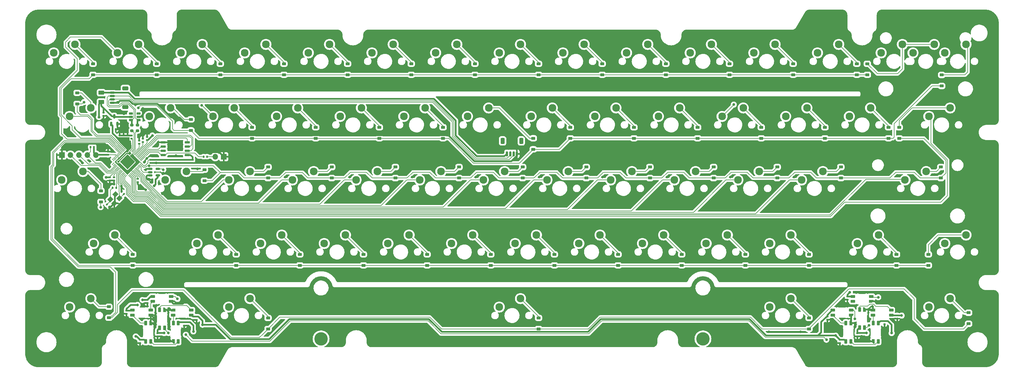
<source format=gbl>
%TF.GenerationSoftware,KiCad,Pcbnew,(7.0.0-0)*%
%TF.CreationDate,2023-06-04T17:02:27-07:00*%
%TF.ProjectId,popstar_plateless,706f7073-7461-4725-9f70-6c6174656c65,rev?*%
%TF.SameCoordinates,Original*%
%TF.FileFunction,Copper,L2,Bot*%
%TF.FilePolarity,Positive*%
%FSLAX46Y46*%
G04 Gerber Fmt 4.6, Leading zero omitted, Abs format (unit mm)*
G04 Created by KiCad (PCBNEW (7.0.0-0)) date 2023-06-04 17:02:27*
%MOMM*%
%LPD*%
G01*
G04 APERTURE LIST*
G04 Aperture macros list*
%AMRoundRect*
0 Rectangle with rounded corners*
0 $1 Rounding radius*
0 $2 $3 $4 $5 $6 $7 $8 $9 X,Y pos of 4 corners*
0 Add a 4 corners polygon primitive as box body*
4,1,4,$2,$3,$4,$5,$6,$7,$8,$9,$2,$3,0*
0 Add four circle primitives for the rounded corners*
1,1,$1+$1,$2,$3*
1,1,$1+$1,$4,$5*
1,1,$1+$1,$6,$7*
1,1,$1+$1,$8,$9*
0 Add four rect primitives between the rounded corners*
20,1,$1+$1,$2,$3,$4,$5,0*
20,1,$1+$1,$4,$5,$6,$7,0*
20,1,$1+$1,$6,$7,$8,$9,0*
20,1,$1+$1,$8,$9,$2,$3,0*%
%AMRotRect*
0 Rectangle, with rotation*
0 The origin of the aperture is its center*
0 $1 length*
0 $2 width*
0 $3 Rotation angle, in degrees counterclockwise*
0 Add horizontal line*
21,1,$1,$2,0,0,$3*%
%AMFreePoly0*
4,1,18,-0.410000,0.593000,-0.403758,0.624380,-0.385983,0.650983,-0.359380,0.668758,-0.328000,0.675000,0.328000,0.675000,0.359380,0.668758,0.385983,0.650983,0.403758,0.624380,0.410000,0.593000,0.410000,-0.593000,0.403758,-0.624380,0.385983,-0.650983,0.359380,-0.668758,0.328000,-0.675000,0.000000,-0.675000,-0.410000,-0.265000,-0.410000,0.593000,-0.410000,0.593000,$1*%
G04 Aperture macros list end*
%TA.AperFunction,ComponentPad*%
%ADD10C,2.300000*%
%TD*%
%TA.AperFunction,ComponentPad*%
%ADD11C,4.000000*%
%TD*%
%TA.AperFunction,SMDPad,CuDef*%
%ADD12RoundRect,0.140000X0.170000X-0.140000X0.170000X0.140000X-0.170000X0.140000X-0.170000X-0.140000X0*%
%TD*%
%TA.AperFunction,SMDPad,CuDef*%
%ADD13RoundRect,0.140000X0.219203X0.021213X0.021213X0.219203X-0.219203X-0.021213X-0.021213X-0.219203X0*%
%TD*%
%TA.AperFunction,ComponentPad*%
%ADD14R,1.700000X1.700000*%
%TD*%
%TA.AperFunction,ComponentPad*%
%ADD15O,1.700000X1.700000*%
%TD*%
%TA.AperFunction,SMDPad,CuDef*%
%ADD16RoundRect,0.225000X0.375000X-0.225000X0.375000X0.225000X-0.375000X0.225000X-0.375000X-0.225000X0*%
%TD*%
%TA.AperFunction,SMDPad,CuDef*%
%ADD17RoundRect,0.150000X-0.650000X-0.150000X0.650000X-0.150000X0.650000X0.150000X-0.650000X0.150000X0*%
%TD*%
%TA.AperFunction,SMDPad,CuDef*%
%ADD18RoundRect,0.200000X-0.275000X0.200000X-0.275000X-0.200000X0.275000X-0.200000X0.275000X0.200000X0*%
%TD*%
%TA.AperFunction,SMDPad,CuDef*%
%ADD19RoundRect,0.150000X-0.150000X-0.625000X0.150000X-0.625000X0.150000X0.625000X-0.150000X0.625000X0*%
%TD*%
%TA.AperFunction,SMDPad,CuDef*%
%ADD20RoundRect,0.250000X-0.350000X-0.650000X0.350000X-0.650000X0.350000X0.650000X-0.350000X0.650000X0*%
%TD*%
%TA.AperFunction,SMDPad,CuDef*%
%ADD21RoundRect,0.140000X-0.170000X0.140000X-0.170000X-0.140000X0.170000X-0.140000X0.170000X0.140000X0*%
%TD*%
%TA.AperFunction,SMDPad,CuDef*%
%ADD22RoundRect,0.050000X0.309359X-0.238649X-0.238649X0.309359X-0.309359X0.238649X0.238649X-0.309359X0*%
%TD*%
%TA.AperFunction,SMDPad,CuDef*%
%ADD23RoundRect,0.050000X0.309359X0.238649X0.238649X0.309359X-0.309359X-0.238649X-0.238649X-0.309359X0*%
%TD*%
%TA.AperFunction,ComponentPad*%
%ADD24C,0.600000*%
%TD*%
%TA.AperFunction,SMDPad,CuDef*%
%ADD25RoundRect,0.144000X2.059095X0.000000X0.000000X2.059095X-2.059095X0.000000X0.000000X-2.059095X0*%
%TD*%
%TA.AperFunction,SMDPad,CuDef*%
%ADD26RoundRect,0.150000X0.150000X-0.512500X0.150000X0.512500X-0.150000X0.512500X-0.150000X-0.512500X0*%
%TD*%
%TA.AperFunction,SMDPad,CuDef*%
%ADD27RoundRect,0.082000X0.593000X-0.328000X0.593000X0.328000X-0.593000X0.328000X-0.593000X-0.328000X0*%
%TD*%
%TA.AperFunction,SMDPad,CuDef*%
%ADD28FreePoly0,90.000000*%
%TD*%
%TA.AperFunction,SMDPad,CuDef*%
%ADD29RoundRect,0.250000X-0.625000X0.375000X-0.625000X-0.375000X0.625000X-0.375000X0.625000X0.375000X0*%
%TD*%
%TA.AperFunction,SMDPad,CuDef*%
%ADD30RoundRect,0.135000X-0.135000X-0.185000X0.135000X-0.185000X0.135000X0.185000X-0.135000X0.185000X0*%
%TD*%
%TA.AperFunction,SMDPad,CuDef*%
%ADD31RoundRect,0.150000X-0.625000X0.150000X-0.625000X-0.150000X0.625000X-0.150000X0.625000X0.150000X0*%
%TD*%
%TA.AperFunction,SMDPad,CuDef*%
%ADD32RoundRect,0.250000X-0.650000X0.350000X-0.650000X-0.350000X0.650000X-0.350000X0.650000X0.350000X0*%
%TD*%
%TA.AperFunction,SMDPad,CuDef*%
%ADD33RoundRect,0.082000X-0.328000X-0.593000X0.328000X-0.593000X0.328000X0.593000X-0.328000X0.593000X0*%
%TD*%
%TA.AperFunction,SMDPad,CuDef*%
%ADD34FreePoly0,0.000000*%
%TD*%
%TA.AperFunction,SMDPad,CuDef*%
%ADD35RoundRect,0.082000X-0.593000X0.328000X-0.593000X-0.328000X0.593000X-0.328000X0.593000X0.328000X0*%
%TD*%
%TA.AperFunction,SMDPad,CuDef*%
%ADD36FreePoly0,270.000000*%
%TD*%
%TA.AperFunction,SMDPad,CuDef*%
%ADD37RoundRect,0.140000X-0.140000X-0.170000X0.140000X-0.170000X0.140000X0.170000X-0.140000X0.170000X0*%
%TD*%
%TA.AperFunction,SMDPad,CuDef*%
%ADD38RoundRect,0.082000X0.328000X0.593000X-0.328000X0.593000X-0.328000X-0.593000X0.328000X-0.593000X0*%
%TD*%
%TA.AperFunction,SMDPad,CuDef*%
%ADD39FreePoly0,180.000000*%
%TD*%
%TA.AperFunction,SMDPad,CuDef*%
%ADD40RotRect,1.400000X1.200000X45.000000*%
%TD*%
%TA.AperFunction,SMDPad,CuDef*%
%ADD41RoundRect,0.140000X0.140000X0.170000X-0.140000X0.170000X-0.140000X-0.170000X0.140000X-0.170000X0*%
%TD*%
%TA.AperFunction,SMDPad,CuDef*%
%ADD42RoundRect,0.140000X-0.219203X-0.021213X-0.021213X-0.219203X0.219203X0.021213X0.021213X0.219203X0*%
%TD*%
%TA.AperFunction,SMDPad,CuDef*%
%ADD43RoundRect,0.135000X0.135000X0.185000X-0.135000X0.185000X-0.135000X-0.185000X0.135000X-0.185000X0*%
%TD*%
%TA.AperFunction,SMDPad,CuDef*%
%ADD44RoundRect,0.150000X0.475000X0.150000X-0.475000X0.150000X-0.475000X-0.150000X0.475000X-0.150000X0*%
%TD*%
%TA.AperFunction,SMDPad,CuDef*%
%ADD45RoundRect,0.150000X-0.512500X-0.150000X0.512500X-0.150000X0.512500X0.150000X-0.512500X0.150000X0*%
%TD*%
%TA.AperFunction,ViaPad*%
%ADD46C,0.800000*%
%TD*%
%TA.AperFunction,ViaPad*%
%ADD47C,0.600000*%
%TD*%
%TA.AperFunction,Conductor*%
%ADD48C,0.200000*%
%TD*%
%TA.AperFunction,Conductor*%
%ADD49C,0.500000*%
%TD*%
G04 APERTURE END LIST*
D10*
%TO.P,SW15,1,1*%
%TO.N,COL13*%
X294640000Y-38735000D03*
%TO.P,SW15,2,2*%
%TO.N,Net-(D26-A)*%
X300990000Y-36195000D03*
%TD*%
%TO.P,SW22,1,1*%
%TO.N,COL05*%
X142240000Y-57785000D03*
%TO.P,SW22,2,2*%
%TO.N,Net-(D32-A)*%
X148590000Y-55245000D03*
%TD*%
%TO.P,SW55,1,1*%
%TO.N,COL12*%
X304165000Y-95885000D03*
%TO.P,SW55,2,2*%
%TO.N,Net-(D65-A)*%
X310515000Y-93345000D03*
%TD*%
%TO.P,SW29,1,1*%
%TO.N,COL12*%
X275590000Y-57785000D03*
%TO.P,SW29,2,2*%
%TO.N,Net-(D39-A)*%
X281940000Y-55245000D03*
%TD*%
%TO.P,SW33,1,1*%
%TO.N,COL03*%
X108902500Y-76835000D03*
%TO.P,SW33,2,2*%
%TO.N,Net-(D43-A)*%
X115252500Y-74295000D03*
%TD*%
%TO.P,SW25,1,1*%
%TO.N,COL08*%
X199390000Y-57785000D03*
%TO.P,SW25,2,2*%
%TO.N,Net-(D35-A)*%
X205740000Y-55245000D03*
%TD*%
%TO.P,SW53,1,1*%
%TO.N,COL10*%
X251777500Y-95885000D03*
%TO.P,SW53,2,2*%
%TO.N,Net-(D63-A)*%
X258127500Y-93345000D03*
%TD*%
%TO.P,SW17,1,1*%
%TO.N,COL00*%
X42227500Y-57785000D03*
%TO.P,SW17,2,2*%
%TO.N,Net-(D27-A)*%
X48577500Y-55245000D03*
%TD*%
%TO.P,SW41,1,1*%
%TO.N,COL11*%
X261302500Y-76835000D03*
%TO.P,SW41,2,2*%
%TO.N,Net-(D51-A)*%
X267652500Y-74295000D03*
%TD*%
%TO.P,SW36,1,1*%
%TO.N,COL06*%
X166052500Y-76835000D03*
%TO.P,SW36,2,2*%
%TO.N,Net-(D46-A)*%
X172402500Y-74295000D03*
%TD*%
%TO.P,SW47,1,1*%
%TO.N,COL04*%
X137477500Y-95885000D03*
%TO.P,SW47,2,2*%
%TO.N,Net-(D57-A)*%
X143827500Y-93345000D03*
%TD*%
%TO.P,SW11,1,1*%
%TO.N,COL09*%
X208915000Y-38735000D03*
%TO.P,SW11,2,2*%
%TO.N,Net-(D22-A)*%
X215265000Y-36195000D03*
%TD*%
%TO.P,SW45,1,1*%
%TO.N,COL02*%
X99377500Y-95885000D03*
%TO.P,SW45,2,2*%
%TO.N,Net-(D55-A)*%
X105727500Y-93345000D03*
%TD*%
%TO.P,SW57,1,1*%
%TO.N,COL02*%
X89852500Y-114935000D03*
%TO.P,SW57,2,2*%
%TO.N,Net-(D67-A)*%
X96202500Y-112395000D03*
%TD*%
%TO.P,SW56,1,1*%
%TO.N,COL00*%
X42227500Y-114935000D03*
%TO.P,SW56,2,2*%
%TO.N,Net-(D66-A)*%
X48577500Y-112395000D03*
%TD*%
%TO.P,SW24,1,1*%
%TO.N,COL07*%
X180340000Y-57785000D03*
%TO.P,SW24,2,2*%
%TO.N,Net-(D34-A)*%
X186690000Y-55245000D03*
%TD*%
%TO.P,SW59,1,1*%
%TO.N,COL10*%
X251777500Y-114935000D03*
%TO.P,SW59,2,2*%
%TO.N,Net-(D69-A)*%
X258127500Y-112395000D03*
%TD*%
%TO.P,SW7,1,1*%
%TO.N,COL05*%
X132715000Y-38735000D03*
%TO.P,SW7,2,2*%
%TO.N,Net-(D18-A)*%
X139065000Y-36195000D03*
%TD*%
%TO.P,SW20,1,1*%
%TO.N,COL03*%
X104140000Y-57785000D03*
%TO.P,SW20,2,2*%
%TO.N,Net-(D30-A)*%
X110490000Y-55245000D03*
%TD*%
%TO.P,SW2,1,1*%
%TO.N,COL00*%
X37465000Y-38735000D03*
%TO.P,SW2,2,2*%
%TO.N,Net-(D13-A)*%
X43815000Y-36195000D03*
%TD*%
%TO.P,SW31,1,1*%
%TO.N,COL01*%
X70802500Y-76835000D03*
%TO.P,SW31,2,2*%
%TO.N,Net-(D41-A)*%
X77152500Y-74295000D03*
%TD*%
%TO.P,SW27,1,1*%
%TO.N,COL10*%
X237490000Y-57785000D03*
%TO.P,SW27,2,2*%
%TO.N,Net-(D37-A)*%
X243840000Y-55245000D03*
%TD*%
%TO.P,SW32,1,1*%
%TO.N,COL02*%
X89852500Y-76835000D03*
%TO.P,SW32,2,2*%
%TO.N,Net-(D42-A)*%
X96202500Y-74295000D03*
%TD*%
%TO.P,SW34,1,1*%
%TO.N,COL04*%
X127952500Y-76835000D03*
%TO.P,SW34,2,2*%
%TO.N,Net-(D44-A)*%
X134302500Y-74295000D03*
%TD*%
%TO.P,SW37,1,1*%
%TO.N,COL07*%
X185102500Y-76835000D03*
%TO.P,SW37,2,2*%
%TO.N,Net-(D47-A)*%
X191452500Y-74295000D03*
%TD*%
%TO.P,SW10,1,1*%
%TO.N,COL08*%
X189865000Y-38735000D03*
%TO.P,SW10,2,2*%
%TO.N,Net-(D21-A)*%
X196215000Y-36195000D03*
%TD*%
%TO.P,SW21,1,1*%
%TO.N,COL04*%
X123190000Y-57785000D03*
%TO.P,SW21,2,2*%
%TO.N,Net-(D31-A)*%
X129540000Y-55245000D03*
%TD*%
%TO.P,SW3,1,1*%
%TO.N,COL01*%
X56515000Y-38735000D03*
%TO.P,SW3,2,2*%
%TO.N,Net-(D14-A)*%
X62865000Y-36195000D03*
%TD*%
%TO.P,SW38,1,1*%
%TO.N,COL08*%
X204152500Y-76835000D03*
%TO.P,SW38,2,2*%
%TO.N,Net-(D48-A)*%
X210502500Y-74295000D03*
%TD*%
%TO.P,SW50,1,1*%
%TO.N,COL07*%
X194627500Y-95885000D03*
%TO.P,SW50,2,2*%
%TO.N,Net-(D60-A)*%
X200977500Y-93345000D03*
%TD*%
%TO.P,SW52,1,1*%
%TO.N,COL09*%
X232727500Y-95885000D03*
%TO.P,SW52,2,2*%
%TO.N,Net-(D62-A)*%
X239077500Y-93345000D03*
%TD*%
%TO.P,SW13,1,1*%
%TO.N,COL11*%
X247015000Y-38735000D03*
%TO.P,SW13,2,2*%
%TO.N,Net-(D24-A)*%
X253365000Y-36195000D03*
%TD*%
%TO.P,SW35,1,1*%
%TO.N,COL05*%
X147002500Y-76835000D03*
%TO.P,SW35,2,2*%
%TO.N,Net-(D45-A)*%
X153352500Y-74295000D03*
%TD*%
%TO.P,SW39,1,1*%
%TO.N,COL09*%
X223202500Y-76835000D03*
%TO.P,SW39,2,2*%
%TO.N,Net-(D49-A)*%
X229552500Y-74295000D03*
%TD*%
%TO.P,SW23,1,1*%
%TO.N,COL06*%
X161290000Y-57785000D03*
%TO.P,SW23,2,2*%
%TO.N,Net-(D33-A)*%
X167640000Y-55245000D03*
%TD*%
%TO.P,SW51,1,1*%
%TO.N,COL08*%
X213677500Y-95885000D03*
%TO.P,SW51,2,2*%
%TO.N,Net-(D61-A)*%
X220027500Y-93345000D03*
%TD*%
%TO.P,SW43,1,1*%
%TO.N,COL00*%
X49371250Y-95885000D03*
%TO.P,SW43,2,2*%
%TO.N,Net-(D53-A)*%
X55721250Y-93345000D03*
%TD*%
%TO.P,SW61,1,1*%
%TO.N,COL13*%
X304165000Y-38735000D03*
%TO.P,SW61,2,2*%
%TO.N,Net-(D71-A)*%
X310515000Y-36195000D03*
%TD*%
%TO.P,SW44,1,1*%
%TO.N,COL01*%
X80327500Y-95885000D03*
%TO.P,SW44,2,2*%
%TO.N,Net-(D54-A)*%
X86677500Y-93345000D03*
%TD*%
%TO.P,SW58,1,1*%
%TO.N,COL06*%
X170815000Y-114935000D03*
%TO.P,SW58,2,2*%
%TO.N,Net-(D68-A)*%
X177165000Y-112395000D03*
%TD*%
D11*
%TO.P,S3,*%
%TO.N,*%
X231775000Y-124460000D03*
X117475000Y-124460000D03*
%TD*%
D10*
%TO.P,SW18,1,1*%
%TO.N,COL01*%
X66040000Y-57785000D03*
%TO.P,SW18,2,2*%
%TO.N,Net-(D28-A)*%
X72390000Y-55245000D03*
%TD*%
%TO.P,SW5,1,1*%
%TO.N,COL03*%
X94615000Y-38735000D03*
%TO.P,SW5,2,2*%
%TO.N,Net-(D16-A)*%
X100965000Y-36195000D03*
%TD*%
%TO.P,SW6,1,1*%
%TO.N,COL04*%
X113665000Y-38735000D03*
%TO.P,SW6,2,2*%
%TO.N,Net-(D17-A)*%
X120015000Y-36195000D03*
%TD*%
%TO.P,SW28,1,1*%
%TO.N,COL11*%
X256540000Y-57785000D03*
%TO.P,SW28,2,2*%
%TO.N,Net-(D38-A)*%
X262890000Y-55245000D03*
%TD*%
%TO.P,SW48,1,1*%
%TO.N,COL05*%
X156527500Y-95885000D03*
%TO.P,SW48,2,2*%
%TO.N,Net-(D58-A)*%
X162877500Y-93345000D03*
%TD*%
%TO.P,SW60,1,1*%
%TO.N,COL13*%
X299402500Y-114935000D03*
%TO.P,SW60,2,2*%
%TO.N,Net-(D70-A)*%
X305752500Y-112395000D03*
%TD*%
%TO.P,SW49,1,1*%
%TO.N,COL06*%
X175577500Y-95885000D03*
%TO.P,SW49,2,2*%
%TO.N,Net-(D59-A)*%
X181927500Y-93345000D03*
%TD*%
%TO.P,SW30,2,2*%
%TO.N,Net-(D40-A)*%
X46196250Y-74295000D03*
%TO.P,SW30,1,1*%
%TO.N,COL00*%
X39846250Y-76835000D03*
%TD*%
%TO.P,SW26,1,1*%
%TO.N,COL09*%
X218440000Y-57785000D03*
%TO.P,SW26,2,2*%
%TO.N,Net-(D36-A)*%
X224790000Y-55245000D03*
%TD*%
%TO.P,SW62,1,1*%
%TO.N,COL13*%
X299402500Y-57785000D03*
%TO.P,SW62,2,2*%
%TO.N,Net-(D72-A)*%
X305752500Y-55245000D03*
%TD*%
%TO.P,SW16,1,1*%
%TO.N,COL13*%
X285115000Y-38735000D03*
%TO.P,SW16,2,2*%
%TO.N,Net-(D26-A)*%
X291465000Y-36195000D03*
%TD*%
%TO.P,SW14,1,1*%
%TO.N,COL12*%
X266065000Y-38735000D03*
%TO.P,SW14,2,2*%
%TO.N,Net-(D25-A)*%
X272415000Y-36195000D03*
%TD*%
%TO.P,SW46,1,1*%
%TO.N,COL03*%
X118427500Y-95885000D03*
%TO.P,SW46,2,2*%
%TO.N,Net-(D56-A)*%
X124777500Y-93345000D03*
%TD*%
%TO.P,SW40,1,1*%
%TO.N,COL10*%
X242252500Y-76835000D03*
%TO.P,SW40,2,2*%
%TO.N,Net-(D50-A)*%
X248602500Y-74295000D03*
%TD*%
%TO.P,SW12,1,1*%
%TO.N,COL10*%
X227965000Y-38735000D03*
%TO.P,SW12,2,2*%
%TO.N,Net-(D23-A)*%
X234315000Y-36195000D03*
%TD*%
%TO.P,SW9,1,1*%
%TO.N,COL07*%
X170815000Y-38735000D03*
%TO.P,SW9,2,2*%
%TO.N,Net-(D20-A)*%
X177165000Y-36195000D03*
%TD*%
%TO.P,SW19,1,1*%
%TO.N,COL02*%
X85090000Y-57785000D03*
%TO.P,SW19,2,2*%
%TO.N,Net-(D29-A)*%
X91440000Y-55245000D03*
%TD*%
%TO.P,SW42,1,1*%
%TO.N,COL12*%
X292258750Y-76835000D03*
%TO.P,SW42,2,2*%
%TO.N,Net-(D52-A)*%
X298608750Y-74295000D03*
%TD*%
%TO.P,SW4,1,1*%
%TO.N,COL02*%
X75565000Y-38735000D03*
%TO.P,SW4,2,2*%
%TO.N,Net-(D15-A)*%
X81915000Y-36195000D03*
%TD*%
%TO.P,SW8,1,1*%
%TO.N,COL06*%
X151765000Y-38735000D03*
%TO.P,SW8,2,2*%
%TO.N,Net-(D19-A)*%
X158115000Y-36195000D03*
%TD*%
%TO.P,SW54,1,1*%
%TO.N,COL11*%
X277971250Y-95885000D03*
%TO.P,SW54,2,2*%
%TO.N,Net-(D64-A)*%
X284321250Y-93345000D03*
%TD*%
D12*
%TO.P,C4,1*%
%TO.N,+3V3*%
X57200000Y-64480000D03*
%TO.P,C4,2*%
%TO.N,GND*%
X57200000Y-63520000D03*
%TD*%
D13*
%TO.P,C14,1*%
%TO.N,GND*%
X54057411Y-84871411D03*
%TO.P,C14,2*%
%TO.N,/XTAL_O*%
X53378589Y-84192589D03*
%TD*%
D14*
%TO.P,J2,1,Pin_1*%
%TO.N,GND*%
X39919999Y-69341999D03*
D15*
%TO.P,J2,2,Pin_2*%
%TO.N,SWCLK*%
X42459999Y-69341999D03*
%TO.P,J2,3,Pin_3*%
%TO.N,SWD*%
X44999999Y-69341999D03*
%TO.P,J2,4,Pin_4*%
%TO.N,~{RESET}*%
X47539999Y-69341999D03*
%TO.P,J2,5,Pin_5*%
%TO.N,+3V3*%
X50079999Y-69341999D03*
%TD*%
D16*
%TO.P,D60,1,K*%
%TO.N,ROW3*%
X206375000Y-102456250D03*
%TO.P,D60,2,A*%
%TO.N,Net-(D60-A)*%
X206375000Y-99156250D03*
%TD*%
%TO.P,D53,1,K*%
%TO.N,ROW3*%
X61118750Y-102456250D03*
%TO.P,D53,2,A*%
%TO.N,Net-(D53-A)*%
X61118750Y-99156250D03*
%TD*%
D17*
%TO.P,U4,1,~{CS}*%
%TO.N,CS*%
X70218750Y-69373750D03*
%TO.P,U4,2,DO(IO1)*%
%TO.N,SD1*%
X70218750Y-68103750D03*
%TO.P,U4,3,IO2*%
%TO.N,SD2*%
X70218750Y-66833750D03*
%TO.P,U4,4,GND*%
%TO.N,GND*%
X70218750Y-65563750D03*
%TO.P,U4,5,DI(IO0)*%
%TO.N,SD0*%
X77418750Y-65563750D03*
%TO.P,U4,6,CLK*%
%TO.N,QSPI_CLK*%
X77418750Y-66833750D03*
%TO.P,U4,7,IO3*%
%TO.N,SD3*%
X77418750Y-68103750D03*
%TO.P,U4,8,VCC*%
%TO.N,+3V3*%
X77418750Y-69373750D03*
%TD*%
D16*
%TO.P,D28,1,K*%
%TO.N,ROW1*%
X78500000Y-61975000D03*
%TO.P,D28,2,A*%
%TO.N,Net-(D28-A)*%
X78500000Y-58675000D03*
%TD*%
%TO.P,D34,1,K*%
%TO.N,ROW1*%
X192087500Y-64356250D03*
%TO.P,D34,2,A*%
%TO.N,Net-(D34-A)*%
X192087500Y-61056250D03*
%TD*%
%TO.P,D19,1,K*%
%TO.N,ROW0*%
X163512500Y-45306250D03*
%TO.P,D19,2,A*%
%TO.N,Net-(D19-A)*%
X163512500Y-42006250D03*
%TD*%
%TO.P,D26,1,K*%
%TO.N,ROW0*%
X280987500Y-45306250D03*
%TO.P,D26,2,A*%
%TO.N,Net-(D26-A)*%
X280987500Y-42006250D03*
%TD*%
%TO.P,D18,1,K*%
%TO.N,ROW0*%
X144462500Y-45306250D03*
%TO.P,D18,2,A*%
%TO.N,Net-(D18-A)*%
X144462500Y-42006250D03*
%TD*%
D18*
%TO.P,R2,1*%
%TO.N,D_P*%
X62484000Y-60425000D03*
%TO.P,R2,2*%
%TO.N,/D_+*%
X62484000Y-62075000D03*
%TD*%
D19*
%TO.P,J1,1,Pin_1*%
%TO.N,VBUS*%
X173100000Y-69000000D03*
%TO.P,J1,2,Pin_2*%
%TO.N,D_N*%
X174100000Y-69000000D03*
%TO.P,J1,3,Pin_3*%
%TO.N,D_P*%
X175100000Y-69000000D03*
%TO.P,J1,4,Pin_4*%
%TO.N,GND*%
X176100000Y-69000000D03*
D20*
%TO.P,J1,MP*%
%TO.N,N/C*%
X171800000Y-65125000D03*
X177400000Y-65125000D03*
%TD*%
D16*
%TO.P,D22,1,K*%
%TO.N,ROW0*%
X220662500Y-45306250D03*
%TO.P,D22,2,A*%
%TO.N,Net-(D22-A)*%
X220662500Y-42006250D03*
%TD*%
D21*
%TO.P,C23,1*%
%TO.N,5V*%
X80250000Y-117820000D03*
%TO.P,C23,2*%
%TO.N,GND*%
X80250000Y-118780000D03*
%TD*%
D16*
%TO.P,D72,1,K*%
%TO.N,ROW2*%
X290512500Y-64356250D03*
%TO.P,D72,2,A*%
%TO.N,Net-(D72-A)*%
X290512500Y-61056250D03*
%TD*%
%TO.P,D51,1,K*%
%TO.N,ROW2*%
X273050000Y-76262500D03*
%TO.P,D51,2,A*%
%TO.N,Net-(D51-A)*%
X273050000Y-72962500D03*
%TD*%
%TO.P,D31,1,K*%
%TO.N,ROW1*%
X134937500Y-64356250D03*
%TO.P,D31,2,A*%
%TO.N,Net-(D31-A)*%
X134937500Y-61056250D03*
%TD*%
%TO.P,D27,1,K*%
%TO.N,ROW1*%
X44450000Y-54037500D03*
%TO.P,D27,2,A*%
%TO.N,Net-(D27-A)*%
X44450000Y-50737500D03*
%TD*%
%TO.P,D54,1,K*%
%TO.N,ROW3*%
X92075000Y-102456250D03*
%TO.P,D54,2,A*%
%TO.N,Net-(D54-A)*%
X92075000Y-99156250D03*
%TD*%
D21*
%TO.P,C5,1*%
%TO.N,+3V3*%
X66421000Y-70767000D03*
%TO.P,C5,2*%
%TO.N,GND*%
X66421000Y-71727000D03*
%TD*%
D16*
%TO.P,D67,1,K*%
%TO.N,ROW4*%
X101600000Y-121506250D03*
%TO.P,D67,2,A*%
%TO.N,Net-(D67-A)*%
X101600000Y-118206250D03*
%TD*%
%TO.P,D40,1,K*%
%TO.N,ROW2*%
X51593750Y-83406250D03*
%TO.P,D40,2,A*%
%TO.N,Net-(D40-A)*%
X51593750Y-80106250D03*
%TD*%
%TO.P,D46,1,K*%
%TO.N,ROW2*%
X177800000Y-76262500D03*
%TO.P,D46,2,A*%
%TO.N,Net-(D46-A)*%
X177800000Y-72962500D03*
%TD*%
%TO.P,D42,1,K*%
%TO.N,ROW2*%
X101600000Y-76262500D03*
%TO.P,D42,2,A*%
%TO.N,Net-(D42-A)*%
X101600000Y-72962500D03*
%TD*%
%TO.P,D17,1,K*%
%TO.N,ROW0*%
X125412500Y-45306250D03*
%TO.P,D17,2,A*%
%TO.N,Net-(D17-A)*%
X125412500Y-42006250D03*
%TD*%
%TO.P,D41,1,K*%
%TO.N,ROW2*%
X82550000Y-77056250D03*
%TO.P,D41,2,A*%
%TO.N,Net-(D41-A)*%
X82550000Y-73756250D03*
%TD*%
%TO.P,D69,1,K*%
%TO.N,ROW4*%
X263525000Y-121506250D03*
%TO.P,D69,2,A*%
%TO.N,Net-(D69-A)*%
X263525000Y-118206250D03*
%TD*%
D22*
%TO.P,U6,1,IOVDD*%
%TO.N,+3V3*%
X63800407Y-72029702D03*
%TO.P,U6,2,GPIO0*%
%TO.N,ROW2*%
X63517564Y-72312545D03*
%TO.P,U6,3,GPIO1*%
%TO.N,ARGB_3V3*%
X63234722Y-72595387D03*
%TO.P,U6,4,GPIO2*%
%TO.N,unconnected-(U6-GPIO2-Pad4)*%
X62951879Y-72878230D03*
%TO.P,U6,5,GPIO3*%
%TO.N,unconnected-(U6-GPIO3-Pad5)*%
X62669036Y-73161073D03*
%TO.P,U6,6,GPIO4*%
%TO.N,COL02*%
X62386194Y-73443915D03*
%TO.P,U6,7,GPIO5*%
%TO.N,COL03*%
X62103351Y-73726758D03*
%TO.P,U6,8,GPIO6*%
%TO.N,COL04*%
X61820508Y-74009601D03*
%TO.P,U6,9,GPIO7*%
%TO.N,COL05*%
X61537665Y-74292444D03*
%TO.P,U6,10,IOVDD*%
%TO.N,+3V3*%
X61254823Y-74575286D03*
%TO.P,U6,11,GPIO8*%
%TO.N,COL06*%
X60971980Y-74858129D03*
%TO.P,U6,12,GPIO9*%
%TO.N,COL07*%
X60689137Y-75140972D03*
%TO.P,U6,13,GPIO10*%
%TO.N,COL08*%
X60406295Y-75423814D03*
%TO.P,U6,14,GPIO11*%
%TO.N,COL09*%
X60123452Y-75706657D03*
D23*
%TO.P,U6,15,GPIO12*%
%TO.N,COL10*%
X58939048Y-75706657D03*
%TO.P,U6,16,GPIO13*%
%TO.N,COL11*%
X58656205Y-75423814D03*
%TO.P,U6,17,GPIO14*%
%TO.N,COL12*%
X58373363Y-75140972D03*
%TO.P,U6,18,GPIO15*%
%TO.N,COL13*%
X58090520Y-74858129D03*
%TO.P,U6,19,TESTEN*%
%TO.N,GND*%
X57807677Y-74575286D03*
%TO.P,U6,20,XTAL_IN*%
%TO.N,XTAL_IN*%
X57524835Y-74292444D03*
%TO.P,U6,21,XTAL_OUT*%
%TO.N,XTAL_OUT*%
X57241992Y-74009601D03*
%TO.P,U6,22,IOVDD*%
%TO.N,+3V3*%
X56959149Y-73726758D03*
%TO.P,U6,23,DVDD*%
%TO.N,+1V1*%
X56676306Y-73443915D03*
%TO.P,U6,24,SWCLK*%
%TO.N,SWCLK*%
X56393464Y-73161073D03*
%TO.P,U6,25,SWDIO*%
%TO.N,SWD*%
X56110621Y-72878230D03*
%TO.P,U6,26,~{RUN}*%
%TO.N,~{RESET}*%
X55827778Y-72595387D03*
%TO.P,U6,27,GPIO16*%
%TO.N,unconnected-(U6-GPIO16-Pad27)*%
X55544936Y-72312545D03*
%TO.P,U6,28,GPIO17*%
%TO.N,unconnected-(U6-GPIO17-Pad28)*%
X55262093Y-72029702D03*
D22*
%TO.P,U6,29,GPIO18*%
%TO.N,unconnected-(U6-GPIO18-Pad29)*%
X55262093Y-70845298D03*
%TO.P,U6,30,GPIO19*%
%TO.N,unconnected-(U6-GPIO19-Pad30)*%
X55544936Y-70562455D03*
%TO.P,U6,31,GPIO20*%
%TO.N,unconnected-(U6-GPIO20-Pad31)*%
X55827778Y-70279613D03*
%TO.P,U6,32,GPIO21*%
%TO.N,unconnected-(U6-GPIO21-Pad32)*%
X56110621Y-69996770D03*
%TO.P,U6,33,IOVDD*%
%TO.N,+3V3*%
X56393464Y-69713927D03*
%TO.P,U6,34,GPIO22*%
%TO.N,unconnected-(U6-GPIO22-Pad34)*%
X56676306Y-69431085D03*
%TO.P,U6,35,GPIO23*%
%TO.N,unconnected-(U6-GPIO23-Pad35)*%
X56959149Y-69148242D03*
%TO.P,U6,36,GPIO24*%
%TO.N,ROW3*%
X57241992Y-68865399D03*
%TO.P,U6,37,GPIO25*%
%TO.N,ROW4*%
X57524835Y-68582556D03*
%TO.P,U6,38,GPIO26/ADC0*%
%TO.N,COL01*%
X57807677Y-68299714D03*
%TO.P,U6,39,GPIO27/ADC1*%
%TO.N,ROW0*%
X58090520Y-68016871D03*
%TO.P,U6,40,GPIO28/ADC2*%
%TO.N,COL00*%
X58373363Y-67734028D03*
%TO.P,U6,41,GPIO29/ADC3*%
%TO.N,ROW1*%
X58656205Y-67451186D03*
%TO.P,U6,42,IOVDD*%
%TO.N,+3V3*%
X58939048Y-67168343D03*
D23*
%TO.P,U6,43,ADC_AVDD*%
X60123452Y-67168343D03*
%TO.P,U6,44,VREG_VIN*%
X60406295Y-67451186D03*
%TO.P,U6,45,VREG_VOUT*%
%TO.N,+1V1*%
X60689137Y-67734028D03*
%TO.P,U6,46,D-*%
%TO.N,/D_-*%
X60971980Y-68016871D03*
%TO.P,U6,47,D+*%
%TO.N,/D_+*%
X61254823Y-68299714D03*
%TO.P,U6,48,USB_VDD*%
%TO.N,+3V3*%
X61537665Y-68582556D03*
%TO.P,U6,49,IOVDD*%
X61820508Y-68865399D03*
%TO.P,U6,50,DVDD*%
%TO.N,+1V1*%
X62103351Y-69148242D03*
%TO.P,U6,51,QSPI_SD3*%
%TO.N,SD3*%
X62386194Y-69431085D03*
%TO.P,U6,52,QSPI_SCLK*%
%TO.N,QSPI_CLK*%
X62669036Y-69713927D03*
%TO.P,U6,53,QSPI_SD0*%
%TO.N,SD0*%
X62951879Y-69996770D03*
%TO.P,U6,54,QSPI_SD2*%
%TO.N,SD2*%
X63234722Y-70279613D03*
%TO.P,U6,55,QSPI_SD1*%
%TO.N,SD1*%
X63517564Y-70562455D03*
%TO.P,U6,56,QSPI_SS_N*%
%TO.N,CS*%
X63800407Y-70845298D03*
D24*
%TO.P,U6,57,GND*%
%TO.N,GND*%
X59531250Y-73240622D03*
X60432811Y-72339061D03*
X61334372Y-71437500D03*
X58629689Y-72339061D03*
X59531250Y-71437500D03*
D25*
X59531250Y-71437500D03*
D24*
X60432811Y-70535939D03*
X57728128Y-71437500D03*
X58629689Y-70535939D03*
X59531250Y-69634378D03*
%TD*%
D16*
%TO.P,D37,1,K*%
%TO.N,ROW1*%
X249237500Y-64356250D03*
%TO.P,D37,2,A*%
%TO.N,Net-(D37-A)*%
X249237500Y-61056250D03*
%TD*%
%TO.P,D15,1,K*%
%TO.N,ROW0*%
X87312500Y-45306250D03*
%TO.P,D15,2,A*%
%TO.N,Net-(D15-A)*%
X87312500Y-42006250D03*
%TD*%
D12*
%TO.P,C10,1*%
%TO.N,+3V3*%
X59600000Y-64480000D03*
%TO.P,C10,2*%
%TO.N,GND*%
X59600000Y-63520000D03*
%TD*%
D16*
%TO.P,D35,1,K*%
%TO.N,ROW1*%
X211137500Y-64356250D03*
%TO.P,D35,2,A*%
%TO.N,Net-(D35-A)*%
X211137500Y-61056250D03*
%TD*%
D26*
%TO.P,U2,1,GND*%
%TO.N,GND*%
X56512500Y-60065500D03*
%TO.P,U2,2,VO*%
%TO.N,+3V3*%
X54612500Y-60065500D03*
%TO.P,U2,3,VI*%
%TO.N,5V*%
X55562500Y-57790500D03*
%TD*%
D16*
%TO.P,D44,1,K*%
%TO.N,ROW2*%
X139700000Y-76262500D03*
%TO.P,D44,2,A*%
%TO.N,Net-(D44-A)*%
X139700000Y-72962500D03*
%TD*%
D21*
%TO.P,C25,1*%
%TO.N,5V*%
X269000000Y-117770000D03*
%TO.P,C25,2*%
%TO.N,GND*%
X269000000Y-118730000D03*
%TD*%
D12*
%TO.P,C11,1*%
%TO.N,+3V3*%
X62992000Y-66012000D03*
%TO.P,C11,2*%
%TO.N,GND*%
X62992000Y-65052000D03*
%TD*%
D16*
%TO.P,D56,1,K*%
%TO.N,ROW3*%
X130175000Y-102456250D03*
%TO.P,D56,2,A*%
%TO.N,Net-(D56-A)*%
X130175000Y-99156250D03*
%TD*%
D27*
%TO.P,D12,1,VDD*%
%TO.N,5V*%
X276675000Y-111750000D03*
%TO.P,D12,2,DOUT*%
%TO.N,unconnected-(D12-DOUT-Pad2)*%
X276675000Y-113250000D03*
%TO.P,D12,3,DIN*%
%TO.N,Net-(D11-DOUT)*%
X282125000Y-111750000D03*
D28*
%TO.P,D12,4,VSS*%
%TO.N,GND*%
X282124999Y-113249999D03*
%TD*%
D27*
%TO.P,D1,1,VDD*%
%TO.N,5V*%
X67125000Y-111750000D03*
%TO.P,D1,2,DOUT*%
%TO.N,Net-(D1-DOUT)*%
X67125000Y-113250000D03*
%TO.P,D1,3,DIN*%
%TO.N,ARGB_5V*%
X72575000Y-111750000D03*
D28*
%TO.P,D1,4,VSS*%
%TO.N,GND*%
X72574999Y-113249999D03*
%TD*%
D16*
%TO.P,D30,1,K*%
%TO.N,ROW1*%
X115887500Y-64356250D03*
%TO.P,D30,2,A*%
%TO.N,Net-(D30-A)*%
X115887500Y-61056250D03*
%TD*%
%TO.P,D49,1,K*%
%TO.N,ROW2*%
X234950000Y-76262500D03*
%TO.P,D49,2,A*%
%TO.N,Net-(D49-A)*%
X234950000Y-72962500D03*
%TD*%
D27*
%TO.P,D2,1,VDD*%
%TO.N,5V*%
X61025000Y-115850000D03*
%TO.P,D2,2,DOUT*%
%TO.N,Net-(D2-DOUT)*%
X61025000Y-117350000D03*
%TO.P,D2,3,DIN*%
%TO.N,Net-(D1-DOUT)*%
X66475000Y-115850000D03*
D28*
%TO.P,D2,4,VSS*%
%TO.N,GND*%
X66474999Y-117349999D03*
%TD*%
D16*
%TO.P,D43,1,K*%
%TO.N,ROW2*%
X120650000Y-76262500D03*
%TO.P,D43,2,A*%
%TO.N,Net-(D43-A)*%
X120650000Y-72962500D03*
%TD*%
%TO.P,D58,1,K*%
%TO.N,ROW3*%
X168275000Y-102456250D03*
%TO.P,D58,2,A*%
%TO.N,Net-(D58-A)*%
X168275000Y-99156250D03*
%TD*%
D21*
%TO.P,C24,1*%
%TO.N,5V*%
X68500000Y-122770000D03*
%TO.P,C24,2*%
%TO.N,GND*%
X68500000Y-123730000D03*
%TD*%
D12*
%TO.P,C6,1*%
%TO.N,+3V3*%
X58400000Y-64480000D03*
%TO.P,C6,2*%
%TO.N,GND*%
X58400000Y-63520000D03*
%TD*%
D29*
%TO.P,F1,1*%
%TO.N,VBUS*%
X51689000Y-50670000D03*
%TO.P,F1,2*%
%TO.N,5V*%
X51689000Y-53470000D03*
%TD*%
D16*
%TO.P,D63,1,K*%
%TO.N,ROW3*%
X263525000Y-102456250D03*
%TO.P,D63,2,A*%
%TO.N,Net-(D63-A)*%
X263525000Y-99156250D03*
%TD*%
%TO.P,D16,1,K*%
%TO.N,ROW0*%
X106362500Y-45306250D03*
%TO.P,D16,2,A*%
%TO.N,Net-(D16-A)*%
X106362500Y-42006250D03*
%TD*%
%TO.P,D29,1,K*%
%TO.N,ROW1*%
X96837500Y-64356250D03*
%TO.P,D29,2,A*%
%TO.N,Net-(D29-A)*%
X96837500Y-61056250D03*
%TD*%
D12*
%TO.P,C2,1*%
%TO.N,+1V1*%
X60770000Y-64480000D03*
%TO.P,C2,2*%
%TO.N,GND*%
X60770000Y-63520000D03*
%TD*%
D21*
%TO.P,C19,1*%
%TO.N,5V*%
X65500000Y-112770000D03*
%TO.P,C19,2*%
%TO.N,GND*%
X65500000Y-113730000D03*
%TD*%
D30*
%TO.P,R4,1*%
%TO.N,/XTAL_O*%
X55113000Y-79198000D03*
%TO.P,R4,2*%
%TO.N,XTAL_OUT*%
X56133000Y-79198000D03*
%TD*%
D16*
%TO.P,D38,1,K*%
%TO.N,ROW1*%
X268287500Y-64356250D03*
%TO.P,D38,2,A*%
%TO.N,Net-(D38-A)*%
X268287500Y-61056250D03*
%TD*%
D21*
%TO.P,C20,1*%
%TO.N,5V*%
X59250000Y-116020000D03*
%TO.P,C20,2*%
%TO.N,GND*%
X59250000Y-116980000D03*
%TD*%
D31*
%TO.P,J1,1,Pin_1*%
%TO.N,VBUS*%
X55023000Y-50697000D03*
%TO.P,J1,2,Pin_2*%
%TO.N,D_N*%
X55023000Y-51697000D03*
%TO.P,J1,3,Pin_3*%
%TO.N,D_P*%
X55023000Y-52697000D03*
%TO.P,J1,4,Pin_4*%
%TO.N,GND*%
X55023000Y-53697000D03*
D32*
%TO.P,J1,MP*%
%TO.N,N/C*%
X58898000Y-49397000D03*
X58898000Y-54997000D03*
%TD*%
D16*
%TO.P,D55,1,K*%
%TO.N,ROW3*%
X111125000Y-102456250D03*
%TO.P,D55,2,A*%
%TO.N,Net-(D55-A)*%
X111125000Y-99156250D03*
%TD*%
%TO.P,D68,1,K*%
%TO.N,ROW4*%
X182562500Y-121506250D03*
%TO.P,D68,2,A*%
%TO.N,Net-(D68-A)*%
X182562500Y-118206250D03*
%TD*%
%TO.P,D62,1,K*%
%TO.N,ROW3*%
X244475000Y-102456250D03*
%TO.P,D62,2,A*%
%TO.N,Net-(D62-A)*%
X244475000Y-99156250D03*
%TD*%
D21*
%TO.P,C27,1*%
%TO.N,5V*%
X286100000Y-119120000D03*
%TO.P,C27,2*%
%TO.N,GND*%
X286100000Y-120080000D03*
%TD*%
%TO.P,C3,1*%
%TO.N,+1V1*%
X54229000Y-76033750D03*
%TO.P,C3,2*%
%TO.N,GND*%
X54229000Y-76993750D03*
%TD*%
D16*
%TO.P,D47,1,K*%
%TO.N,ROW2*%
X196850000Y-76262500D03*
%TO.P,D47,2,A*%
%TO.N,Net-(D47-A)*%
X196850000Y-72962500D03*
%TD*%
%TO.P,D21,1,K*%
%TO.N,ROW0*%
X201612500Y-45306250D03*
%TO.P,D21,2,A*%
%TO.N,Net-(D21-A)*%
X201612500Y-42006250D03*
%TD*%
D21*
%TO.P,C12,1*%
%TO.N,+3V3*%
X62611000Y-76520000D03*
%TO.P,C12,2*%
%TO.N,GND*%
X62611000Y-77480000D03*
%TD*%
D12*
%TO.P,C1,1*%
%TO.N,+1V1*%
X65405000Y-64869000D03*
%TO.P,C1,2*%
%TO.N,GND*%
X65405000Y-63909000D03*
%TD*%
D33*
%TO.P,D4,1,VDD*%
%TO.N,5V*%
X74750000Y-119775000D03*
%TO.P,D4,2,DOUT*%
%TO.N,Net-(D4-DOUT)*%
X73250000Y-119775000D03*
%TO.P,D4,3,DIN*%
%TO.N,Net-(D3-DOUT)*%
X74750000Y-125225000D03*
D34*
%TO.P,D4,4,VSS*%
%TO.N,GND*%
X73249999Y-125224999D03*
%TD*%
D35*
%TO.P,D5,1,VDD*%
%TO.N,5V*%
X78625000Y-117350000D03*
%TO.P,D5,2,DOUT*%
%TO.N,Net-(D5-DOUT)*%
X78625000Y-115850000D03*
%TO.P,D5,3,DIN*%
%TO.N,Net-(D4-DOUT)*%
X73175000Y-117350000D03*
D36*
%TO.P,D5,4,VSS*%
%TO.N,GND*%
X73174999Y-115849999D03*
%TD*%
D37*
%TO.P,C16,1*%
%TO.N,+3V3*%
X55082500Y-61690250D03*
%TO.P,C16,2*%
%TO.N,GND*%
X56042500Y-61690250D03*
%TD*%
D38*
%TO.P,D8,1,VDD*%
%TO.N,5V*%
X274550000Y-125225000D03*
%TO.P,D8,2,DOUT*%
%TO.N,Net-(D8-DOUT)*%
X276050000Y-125225000D03*
%TO.P,D8,3,DIN*%
%TO.N,Net-(D7-DOUT)*%
X274550000Y-119775000D03*
D39*
%TO.P,D8,4,VSS*%
%TO.N,GND*%
X276049999Y-119774999D03*
%TD*%
D16*
%TO.P,D39,1,K*%
%TO.N,ROW1*%
X287337500Y-64356250D03*
%TO.P,D39,2,A*%
%TO.N,Net-(D39-A)*%
X287337500Y-61056250D03*
%TD*%
%TO.P,D45,1,K*%
%TO.N,ROW2*%
X158750000Y-76262500D03*
%TO.P,D45,2,A*%
%TO.N,Net-(D45-A)*%
X158750000Y-72962500D03*
%TD*%
%TO.P,D70,1,K*%
%TO.N,ROW4*%
X311300000Y-119950000D03*
%TO.P,D70,2,A*%
%TO.N,Net-(D70-A)*%
X311300000Y-116650000D03*
%TD*%
D21*
%TO.P,C26,1*%
%TO.N,5V*%
X272750000Y-124770000D03*
%TO.P,C26,2*%
%TO.N,GND*%
X272750000Y-125730000D03*
%TD*%
D27*
%TO.P,D7,1,VDD*%
%TO.N,5V*%
X270675000Y-115850000D03*
%TO.P,D7,2,DOUT*%
%TO.N,Net-(D7-DOUT)*%
X270675000Y-117350000D03*
%TO.P,D7,3,DIN*%
%TO.N,Net-(D6-DOUT)*%
X276125000Y-115850000D03*
D28*
%TO.P,D7,4,VSS*%
%TO.N,GND*%
X276124999Y-117349999D03*
%TD*%
D12*
%TO.P,C8,1*%
%TO.N,+3V3*%
X53721000Y-69314000D03*
%TO.P,C8,2*%
%TO.N,GND*%
X53721000Y-68354000D03*
%TD*%
D16*
%TO.P,D61,1,K*%
%TO.N,ROW3*%
X225425000Y-102456250D03*
%TO.P,D61,2,A*%
%TO.N,Net-(D61-A)*%
X225425000Y-99156250D03*
%TD*%
%TO.P,D32,1,K*%
%TO.N,ROW1*%
X153987500Y-64356250D03*
%TO.P,D32,2,A*%
%TO.N,Net-(D32-A)*%
X153987500Y-61056250D03*
%TD*%
D21*
%TO.P,C15,1*%
%TO.N,5V*%
X52387500Y-56670000D03*
%TO.P,C15,2*%
%TO.N,GND*%
X52387500Y-57630000D03*
%TD*%
D16*
%TO.P,D13,1,K*%
%TO.N,ROW0*%
X49212500Y-45306250D03*
%TO.P,D13,2,A*%
%TO.N,Net-(D13-A)*%
X49212500Y-42006250D03*
%TD*%
%TO.P,D64,1,K*%
%TO.N,ROW3*%
X289718750Y-102456250D03*
%TO.P,D64,2,A*%
%TO.N,Net-(D64-A)*%
X289718750Y-99156250D03*
%TD*%
D40*
%TO.P,Y1,1,1*%
%TO.N,/XTAL_O*%
X54371141Y-82676776D03*
%TO.P,Y1,2,2*%
%TO.N,GND*%
X55926776Y-81121141D03*
%TO.P,Y1,3,3*%
%TO.N,XTAL_IN*%
X57128857Y-82323222D03*
%TO.P,Y1,4,4*%
%TO.N,GND*%
X55573222Y-83878857D03*
%TD*%
D41*
%TO.P,C18,1*%
%TO.N,5V*%
X67980000Y-76750000D03*
%TO.P,C18,2*%
%TO.N,GND*%
X67020000Y-76750000D03*
%TD*%
D42*
%TO.P,C13,1*%
%TO.N,GND*%
X57823589Y-80382589D03*
%TO.P,C13,2*%
%TO.N,XTAL_IN*%
X58502411Y-81061411D03*
%TD*%
D38*
%TO.P,D11,1,VDD*%
%TO.N,5V*%
X278650000Y-121125000D03*
%TO.P,D11,2,DOUT*%
%TO.N,Net-(D11-DOUT)*%
X280150000Y-121125000D03*
%TO.P,D11,3,DIN*%
%TO.N,Net-(D10-DOUT)*%
X278650000Y-115675000D03*
D39*
%TO.P,D11,4,VSS*%
%TO.N,GND*%
X280149999Y-115674999D03*
%TD*%
D21*
%TO.P,C21,1*%
%TO.N,5V*%
X63250000Y-124770000D03*
%TO.P,C21,2*%
%TO.N,GND*%
X63250000Y-125730000D03*
%TD*%
D16*
%TO.P,D57,1,K*%
%TO.N,ROW3*%
X149225000Y-102456250D03*
%TO.P,D57,2,A*%
%TO.N,Net-(D57-A)*%
X149225000Y-99156250D03*
%TD*%
%TO.P,D36,1,K*%
%TO.N,ROW1*%
X230187500Y-64356250D03*
%TO.P,D36,2,A*%
%TO.N,Net-(D36-A)*%
X230187500Y-61056250D03*
%TD*%
D14*
%TO.P,SW1,1,1*%
%TO.N,GND*%
X88336249Y-69874999D03*
D15*
%TO.P,SW1,2,2*%
%TO.N,/~{USB_BOOT}*%
X85796249Y-69874999D03*
%TD*%
D16*
%TO.P,D33,1,K*%
%TO.N,ROW1*%
X181000000Y-67650000D03*
%TO.P,D33,2,A*%
%TO.N,Net-(D33-A)*%
X181000000Y-64350000D03*
%TD*%
%TO.P,D14,1,K*%
%TO.N,ROW0*%
X68262500Y-45306250D03*
%TO.P,D14,2,A*%
%TO.N,Net-(D14-A)*%
X68262500Y-42006250D03*
%TD*%
%TO.P,D50,1,K*%
%TO.N,ROW2*%
X254000000Y-76262500D03*
%TO.P,D50,2,A*%
%TO.N,Net-(D50-A)*%
X254000000Y-72962500D03*
%TD*%
D21*
%TO.P,C22,1*%
%TO.N,5V*%
X76500000Y-119520000D03*
%TO.P,C22,2*%
%TO.N,GND*%
X76500000Y-120480000D03*
%TD*%
D16*
%TO.P,D59,1,K*%
%TO.N,ROW3*%
X187325000Y-102456250D03*
%TO.P,D59,2,A*%
%TO.N,Net-(D59-A)*%
X187325000Y-99156250D03*
%TD*%
D38*
%TO.P,D3,1,VDD*%
%TO.N,5V*%
X65000000Y-125225000D03*
%TO.P,D3,2,DOUT*%
%TO.N,Net-(D3-DOUT)*%
X66500000Y-125225000D03*
%TO.P,D3,3,DIN*%
%TO.N,Net-(D2-DOUT)*%
X65000000Y-119775000D03*
D39*
%TO.P,D3,4,VSS*%
%TO.N,GND*%
X66499999Y-119774999D03*
%TD*%
D16*
%TO.P,D65,1,K*%
%TO.N,ROW3*%
X299243750Y-102456250D03*
%TO.P,D65,2,A*%
%TO.N,Net-(D65-A)*%
X299243750Y-99156250D03*
%TD*%
D35*
%TO.P,D10,1,VDD*%
%TO.N,5V*%
X288125000Y-117350000D03*
%TO.P,D10,2,DOUT*%
%TO.N,Net-(D10-DOUT)*%
X288125000Y-115850000D03*
%TO.P,D10,3,DIN*%
%TO.N,Net-(D10-DIN)*%
X282675000Y-117350000D03*
D36*
%TO.P,D10,4,VSS*%
%TO.N,GND*%
X282674999Y-115849999D03*
%TD*%
D21*
%TO.P,C9,1*%
%TO.N,+3V3*%
X55499000Y-76033750D03*
%TO.P,C9,2*%
%TO.N,GND*%
X55499000Y-76993750D03*
%TD*%
D16*
%TO.P,D52,1,K*%
%TO.N,ROW2*%
X303000000Y-76262500D03*
%TO.P,D52,2,A*%
%TO.N,Net-(D52-A)*%
X303000000Y-72962500D03*
%TD*%
%TO.P,D24,1,K*%
%TO.N,ROW0*%
X258762500Y-45306250D03*
%TO.P,D24,2,A*%
%TO.N,Net-(D24-A)*%
X258762500Y-42006250D03*
%TD*%
%TO.P,D71,1,K*%
%TO.N,ROW1*%
X303212500Y-48650000D03*
%TO.P,D71,2,A*%
%TO.N,Net-(D71-A)*%
X303212500Y-45350000D03*
%TD*%
D43*
%TO.P,R1,1*%
%TO.N,+3V3*%
X49510000Y-66960750D03*
%TO.P,R1,2*%
%TO.N,~{RESET}*%
X48490000Y-66960750D03*
%TD*%
D16*
%TO.P,D25,1,K*%
%TO.N,ROW0*%
X277812500Y-45306250D03*
%TO.P,D25,2,A*%
%TO.N,Net-(D25-A)*%
X277812500Y-42006250D03*
%TD*%
D43*
%TO.P,R5,1*%
%TO.N,/~{USB_BOOT}*%
X83343750Y-69850000D03*
%TO.P,R5,2*%
%TO.N,CS*%
X82323750Y-69850000D03*
%TD*%
D21*
%TO.P,C30,1*%
%TO.N,5V*%
X275000000Y-111770000D03*
%TO.P,C30,2*%
%TO.N,GND*%
X275000000Y-112730000D03*
%TD*%
D44*
%TO.P,U3,1,IO1*%
%TO.N,unconnected-(U3-IO1-Pad1)*%
X62897000Y-56962000D03*
%TO.P,U3,2,VN*%
%TO.N,GND*%
X62897000Y-57912000D03*
%TO.P,U3,3,IO2*%
%TO.N,D_P*%
X62897000Y-58862000D03*
%TO.P,U3,4,IO3*%
%TO.N,D_N*%
X60547000Y-58862000D03*
%TO.P,U3,5,VP*%
%TO.N,5V*%
X60547000Y-57912000D03*
%TO.P,U3,6,IO4*%
%TO.N,unconnected-(U3-IO4-Pad6)*%
X60547000Y-56962000D03*
%TD*%
D21*
%TO.P,C17,1*%
%TO.N,+3V3*%
X79000000Y-70770000D03*
%TO.P,C17,2*%
%TO.N,GND*%
X79000000Y-71730000D03*
%TD*%
D18*
%TO.P,R3,1*%
%TO.N,D_N*%
X60860000Y-60425000D03*
%TO.P,R3,2*%
%TO.N,/D_-*%
X60860000Y-62075000D03*
%TD*%
D16*
%TO.P,D66,1,K*%
%TO.N,ROW4*%
X53975000Y-118150000D03*
%TO.P,D66,2,A*%
%TO.N,Net-(D66-A)*%
X53975000Y-114850000D03*
%TD*%
%TO.P,D23,1,K*%
%TO.N,ROW0*%
X239712500Y-45306250D03*
%TO.P,D23,2,A*%
%TO.N,Net-(D23-A)*%
X239712500Y-42006250D03*
%TD*%
%TO.P,D20,1,K*%
%TO.N,ROW0*%
X182562500Y-45306250D03*
%TO.P,D20,2,A*%
%TO.N,Net-(D20-A)*%
X182562500Y-42006250D03*
%TD*%
D12*
%TO.P,C7,1*%
%TO.N,+3V3*%
X64135000Y-65440500D03*
%TO.P,C7,2*%
%TO.N,GND*%
X64135000Y-64480500D03*
%TD*%
D21*
%TO.P,C28,1*%
%TO.N,5V*%
X289900000Y-117420000D03*
%TO.P,C28,2*%
%TO.N,GND*%
X289900000Y-118380000D03*
%TD*%
%TO.P,C29,1*%
%TO.N,5V*%
X278000000Y-122770000D03*
%TO.P,C29,2*%
%TO.N,GND*%
X278000000Y-123730000D03*
%TD*%
D38*
%TO.P,D6,1,VDD*%
%TO.N,5V*%
X69125000Y-121225000D03*
%TO.P,D6,2,DOUT*%
%TO.N,Net-(D6-DOUT)*%
X70625000Y-121225000D03*
%TO.P,D6,3,DIN*%
%TO.N,Net-(D5-DOUT)*%
X69125000Y-115775000D03*
D39*
%TO.P,D6,4,VSS*%
%TO.N,GND*%
X70624999Y-115774999D03*
%TD*%
D16*
%TO.P,D48,1,K*%
%TO.N,ROW2*%
X215900000Y-76262500D03*
%TO.P,D48,2,A*%
%TO.N,Net-(D48-A)*%
X215900000Y-72962500D03*
%TD*%
D45*
%TO.P,U5,1*%
%TO.N,GND*%
X66362500Y-75450000D03*
%TO.P,U5,2*%
%TO.N,ARGB_3V3*%
X66362500Y-74500000D03*
%TO.P,U5,3,GND*%
%TO.N,GND*%
X66362500Y-73550000D03*
%TO.P,U5,4*%
%TO.N,ARGB_5V*%
X68637500Y-73550000D03*
%TO.P,U5,5,VCC*%
%TO.N,5V*%
X68637500Y-75450000D03*
%TD*%
D33*
%TO.P,D9,1,VDD*%
%TO.N,5V*%
X284250000Y-119775000D03*
%TO.P,D9,2,DOUT*%
%TO.N,Net-(D10-DIN)*%
X282750000Y-119775000D03*
%TO.P,D9,3,DIN*%
%TO.N,Net-(D8-DOUT)*%
X284250000Y-125225000D03*
D34*
%TO.P,D9,4,VSS*%
%TO.N,GND*%
X282749999Y-125224999D03*
%TD*%
D46*
%TO.N,+1V1*%
X53086000Y-76073000D03*
X60200000Y-68850000D03*
X67000000Y-63500000D03*
D47*
X56800000Y-71350000D03*
D46*
%TO.N,GND*%
X317220000Y-130800000D03*
X128500000Y-89000000D03*
X282000000Y-48000000D03*
X202500000Y-120500000D03*
X165000000Y-124250000D03*
X45500000Y-76500000D03*
X83250000Y-118500000D03*
X51500000Y-104500000D03*
X65000000Y-73800500D03*
X233250000Y-47500000D03*
X288500000Y-125000000D03*
X270500000Y-124750000D03*
X166500000Y-89000000D03*
X72000000Y-82000000D03*
X70250000Y-108750000D03*
X70000000Y-81000000D03*
X67750000Y-120500000D03*
X165000000Y-120000000D03*
X56769000Y-53594000D03*
X267000000Y-125250000D03*
X155000000Y-120000000D03*
X115000000Y-120500000D03*
X62992000Y-63881000D03*
X126000000Y-76000000D03*
X261000000Y-122400000D03*
X204500000Y-89000000D03*
X60000000Y-123750000D03*
X134500000Y-46500000D03*
X54229000Y-78105000D03*
X71500000Y-88800000D03*
X283750000Y-113750000D03*
X300000000Y-93500000D03*
X306250000Y-46500000D03*
X210000000Y-120500000D03*
X292750000Y-117500000D03*
X47000000Y-63000000D03*
X49500000Y-57500000D03*
X48750000Y-73500000D03*
X196500000Y-120000000D03*
X95000000Y-122700000D03*
X65405000Y-62738000D03*
X62250000Y-112250000D03*
X59250000Y-91000000D03*
X277000000Y-107250000D03*
X265750000Y-121750000D03*
X68600000Y-101400000D03*
X76500000Y-105250000D03*
X151250000Y-116750000D03*
X66000000Y-76750000D03*
X68072000Y-71755000D03*
X64250000Y-114250000D03*
X98500000Y-121700000D03*
X76750000Y-113250000D03*
X71500000Y-101400000D03*
X50750000Y-88500000D03*
X101500000Y-123200000D03*
X233750000Y-120500000D03*
X272750000Y-110500000D03*
X51500000Y-76000000D03*
X244500000Y-120500000D03*
X289500000Y-119750000D03*
X221000000Y-76000000D03*
X163750000Y-76000000D03*
X86000000Y-122500000D03*
X55499000Y-78105000D03*
X48750000Y-83250000D03*
X109500000Y-89000000D03*
D47*
X277250000Y-119750000D03*
X71750000Y-116250000D03*
D46*
X48500000Y-104500000D03*
X72009000Y-65532000D03*
X81250000Y-122250000D03*
X48250000Y-71250000D03*
X31580000Y-27610000D03*
X200500000Y-82000000D03*
X30860000Y-130390000D03*
X68707000Y-65532000D03*
X200000000Y-116750000D03*
D47*
X69500000Y-123750000D03*
D46*
X80500000Y-73500000D03*
X76250000Y-121750000D03*
X46000000Y-71750000D03*
X45000000Y-83250000D03*
X185500000Y-89000000D03*
X124500000Y-82000000D03*
X115000000Y-46500000D03*
X285000000Y-107750000D03*
X127500000Y-116750000D03*
X115000000Y-116750000D03*
X143500000Y-82000000D03*
X72250000Y-73750000D03*
X65000000Y-84800000D03*
X54861000Y-85675000D03*
X41250000Y-67000000D03*
X147750000Y-120500000D03*
X286500000Y-122000000D03*
X281250000Y-124500000D03*
X75750000Y-111250000D03*
X272750000Y-122500000D03*
X251750000Y-47250000D03*
X74250000Y-108250000D03*
X147500000Y-89000000D03*
X103500000Y-66000000D03*
X292500000Y-39750000D03*
X45000000Y-39000000D03*
X62750000Y-122000000D03*
X81500000Y-117000000D03*
X182750000Y-76000000D03*
X177000000Y-48750000D03*
X251500000Y-122400000D03*
X162500000Y-82000000D03*
X223500000Y-89000000D03*
X49000000Y-77500000D03*
X233750000Y-116750000D03*
X68600000Y-103500000D03*
X141500000Y-66000000D03*
X96000000Y-46500000D03*
X83250000Y-121750000D03*
X61000000Y-113000000D03*
X43250000Y-86750000D03*
X283000000Y-52500000D03*
X57699500Y-78706111D03*
X63500000Y-79000000D03*
X81500000Y-56000000D03*
X262000000Y-89000000D03*
X61750000Y-119750000D03*
X181500000Y-82000000D03*
X306000000Y-79750000D03*
X71500000Y-103500000D03*
X153250000Y-124250000D03*
X195750000Y-48500000D03*
X65300000Y-70400000D03*
X106750000Y-76000000D03*
X52300000Y-86200000D03*
X66480713Y-77519287D03*
X58750000Y-119750000D03*
X87000000Y-118750000D03*
X254000000Y-104000000D03*
X198500000Y-124250000D03*
X220000000Y-82000000D03*
X68600000Y-88800000D03*
X122500000Y-66000000D03*
X239500000Y-54000000D03*
X53500000Y-72250000D03*
X77000000Y-46500000D03*
X271500000Y-46750000D03*
X198500000Y-66000000D03*
X140000000Y-116750000D03*
X243000000Y-89000000D03*
X105500000Y-82000000D03*
D47*
X72000000Y-115250000D03*
D46*
X62000000Y-125750000D03*
X259000000Y-76000000D03*
X186000000Y-120000000D03*
X317480000Y-28610000D03*
X144750000Y-76000000D03*
X61800000Y-84400000D03*
X58400000Y-62411000D03*
X186000000Y-124250000D03*
X153000000Y-46500000D03*
X83500000Y-54500000D03*
X90500000Y-89000000D03*
X274500000Y-66000000D03*
X279250000Y-123750000D03*
X236500000Y-66000000D03*
X79500000Y-123750000D03*
X210000000Y-116750000D03*
X71500000Y-124000000D03*
X86500000Y-82000000D03*
X165750000Y-67750000D03*
X105500000Y-119250000D03*
X59400000Y-62411000D03*
X71800000Y-121400000D03*
X83000000Y-68500000D03*
X140000000Y-120500000D03*
X301500000Y-54000000D03*
X282500000Y-114750000D03*
X41000000Y-62400000D03*
X174500000Y-104000000D03*
X104100000Y-125300000D03*
X258000000Y-82000000D03*
X63500000Y-111250000D03*
X50600000Y-86200000D03*
X301000000Y-75250000D03*
X70250000Y-74750000D03*
X201750000Y-76000000D03*
X268500000Y-120250000D03*
X64135000Y-63373000D03*
X80250000Y-119750000D03*
X104500000Y-116750000D03*
X74000000Y-69500000D03*
X89500000Y-126600000D03*
X273250000Y-113750000D03*
X39800000Y-64200000D03*
X91250000Y-121700000D03*
X214250000Y-48000000D03*
X277400000Y-110500000D03*
X108750000Y-120500000D03*
X37500000Y-56250000D03*
X289000000Y-82000000D03*
X271250000Y-125750000D03*
X241250000Y-55750000D03*
X221250000Y-116750000D03*
X50500000Y-62000000D03*
X58000000Y-117000000D03*
X57250000Y-88250000D03*
X87800000Y-124000000D03*
X64135000Y-55372000D03*
X52451000Y-58801000D03*
X67500000Y-118250000D03*
X50750000Y-67000000D03*
X46000000Y-56000000D03*
X58500000Y-57000000D03*
X47250000Y-67000000D03*
X65000000Y-79800000D03*
X57200000Y-62411000D03*
X61750000Y-46500000D03*
X53500000Y-66750000D03*
X69000000Y-77750000D03*
X247500000Y-116750000D03*
X48000000Y-91500000D03*
X50750000Y-91500000D03*
X290000000Y-75500000D03*
X77750000Y-121250000D03*
X239000000Y-82000000D03*
X240000000Y-76000000D03*
X177500000Y-104000000D03*
X98000000Y-104000000D03*
X57750000Y-61250000D03*
X217500000Y-66000000D03*
X255500000Y-66000000D03*
X39500000Y-47000000D03*
%TO.N,ARGB_5V*%
X74500000Y-112500000D03*
X70250000Y-73750000D03*
%TO.N,Net-(D6-DOUT)*%
X77000000Y-123250000D03*
X277250000Y-118500000D03*
X71750000Y-122750000D03*
X268750000Y-124750000D03*
%TO.N,Net-(D11-DOUT)*%
X281500000Y-120400000D03*
X284250000Y-112000000D03*
%TO.N,ROW1*%
X62750000Y-55250000D03*
X46500000Y-53500000D03*
%TO.N,ROW2*%
X65978417Y-72554430D03*
X51500000Y-85000000D03*
%TO.N,COL02*%
X81750000Y-54500000D03*
%TO.N,COL10*%
X241000000Y-54250000D03*
%TO.N,5V*%
X79250000Y-122250000D03*
X64020145Y-112820145D03*
X51000000Y-58000000D03*
X275750000Y-110500000D03*
X271500000Y-123500000D03*
X62000000Y-123750000D03*
X67550500Y-78589075D03*
X70500000Y-122750000D03*
X82000000Y-120250000D03*
X291250000Y-117500000D03*
X280750000Y-122750000D03*
X288250000Y-122750000D03*
X62545145Y-114295145D03*
%TD*%
D48*
%TO.N,+1V1*%
X60689137Y-67734028D02*
X61065654Y-67357511D01*
X62103351Y-69148242D02*
X65405000Y-65846593D01*
X61065654Y-67357511D02*
X61065654Y-64775654D01*
X56676306Y-73443915D02*
X54229000Y-75891223D01*
X61065654Y-64775654D02*
X60770000Y-64480000D01*
D49*
X65405000Y-64869000D02*
X65631000Y-64869000D01*
D48*
X65405000Y-65846593D02*
X65405000Y-64869000D01*
D49*
X65631000Y-64869000D02*
X67000000Y-63500000D01*
X53125250Y-76033750D02*
X53086000Y-76073000D01*
D48*
X54229000Y-75891223D02*
X54229000Y-76033750D01*
D49*
X54229000Y-76033750D02*
X53125250Y-76033750D01*
D48*
X60689137Y-67734028D02*
X60200000Y-68223165D01*
X60200000Y-68223165D02*
X60200000Y-68850000D01*
D49*
%TO.N,GND*%
X69480000Y-123730000D02*
X69500000Y-123750000D01*
X58020000Y-116980000D02*
X58000000Y-117000000D01*
D48*
X57061000Y-77644054D02*
X57458473Y-78041527D01*
D49*
X66500000Y-119775000D02*
X67025000Y-119775000D01*
X68500000Y-123730000D02*
X69480000Y-123730000D01*
X71977250Y-65563750D02*
X72009000Y-65532000D01*
X54057411Y-84871411D02*
X54580670Y-84871411D01*
X76000000Y-113950000D02*
X76050000Y-113950000D01*
X73275000Y-113950000D02*
X74950000Y-113950000D01*
X54580670Y-84871411D02*
X55573223Y-83878858D01*
X269000000Y-118730000D02*
X269000000Y-119750000D01*
X68072000Y-71755000D02*
X78975000Y-71755000D01*
X72600000Y-115850000D02*
X72000000Y-115250000D01*
X74950000Y-113950000D02*
X76000000Y-113950000D01*
X279230000Y-123730000D02*
X279250000Y-123750000D01*
X282675000Y-115850000D02*
X282675000Y-114925000D01*
X68738750Y-65563750D02*
X68707000Y-65532000D01*
X62611000Y-77480000D02*
X62611000Y-78111000D01*
X41000000Y-66000000D02*
X39920000Y-67080000D01*
X76050000Y-113950000D02*
X76750000Y-113250000D01*
X271270000Y-125730000D02*
X271250000Y-125750000D01*
X56512500Y-61012500D02*
X56750000Y-61250000D01*
X52750000Y-66000000D02*
X41000000Y-66000000D01*
X276050000Y-119775000D02*
X277225000Y-119775000D01*
X80250000Y-118780000D02*
X80250000Y-119750000D01*
X57699500Y-78706111D02*
X57699500Y-80258500D01*
X70218750Y-65563750D02*
X68738750Y-65563750D01*
X275000000Y-112730000D02*
X274270000Y-112730000D01*
X67020000Y-76750000D02*
X67020000Y-76980000D01*
X55740381Y-81307538D02*
X55926777Y-81121142D01*
X66421000Y-71727000D02*
X68044000Y-71727000D01*
X72575000Y-113250000D02*
X73275000Y-113950000D01*
D48*
X68044000Y-71727000D02*
X68072000Y-71755000D01*
X57458473Y-78041527D02*
X57699500Y-78282554D01*
D49*
X57200000Y-63520000D02*
X57200000Y-62411000D01*
X155584928Y-63456250D02*
X163378680Y-71250000D01*
X65500000Y-76750000D02*
X66000000Y-76750000D01*
X55023000Y-53697000D02*
X56666000Y-53697000D01*
X83706250Y-63456250D02*
X155584928Y-63456250D01*
X53721000Y-66971000D02*
X53500000Y-66750000D01*
X75158091Y-58091909D02*
X77316182Y-60250000D01*
X66362500Y-73550000D02*
X65250500Y-73550000D01*
X77316182Y-60250000D02*
X80500000Y-60250000D01*
X65405000Y-63909000D02*
X65405000Y-62738000D01*
X56666000Y-53697000D02*
X56769000Y-53594000D01*
X65550000Y-75450000D02*
X65500000Y-75500000D01*
X55740381Y-83711700D02*
X55740381Y-81307538D01*
X276125000Y-119700000D02*
X276050000Y-119775000D01*
X66362500Y-75450000D02*
X65550000Y-75450000D01*
X56512500Y-60065500D02*
X56512500Y-61012500D01*
D48*
X57699500Y-78282554D02*
X57699500Y-78706111D01*
D49*
X54229000Y-76993750D02*
X54229000Y-78105000D01*
X80500000Y-60250000D02*
X83706250Y-63456250D01*
X282500000Y-115675000D02*
X282675000Y-115850000D01*
X282750000Y-125225000D02*
X281975000Y-125225000D01*
X65250000Y-75750000D02*
X65250000Y-76500000D01*
X280150000Y-115675000D02*
X282500000Y-115675000D01*
X274270000Y-112730000D02*
X273250000Y-113750000D01*
X78975000Y-71755000D02*
X79000000Y-71730000D01*
X70625000Y-115775000D02*
X71275000Y-115775000D01*
D48*
X57061000Y-75321963D02*
X57061000Y-77000000D01*
D49*
X65500000Y-75500000D02*
X65250000Y-75750000D01*
X68572724Y-54044906D02*
X72619727Y-58091909D01*
X64770000Y-113730000D02*
X64250000Y-114250000D01*
X63420528Y-57912000D02*
X64135000Y-57197528D01*
D48*
X57061000Y-77000000D02*
X57061000Y-77343000D01*
D49*
X59250000Y-116980000D02*
X58020000Y-116980000D01*
X282675000Y-114925000D02*
X282500000Y-114750000D01*
X174473528Y-71250000D02*
X176100000Y-69623528D01*
X63250000Y-125730000D02*
X62020000Y-125730000D01*
X56042500Y-61690250D02*
X56309750Y-61690250D01*
X65250500Y-73550000D02*
X65000000Y-73800500D01*
X62611000Y-78111000D02*
X63500000Y-79000000D01*
D48*
X57061000Y-77000000D02*
X57061000Y-77644054D01*
D49*
X72725000Y-125225000D02*
X71500000Y-124000000D01*
X61067225Y-54044906D02*
X68572724Y-54044906D01*
D48*
X57807677Y-74575286D02*
X57061000Y-75321963D01*
D49*
X65250000Y-76500000D02*
X65500000Y-76750000D01*
X59600000Y-63520000D02*
X59600000Y-62611000D01*
X283250000Y-113250000D02*
X283750000Y-113750000D01*
X59600000Y-62611000D02*
X59400000Y-62411000D01*
X65500000Y-113730000D02*
X64770000Y-113730000D01*
X66600000Y-117350000D02*
X67500000Y-118250000D01*
X64135000Y-57197528D02*
X64135000Y-55372000D01*
X53500000Y-66750000D02*
X52750000Y-66000000D01*
X60162131Y-53139812D02*
X61067225Y-54044906D01*
D48*
X57782000Y-80341000D02*
X57823589Y-80382589D01*
D49*
X67020000Y-76980000D02*
X66480713Y-77519287D01*
X55573223Y-83878858D02*
X55740381Y-83711700D01*
X59600000Y-63520000D02*
X58400000Y-63520000D01*
X55499000Y-76993750D02*
X55499000Y-78105000D01*
X53721000Y-68354000D02*
X53721000Y-66971000D01*
X76500000Y-121500000D02*
X76250000Y-121750000D01*
X163378680Y-71250000D02*
X174473528Y-71250000D01*
X56769000Y-53594000D02*
X57223188Y-53139812D01*
X70218750Y-65563750D02*
X71977250Y-65563750D01*
X52387500Y-57630000D02*
X52387500Y-58737500D01*
X289900000Y-119350000D02*
X289500000Y-119750000D01*
X272750000Y-125730000D02*
X271270000Y-125730000D01*
X54057411Y-84871411D02*
X54861000Y-85675000D01*
X286100000Y-121600000D02*
X286500000Y-122000000D01*
X269000000Y-119750000D02*
X268500000Y-120250000D01*
X76500000Y-120480000D02*
X76500000Y-121500000D01*
X286100000Y-120080000D02*
X286100000Y-121600000D01*
X62897000Y-57912000D02*
X63420528Y-57912000D01*
X67025000Y-119775000D02*
X67750000Y-120500000D01*
X72619727Y-58091909D02*
X75158091Y-58091909D01*
X58400000Y-63520000D02*
X57200000Y-63520000D01*
X71275000Y-115775000D02*
X71750000Y-116250000D01*
X176100000Y-69623528D02*
X176100000Y-69000000D01*
X73175000Y-115850000D02*
X72600000Y-115850000D01*
X62992000Y-65052000D02*
X62992000Y-63881000D01*
X64135000Y-64480500D02*
X64135000Y-63373000D01*
X281975000Y-125225000D02*
X281250000Y-124500000D01*
X54229000Y-76993750D02*
X55499000Y-76993750D01*
X57699500Y-80258500D02*
X57823589Y-80382589D01*
X39920000Y-67080000D02*
X39920000Y-69342000D01*
X276125000Y-117350000D02*
X276125000Y-119700000D01*
X60770000Y-63520000D02*
X59600000Y-63520000D01*
D48*
X57061000Y-77343000D02*
X57061000Y-77450314D01*
D49*
X86961250Y-68500000D02*
X88336250Y-69875000D01*
D48*
X277225000Y-119775000D02*
X277250000Y-119750000D01*
D49*
X83000000Y-68500000D02*
X86961250Y-68500000D01*
X62020000Y-125730000D02*
X62000000Y-125750000D01*
X52387500Y-58737500D02*
X52451000Y-58801000D01*
X66475000Y-117350000D02*
X66600000Y-117350000D01*
X282125000Y-113250000D02*
X283250000Y-113250000D01*
X57223188Y-53139812D02*
X60162131Y-53139812D01*
X73250000Y-125225000D02*
X72725000Y-125225000D01*
X278000000Y-123730000D02*
X279230000Y-123730000D01*
X56750000Y-61250000D02*
X57750000Y-61250000D01*
X56309750Y-61690250D02*
X56750000Y-61250000D01*
X289900000Y-118380000D02*
X289900000Y-119350000D01*
X58400000Y-63520000D02*
X58400000Y-62411000D01*
D48*
%TO.N,+3V3*%
X64389000Y-72618297D02*
X64795703Y-72618297D01*
X61537665Y-68582556D02*
X62992000Y-67128221D01*
D49*
X49500000Y-66970750D02*
X49510000Y-66960750D01*
X78373750Y-69373750D02*
X77418750Y-69373750D01*
D48*
X56959149Y-73726758D02*
X55499000Y-75186909D01*
X65659000Y-71755000D02*
X65659000Y-71120000D01*
X56959149Y-73726758D02*
X57785909Y-72900000D01*
D49*
X57200000Y-64480000D02*
X56730000Y-64480000D01*
D48*
X66012000Y-70767000D02*
X66421000Y-70767000D01*
D49*
X55082500Y-61690250D02*
X55082500Y-60535500D01*
X79000000Y-70000000D02*
X78373750Y-69373750D01*
D48*
X61537665Y-68582556D02*
X60870221Y-69250000D01*
X62611000Y-75931464D02*
X62611000Y-76520000D01*
X64135000Y-66550907D02*
X64135000Y-65440500D01*
X61820508Y-68865399D02*
X61130000Y-69555909D01*
D49*
X50080000Y-69342000D02*
X49500000Y-68762000D01*
D48*
X55499000Y-75186909D02*
X55499000Y-76033750D01*
D49*
X79000000Y-70770000D02*
X79000000Y-70000000D01*
D48*
X55993535Y-69314000D02*
X53721000Y-69314000D01*
X63800407Y-72029702D02*
X62920703Y-71150000D01*
X56393464Y-69713927D02*
X57030000Y-70350465D01*
D49*
X55082500Y-62832500D02*
X55082500Y-61690250D01*
X49500000Y-68762000D02*
X49500000Y-66970750D01*
X66421000Y-70767000D02*
X78997000Y-70767000D01*
D48*
X56393464Y-69713927D02*
X56016946Y-69337411D01*
D49*
X55082500Y-60535500D02*
X54612500Y-60065500D01*
X78997000Y-70767000D02*
X79000000Y-70770000D01*
D48*
X63800407Y-72029702D02*
X64389000Y-72618297D01*
X56393464Y-69713927D02*
X55993535Y-69314000D01*
X65659000Y-71120000D02*
X66012000Y-70767000D01*
D49*
X56730000Y-64480000D02*
X55082500Y-62832500D01*
D48*
X61254823Y-74575286D02*
X60400000Y-73720463D01*
D49*
X50108000Y-69314000D02*
X50080000Y-69342000D01*
D48*
X61820508Y-68865399D02*
X64135000Y-66550907D01*
X61254823Y-74575286D02*
X62611000Y-75931464D01*
X64795703Y-72618297D02*
X65659000Y-71755000D01*
D49*
X53721000Y-69314000D02*
X50108000Y-69314000D01*
D48*
X62992000Y-67128221D02*
X62992000Y-66012000D01*
%TO.N,XTAL_IN*%
X57146016Y-82306065D02*
X57128858Y-82323223D01*
X57128858Y-82323223D02*
X57240599Y-82323223D01*
X57240599Y-82323223D02*
X58502411Y-81061411D01*
X57146016Y-80594016D02*
X57146016Y-82306065D01*
X57524835Y-74292444D02*
X56661000Y-75156279D01*
X57000000Y-78250000D02*
X57000000Y-80448000D01*
X56661000Y-75156279D02*
X56661000Y-77911000D01*
X57000000Y-80448000D02*
X57146016Y-80594016D01*
X56661000Y-77911000D02*
X57000000Y-78250000D01*
%TO.N,/XTAL_O*%
X54371142Y-82676777D02*
X54371142Y-83200036D01*
X55113000Y-79198000D02*
X54371142Y-79939858D01*
X54371142Y-79939858D02*
X54371142Y-82676777D01*
X54371142Y-83200036D02*
X53378589Y-84192589D01*
%TO.N,Net-(D1-DOUT)*%
X66475000Y-113900000D02*
X66475000Y-115850000D01*
X67125000Y-113250000D02*
X66475000Y-113900000D01*
%TO.N,ARGB_5V*%
X70050000Y-73550000D02*
X70250000Y-73750000D01*
X68637500Y-73550000D02*
X70050000Y-73550000D01*
X73750000Y-111750000D02*
X72575000Y-111750000D01*
X74500000Y-112500000D02*
X73750000Y-111750000D01*
%TO.N,Net-(D2-DOUT)*%
X63450000Y-119775000D02*
X65000000Y-119775000D01*
X61025000Y-117350000D02*
X63450000Y-119775000D01*
%TO.N,Net-(D3-DOUT)*%
X73775000Y-126200000D02*
X74750000Y-125225000D01*
X66500000Y-125225000D02*
X67475000Y-126200000D01*
X67475000Y-126200000D02*
X73775000Y-126200000D01*
%TO.N,Net-(D4-DOUT)*%
X73250000Y-117425000D02*
X73175000Y-117350000D01*
X73250000Y-119775000D02*
X73250000Y-117425000D01*
%TO.N,Net-(D5-DOUT)*%
X69125000Y-115125000D02*
X69125000Y-115775000D01*
X69750000Y-114500000D02*
X69125000Y-115125000D01*
X78625000Y-115850000D02*
X77633055Y-114858055D01*
X77608055Y-114858055D02*
X77250000Y-114500000D01*
X77250000Y-114500000D02*
X69750000Y-114500000D01*
X77633055Y-114858055D02*
X77608055Y-114858055D01*
%TO.N,Net-(D6-DOUT)*%
X102177818Y-125150000D02*
X103663909Y-123663909D01*
X103663909Y-123663909D02*
X108227817Y-119100000D01*
X78900000Y-125150000D02*
X102177818Y-125150000D01*
X153400615Y-122956250D02*
X197599385Y-122956250D01*
X77000000Y-123250000D02*
X78900000Y-125150000D01*
X149544364Y-119100000D02*
X153400615Y-122956250D01*
X197599385Y-122956250D02*
X201455635Y-119100000D01*
X276850000Y-115850000D02*
X276125000Y-115850000D01*
X108227817Y-119100000D02*
X149544364Y-119100000D01*
X250444366Y-124000000D02*
X268000000Y-124000000D01*
X277250000Y-118500000D02*
X277250000Y-116250000D01*
X245544365Y-119100000D02*
X250444366Y-124000000D01*
X201455635Y-119100000D02*
X245544365Y-119100000D01*
X268000000Y-124000000D02*
X268750000Y-124750000D01*
X277250000Y-116250000D02*
X276850000Y-115850000D01*
X70625000Y-121225000D02*
X70625000Y-121625000D01*
X70625000Y-121625000D02*
X71750000Y-122750000D01*
%TO.N,Net-(D7-DOUT)*%
X273100000Y-119775000D02*
X270675000Y-117350000D01*
X274550000Y-119775000D02*
X273100000Y-119775000D01*
%TO.N,Net-(D8-DOUT)*%
X283275000Y-126200000D02*
X284250000Y-125225000D01*
X276050000Y-125225000D02*
X277025000Y-126200000D01*
X277025000Y-126200000D02*
X283275000Y-126200000D01*
%TO.N,Net-(D10-DIN)*%
X282750000Y-117425000D02*
X282675000Y-117350000D01*
X282750000Y-119775000D02*
X282750000Y-117425000D01*
%TO.N,Net-(D10-DOUT)*%
X278800000Y-114700000D02*
X281050000Y-114700000D01*
X288125000Y-115850000D02*
X287012500Y-114737500D01*
X283477450Y-114737500D02*
X287012500Y-114737500D01*
X278650000Y-115675000D02*
X278650000Y-114850000D01*
X282789950Y-114050000D02*
X283477450Y-114737500D01*
X278650000Y-114850000D02*
X278800000Y-114700000D01*
X281050000Y-114700000D02*
X281700000Y-114050000D01*
X281700000Y-114050000D02*
X282789950Y-114050000D01*
%TO.N,Net-(D11-DOUT)*%
X280150000Y-121125000D02*
X280775000Y-121125000D01*
X284250000Y-112000000D02*
X282375000Y-112000000D01*
X280775000Y-121125000D02*
X281500000Y-120400000D01*
X282375000Y-112000000D02*
X282125000Y-111750000D01*
%TO.N,ROW0*%
X106362500Y-45306250D02*
X125412500Y-45306250D01*
X87312500Y-45306250D02*
X106362500Y-45306250D01*
X48018750Y-46500000D02*
X49212500Y-45306250D01*
X58090520Y-68016871D02*
X54323649Y-64250000D01*
X43000000Y-61750000D02*
X43000000Y-60608110D01*
X258762500Y-45306250D02*
X277812500Y-45306250D01*
X125412500Y-45306250D02*
X144462500Y-45306250D01*
X49212500Y-45306250D02*
X68262500Y-45306250D01*
X39650000Y-49415686D02*
X42565686Y-46500000D01*
X54323649Y-64250000D02*
X45500000Y-64250000D01*
X182562500Y-45306250D02*
X201612500Y-45306250D01*
X42565686Y-46500000D02*
X48018750Y-46500000D01*
X39650000Y-57258110D02*
X39650000Y-49415686D01*
X68262500Y-45306250D02*
X87312500Y-45306250D01*
X239712500Y-45306250D02*
X258762500Y-45306250D01*
X163512500Y-45306250D02*
X182562500Y-45306250D01*
X220662500Y-45306250D02*
X239712500Y-45306250D01*
X201612500Y-45306250D02*
X220662500Y-45306250D01*
X277812500Y-45306250D02*
X280987500Y-45306250D01*
X43000000Y-60608110D02*
X39650000Y-57258110D01*
X144462500Y-45306250D02*
X163512500Y-45306250D01*
X45500000Y-64250000D02*
X43000000Y-61750000D01*
%TO.N,Net-(D13-A)*%
X49212500Y-42006250D02*
X49212500Y-41592500D01*
X49212500Y-41592500D02*
X43815000Y-36195000D01*
%TO.N,Net-(D14-A)*%
X68262500Y-41592500D02*
X62865000Y-36195000D01*
X68262500Y-42006250D02*
X68262500Y-41592500D01*
%TO.N,Net-(D15-A)*%
X87312500Y-42006250D02*
X87312500Y-41592500D01*
X87312500Y-41592500D02*
X81915000Y-36195000D01*
%TO.N,Net-(D16-A)*%
X106362500Y-42006250D02*
X106362500Y-41592500D01*
X106362500Y-41592500D02*
X100965000Y-36195000D01*
%TO.N,Net-(D17-A)*%
X125412500Y-42006250D02*
X125412500Y-41592500D01*
X125412500Y-41592500D02*
X120015000Y-36195000D01*
%TO.N,Net-(D18-A)*%
X144462500Y-41592500D02*
X139065000Y-36195000D01*
X144462500Y-42006250D02*
X144462500Y-41592500D01*
%TO.N,Net-(D19-A)*%
X163512500Y-42006250D02*
X163512500Y-41592500D01*
X163512500Y-41592500D02*
X158115000Y-36195000D01*
%TO.N,Net-(D20-A)*%
X182562500Y-42006250D02*
X182562500Y-41592500D01*
X182562500Y-41592500D02*
X177165000Y-36195000D01*
%TO.N,Net-(D21-A)*%
X201612500Y-41592500D02*
X196215000Y-36195000D01*
X201612500Y-42006250D02*
X201612500Y-41592500D01*
%TO.N,Net-(D22-A)*%
X220662500Y-41592500D02*
X215265000Y-36195000D01*
X220662500Y-42006250D02*
X220662500Y-41592500D01*
%TO.N,Net-(D23-A)*%
X239712500Y-42006250D02*
X239712500Y-41592500D01*
X239712500Y-41592500D02*
X234315000Y-36195000D01*
%TO.N,Net-(D24-A)*%
X258762500Y-41592500D02*
X253365000Y-36195000D01*
X258762500Y-42006250D02*
X258762500Y-41592500D01*
%TO.N,Net-(D25-A)*%
X277812500Y-41592500D02*
X272415000Y-36195000D01*
X277812500Y-42006250D02*
X277812500Y-41592500D01*
%TO.N,Net-(D26-A)*%
X290000000Y-45000000D02*
X291465000Y-43535000D01*
X291465000Y-43535000D02*
X291465000Y-36195000D01*
X280987500Y-42006250D02*
X283981250Y-45000000D01*
X291465000Y-36195000D02*
X300990000Y-36195000D01*
X283981250Y-45000000D02*
X290000000Y-45000000D01*
%TO.N,ROW1*%
X155707110Y-64356250D02*
X163150864Y-71800000D01*
X49000000Y-58587500D02*
X48456250Y-58043750D01*
X68344906Y-54594906D02*
X63405094Y-54594906D01*
X80881250Y-64356250D02*
X96837500Y-64356250D01*
X176850000Y-71800000D02*
X181000000Y-67650000D01*
X47797499Y-57385000D02*
X45385000Y-57385000D01*
X153987500Y-64356250D02*
X155707110Y-64356250D01*
X50450000Y-63450000D02*
X49000000Y-62000000D01*
X134937500Y-64356250D02*
X153987500Y-64356250D01*
X63405094Y-54594906D02*
X62750000Y-55250000D01*
X58656205Y-67451186D02*
X54655020Y-63450000D01*
X288643750Y-64356250D02*
X289000000Y-64000000D01*
X44450000Y-56450000D02*
X44450000Y-54037500D01*
X73475000Y-61975000D02*
X73000000Y-61500000D01*
X268287500Y-64356250D02*
X287337500Y-64356250D01*
X211137500Y-64356250D02*
X230187500Y-64356250D01*
X287337500Y-64356250D02*
X288643750Y-64356250D01*
X44450000Y-54037500D02*
X45962500Y-54037500D01*
X45385000Y-57385000D02*
X44450000Y-56450000D01*
X45962500Y-54037500D02*
X46500000Y-53500000D01*
X249237500Y-64356250D02*
X268287500Y-64356250D01*
X188793750Y-67650000D02*
X192087500Y-64356250D01*
X78500000Y-61975000D02*
X73475000Y-61975000D01*
X115887500Y-64356250D02*
X134937500Y-64356250D01*
X96837500Y-64356250D02*
X115887500Y-64356250D01*
X73000000Y-59250000D02*
X68344906Y-54594906D01*
X163150864Y-71800000D02*
X176850000Y-71800000D01*
X54655020Y-63450000D02*
X50450000Y-63450000D01*
X49000000Y-62000000D02*
X49000000Y-58587500D01*
X73000000Y-61500000D02*
X73000000Y-59250000D01*
X48456250Y-58043750D02*
X47797499Y-57385000D01*
X300350000Y-48650000D02*
X303212500Y-48650000D01*
X181000000Y-67650000D02*
X188793750Y-67650000D01*
X78500000Y-61975000D02*
X80881250Y-64356250D01*
X289000000Y-64000000D02*
X289000000Y-60000000D01*
X289000000Y-60000000D02*
X300350000Y-48650000D01*
X192087500Y-64356250D02*
X211137500Y-64356250D01*
X230187500Y-64356250D02*
X249237500Y-64356250D01*
%TO.N,Net-(D27-A)*%
X44450000Y-50737500D02*
X45737500Y-50737500D01*
X45737500Y-50737500D02*
X48577500Y-53577500D01*
X48577500Y-53577500D02*
X48577500Y-55245000D01*
%TO.N,Net-(D28-A)*%
X78500000Y-58675000D02*
X76519000Y-58675000D01*
X76519000Y-58675000D02*
X73089000Y-55245000D01*
%TO.N,Net-(D29-A)*%
X96837500Y-61056250D02*
X96837500Y-60642500D01*
X96837500Y-60642500D02*
X91440000Y-55245000D01*
%TO.N,Net-(D30-A)*%
X115887500Y-61056250D02*
X115887500Y-60642500D01*
X115887500Y-60642500D02*
X110490000Y-55245000D01*
%TO.N,Net-(D31-A)*%
X134937500Y-61056250D02*
X134937500Y-60642500D01*
X134937500Y-60642500D02*
X129540000Y-55245000D01*
%TO.N,Net-(D32-A)*%
X153987500Y-60642500D02*
X148590000Y-55245000D01*
X153987500Y-61056250D02*
X153987500Y-60642500D01*
%TO.N,Net-(D33-A)*%
X179950000Y-64350000D02*
X181000000Y-64350000D01*
X170845000Y-55245000D02*
X179950000Y-64350000D01*
X167640000Y-55245000D02*
X170845000Y-55245000D01*
%TO.N,Net-(D34-A)*%
X192087500Y-60642500D02*
X186690000Y-55245000D01*
X192087500Y-61056250D02*
X192087500Y-60642500D01*
%TO.N,Net-(D35-A)*%
X211137500Y-60642500D02*
X205740000Y-55245000D01*
X211137500Y-61056250D02*
X211137500Y-60642500D01*
%TO.N,Net-(D36-A)*%
X230187500Y-61056250D02*
X230187500Y-60642500D01*
X230187500Y-60642500D02*
X224790000Y-55245000D01*
%TO.N,Net-(D37-A)*%
X249237500Y-61056250D02*
X249237500Y-60642500D01*
X249237500Y-60642500D02*
X243840000Y-55245000D01*
%TO.N,Net-(D38-A)*%
X268287500Y-60642500D02*
X262890000Y-55245000D01*
X268287500Y-61056250D02*
X268287500Y-60642500D01*
%TO.N,Net-(D39-A)*%
X287337500Y-61056250D02*
X287337500Y-60642500D01*
X287337500Y-60642500D02*
X281940000Y-55245000D01*
%TO.N,ROW2*%
X158750000Y-76262500D02*
X162237500Y-76262500D01*
X51500000Y-83500000D02*
X51593750Y-83406250D01*
X126250000Y-74500000D02*
X131000000Y-74500000D01*
X265762500Y-76262500D02*
X273050000Y-76262500D01*
X183000000Y-74500000D02*
X188000000Y-74500000D01*
X238487500Y-76262500D02*
X240250000Y-74500000D01*
X296762500Y-76262500D02*
X303000000Y-76262500D01*
X64989842Y-72989842D02*
X65425255Y-72554430D01*
X150000000Y-74500000D02*
X151762500Y-76262500D01*
X92868750Y-74612500D02*
X94456250Y-76200000D01*
X87312500Y-74612500D02*
X92868750Y-74612500D01*
X189762500Y-76262500D02*
X196850000Y-76262500D01*
X234937500Y-76250000D02*
X234950000Y-76262500D01*
X207000000Y-74500000D02*
X208762500Y-76262500D01*
X208762500Y-76262500D02*
X215900000Y-76262500D01*
X84868750Y-77056250D02*
X87312500Y-74612500D01*
X64961387Y-73018297D02*
X64989842Y-72989842D01*
X245000000Y-74500000D02*
X246750000Y-76250000D01*
X143237500Y-76262500D02*
X145000000Y-74500000D01*
X304000000Y-70500000D02*
X297856250Y-64356250D01*
X253987500Y-76250000D02*
X254000000Y-76262500D01*
X240250000Y-74500000D02*
X245000000Y-74500000D01*
X295000000Y-74500000D02*
X296762500Y-76262500D01*
X51500000Y-85000000D02*
X51500000Y-83500000D01*
X170762500Y-76262500D02*
X177800000Y-76262500D01*
X297856250Y-64356250D02*
X290512500Y-64356250D01*
X304500000Y-71000000D02*
X304000000Y-70500000D01*
X85254430Y-72554430D02*
X87312500Y-74612500D01*
X120650000Y-76262500D02*
X124487500Y-76262500D01*
X254000000Y-76262500D02*
X257487500Y-76262500D01*
X287737500Y-76262500D02*
X289500000Y-74500000D01*
X226000000Y-74500000D02*
X227750000Y-76250000D01*
X101600000Y-76262500D02*
X105237500Y-76262500D01*
X106887500Y-74612500D02*
X111918750Y-74612500D01*
X113506250Y-76200000D02*
X120587500Y-76200000D01*
X215900000Y-76262500D02*
X219487500Y-76262500D01*
X131000000Y-74500000D02*
X132762500Y-76262500D01*
X273050000Y-76262500D02*
X287737500Y-76262500D01*
X65425255Y-72554430D02*
X65978417Y-72554430D01*
X202000000Y-74500000D02*
X207000000Y-74500000D01*
X221250000Y-74500000D02*
X226000000Y-74500000D01*
X120587500Y-76200000D02*
X120650000Y-76262500D01*
X200237500Y-76262500D02*
X202000000Y-74500000D01*
X101537500Y-76200000D02*
X101600000Y-76262500D01*
X196850000Y-76262500D02*
X200237500Y-76262500D01*
X303000000Y-76262500D02*
X304500000Y-74762500D01*
X188000000Y-74500000D02*
X189762500Y-76262500D01*
X234950000Y-76262500D02*
X238487500Y-76262500D01*
X94456250Y-76200000D02*
X101537500Y-76200000D01*
X145000000Y-74500000D02*
X150000000Y-74500000D01*
X139700000Y-76262500D02*
X143237500Y-76262500D01*
X151762500Y-76262500D02*
X158750000Y-76262500D01*
X111918750Y-74612500D02*
X113506250Y-76200000D01*
X132762500Y-76262500D02*
X139700000Y-76262500D01*
X257487500Y-76262500D02*
X259250000Y-74500000D01*
X289500000Y-74500000D02*
X295000000Y-74500000D01*
X162237500Y-76262500D02*
X164000000Y-74500000D01*
X219487500Y-76262500D02*
X221250000Y-74500000D01*
X64223315Y-73018297D02*
X64961387Y-73018297D01*
X63517564Y-72312545D02*
X64223315Y-73018297D01*
X124487500Y-76262500D02*
X126250000Y-74500000D01*
X64961388Y-73018297D02*
X64989842Y-72989842D01*
X177800000Y-76262500D02*
X181237500Y-76262500D01*
X181237500Y-76262500D02*
X183000000Y-74500000D01*
X246750000Y-76250000D02*
X253987500Y-76250000D01*
X82550000Y-77056250D02*
X84868750Y-77056250D01*
X164000000Y-74500000D02*
X169000000Y-74500000D01*
X169000000Y-74500000D02*
X170762500Y-76262500D01*
X105237500Y-76262500D02*
X106887500Y-74612500D01*
X304500000Y-74762500D02*
X304500000Y-71000000D01*
X259250000Y-74500000D02*
X264000000Y-74500000D01*
X264000000Y-74500000D02*
X265762500Y-76262500D01*
X227750000Y-76250000D02*
X234937500Y-76250000D01*
X65978417Y-72554430D02*
X85254430Y-72554430D01*
%TO.N,Net-(D40-A)*%
X47795000Y-74295000D02*
X46196250Y-74295000D01*
X51593750Y-78093750D02*
X47795000Y-74295000D01*
X51593750Y-80106250D02*
X51593750Y-78093750D01*
%TO.N,Net-(D41-A)*%
X82550000Y-73756250D02*
X82011250Y-74295000D01*
X82011250Y-74295000D02*
X77152500Y-74295000D01*
%TO.N,Net-(D42-A)*%
X96202500Y-74295000D02*
X100267500Y-74295000D01*
X100267500Y-74295000D02*
X101600000Y-72962500D01*
%TO.N,Net-(D43-A)*%
X119317500Y-74295000D02*
X120650000Y-72962500D01*
X115252500Y-74295000D02*
X119317500Y-74295000D01*
%TO.N,Net-(D44-A)*%
X134302500Y-74295000D02*
X138367500Y-74295000D01*
X138367500Y-74295000D02*
X139700000Y-72962500D01*
%TO.N,Net-(D45-A)*%
X153352500Y-74295000D02*
X157417500Y-74295000D01*
X157417500Y-74295000D02*
X158750000Y-72962500D01*
%TO.N,Net-(D46-A)*%
X176467500Y-74295000D02*
X177800000Y-72962500D01*
X172402500Y-74295000D02*
X176467500Y-74295000D01*
%TO.N,Net-(D47-A)*%
X195517500Y-74295000D02*
X196850000Y-72962500D01*
X191452500Y-74295000D02*
X195517500Y-74295000D01*
%TO.N,Net-(D48-A)*%
X214567500Y-74295000D02*
X215900000Y-72962500D01*
X210502500Y-74295000D02*
X214567500Y-74295000D01*
%TO.N,Net-(D49-A)*%
X233617500Y-74295000D02*
X234950000Y-72962500D01*
X229552500Y-74295000D02*
X233617500Y-74295000D01*
%TO.N,Net-(D50-A)*%
X248602500Y-74295000D02*
X252667500Y-74295000D01*
X252667500Y-74295000D02*
X254000000Y-72962500D01*
%TO.N,Net-(D51-A)*%
X271717500Y-74295000D02*
X273050000Y-72962500D01*
X267652500Y-74295000D02*
X271717500Y-74295000D01*
%TO.N,Net-(D52-A)*%
X301667500Y-74295000D02*
X303000000Y-72962500D01*
X298608750Y-74295000D02*
X301667500Y-74295000D01*
%TO.N,ROW3*%
X37500000Y-68722182D02*
X37500000Y-72500000D01*
X130175000Y-102456250D02*
X149225000Y-102456250D01*
X149225000Y-102456250D02*
X168275000Y-102456250D01*
X111125000Y-102456250D02*
X130175000Y-102456250D01*
X92075000Y-102456250D02*
X111125000Y-102456250D01*
X40772182Y-65450000D02*
X37500000Y-68722182D01*
X57241992Y-68865399D02*
X53826591Y-65450000D01*
X244475000Y-102456250D02*
X263525000Y-102456250D01*
X263525000Y-102456250D02*
X289718750Y-102456250D01*
X37000000Y-94500000D02*
X44956250Y-102456250D01*
X225425000Y-102456250D02*
X244475000Y-102456250D01*
X37000000Y-73000000D02*
X37000000Y-94500000D01*
X206375000Y-102456250D02*
X225425000Y-102456250D01*
X61118750Y-102456250D02*
X92075000Y-102456250D01*
X44956250Y-102456250D02*
X61118750Y-102456250D01*
X168275000Y-102456250D02*
X187325000Y-102456250D01*
X289718750Y-102456250D02*
X299243750Y-102456250D01*
X37500000Y-72500000D02*
X37000000Y-73000000D01*
X53826593Y-65450000D02*
X40772182Y-65450000D01*
X187325000Y-102456250D02*
X206375000Y-102456250D01*
%TO.N,Net-(D53-A)*%
X61118750Y-99156250D02*
X61118750Y-98742500D01*
X61118750Y-98742500D02*
X55721250Y-93345000D01*
%TO.N,Net-(D54-A)*%
X92075000Y-98742500D02*
X86677500Y-93345000D01*
X92075000Y-99156250D02*
X92075000Y-98742500D01*
%TO.N,Net-(D55-A)*%
X111125000Y-98742500D02*
X105727500Y-93345000D01*
X111125000Y-99156250D02*
X111125000Y-98742500D01*
%TO.N,Net-(D56-A)*%
X130175000Y-98742500D02*
X124777500Y-93345000D01*
X130175000Y-99156250D02*
X130175000Y-98742500D01*
%TO.N,Net-(D57-A)*%
X149225000Y-98742500D02*
X143827500Y-93345000D01*
X149225000Y-99156250D02*
X149225000Y-98742500D01*
%TO.N,Net-(D58-A)*%
X168275000Y-98742500D02*
X162877500Y-93345000D01*
X168275000Y-99156250D02*
X168275000Y-98742500D01*
%TO.N,Net-(D59-A)*%
X187325000Y-98742500D02*
X181927500Y-93345000D01*
X187325000Y-99156250D02*
X187325000Y-98742500D01*
%TO.N,Net-(D60-A)*%
X206375000Y-99156250D02*
X206375000Y-98742500D01*
X206375000Y-98742500D02*
X200977500Y-93345000D01*
%TO.N,Net-(D61-A)*%
X225425000Y-98742500D02*
X220027500Y-93345000D01*
X225425000Y-99156250D02*
X225425000Y-98742500D01*
%TO.N,Net-(D62-A)*%
X244475000Y-99156250D02*
X244475000Y-98742500D01*
X244475000Y-98742500D02*
X239077500Y-93345000D01*
%TO.N,Net-(D63-A)*%
X263525000Y-98742500D02*
X258127500Y-93345000D01*
X263525000Y-99156250D02*
X263525000Y-98742500D01*
%TO.N,Net-(D64-A)*%
X289718750Y-98742500D02*
X284321250Y-93345000D01*
X289718750Y-99156250D02*
X289718750Y-98742500D01*
%TO.N,Net-(D65-A)*%
X299243750Y-96256250D02*
X302155000Y-93345000D01*
X299243750Y-99156250D02*
X299243750Y-96256250D01*
X302155000Y-93345000D02*
X310515000Y-93345000D01*
%TO.N,ROW4*%
X54356250Y-102856250D02*
X56000000Y-104500000D01*
X37100000Y-72334314D02*
X36600000Y-72834314D01*
X53975000Y-118150000D02*
X54850000Y-118150000D01*
X36600000Y-72834314D02*
X36600000Y-94665686D01*
X182556250Y-121500000D02*
X182562500Y-121506250D01*
X60908250Y-109841750D02*
X76341750Y-109841750D01*
X57524835Y-68582556D02*
X53992279Y-65050000D01*
X99056250Y-124050000D02*
X100003125Y-123103125D01*
X295000000Y-112500000D02*
X295000000Y-118500000D01*
X105106250Y-118000000D02*
X150000000Y-118000000D01*
X40606496Y-65050000D02*
X37100000Y-68556497D01*
X37100000Y-68556497D02*
X37100000Y-72334314D01*
X150000000Y-118000000D02*
X153500000Y-121500000D01*
X197493750Y-121506250D02*
X201000000Y-118000000D01*
X53000000Y-65050000D02*
X40606496Y-65050000D01*
X249500000Y-121500000D02*
X263518750Y-121500000D01*
X56500000Y-114250000D02*
X60908250Y-109841750D01*
X101600000Y-121506250D02*
X105106250Y-118000000D01*
X309743750Y-121506250D02*
X311300000Y-119950000D01*
X56000000Y-116500000D02*
X54350000Y-118150000D01*
X36600000Y-94665686D02*
X44790565Y-102856250D01*
X90550000Y-124050000D02*
X99056250Y-124050000D01*
X263518750Y-121500000D02*
X263525000Y-121506250D01*
X263525000Y-121506250D02*
X263525000Y-121475000D01*
X101600000Y-121506250D02*
X100003125Y-123103125D01*
X56500000Y-116500000D02*
X56500000Y-114250000D01*
X292000000Y-109500000D02*
X295000000Y-112500000D01*
X295000000Y-118500000D02*
X298006250Y-121506250D01*
X76341750Y-109841750D02*
X90550000Y-124050000D01*
X44790565Y-102856250D02*
X54356250Y-102856250D01*
X53992277Y-65050000D02*
X53000000Y-65050000D01*
X275500000Y-109500000D02*
X292000000Y-109500000D01*
X246000000Y-118000000D02*
X249500000Y-121500000D01*
X298006250Y-121506250D02*
X309743750Y-121506250D01*
X153500000Y-121500000D02*
X182556250Y-121500000D01*
X201000000Y-118000000D02*
X246000000Y-118000000D01*
X54850000Y-118150000D02*
X56500000Y-116500000D01*
X263525000Y-121475000D02*
X275500000Y-109500000D01*
X54350000Y-118150000D02*
X53975000Y-118150000D01*
X182562500Y-121506250D02*
X197493750Y-121506250D01*
X53992279Y-65050000D02*
X53000000Y-65050000D01*
X56000000Y-104500000D02*
X56000000Y-116500000D01*
%TO.N,Net-(D66-A)*%
X53975000Y-114850000D02*
X51032500Y-114850000D01*
X51032500Y-114850000D02*
X48577500Y-112395000D01*
%TO.N,Net-(D67-A)*%
X101600000Y-117792500D02*
X96202500Y-112395000D01*
X101600000Y-118206250D02*
X101600000Y-117792500D01*
%TO.N,Net-(D68-A)*%
X182562500Y-117792500D02*
X177165000Y-112395000D01*
X182562500Y-118206250D02*
X182562500Y-117792500D01*
%TO.N,Net-(D69-A)*%
X263525000Y-117792500D02*
X258127500Y-112395000D01*
X263525000Y-118206250D02*
X263525000Y-117792500D01*
%TO.N,Net-(D70-A)*%
X311300000Y-116650000D02*
X310007500Y-116650000D01*
X310007500Y-116650000D02*
X305752500Y-112395000D01*
%TO.N,Net-(D71-A)*%
X311000000Y-44500000D02*
X311000000Y-36680000D01*
X303212500Y-45350000D02*
X310150000Y-45350000D01*
X310150000Y-45350000D02*
X311000000Y-44500000D01*
X311000000Y-36680000D02*
X310515000Y-36195000D01*
%TO.N,Net-(D72-A)*%
X290512500Y-61056250D02*
X290512500Y-59053186D01*
X290512500Y-59053186D02*
X294320686Y-55245000D01*
X294320686Y-55245000D02*
X305752500Y-55245000D01*
D49*
%TO.N,VBUS*%
X55023000Y-50697000D02*
X59840640Y-50697000D01*
X59840640Y-50697000D02*
X61688546Y-52544906D01*
X51689000Y-50670000D02*
X54996000Y-50670000D01*
X157750000Y-63500000D02*
X164000000Y-69750000D01*
X164000000Y-69750000D02*
X172350000Y-69750000D01*
X157750000Y-59000000D02*
X157750000Y-63500000D01*
X151294906Y-52544906D02*
X157750000Y-59000000D01*
X54996000Y-50670000D02*
X55023000Y-50697000D01*
X172350000Y-69750000D02*
X173100000Y-69000000D01*
X61688546Y-52544906D02*
X151294906Y-52544906D01*
D48*
%TO.N,D_N*%
X60062822Y-51697000D02*
X61460728Y-53094906D01*
X58020183Y-54097000D02*
X57126183Y-54991000D01*
X61460728Y-53094906D02*
X151067088Y-53094906D01*
X59775817Y-54097000D02*
X58020183Y-54097000D01*
X60858396Y-58862000D02*
X61472000Y-58248396D01*
X57126183Y-54991000D02*
X53975000Y-54991000D01*
X53467000Y-52070000D02*
X53840000Y-51697000D01*
X157200000Y-63727818D02*
X163772182Y-70300000D01*
X163772182Y-70300000D02*
X173211396Y-70300000D01*
X53975000Y-54991000D02*
X53467000Y-54483000D01*
X53840000Y-51697000D02*
X55023000Y-51697000D01*
X173211396Y-70300000D02*
X174100000Y-69411396D01*
X151067088Y-53094906D02*
X157200000Y-59227818D01*
X61472000Y-55793183D02*
X59775817Y-54097000D01*
X157200000Y-59227818D02*
X157200000Y-63727818D01*
X53467000Y-54483000D02*
X53467000Y-52070000D01*
X60547000Y-58862000D02*
X60858396Y-58862000D01*
X61472000Y-58248396D02*
X61472000Y-55793183D01*
D49*
X60860000Y-60425000D02*
X60860000Y-59175000D01*
D48*
X55023000Y-51697000D02*
X60062822Y-51697000D01*
D49*
X60860000Y-59175000D02*
X60547000Y-58862000D01*
D48*
X174100000Y-69411396D02*
X174100000Y-69000000D01*
%TO.N,D_P*%
X60389949Y-52589812D02*
X61295043Y-53494906D01*
X54256000Y-52697000D02*
X55023000Y-52697000D01*
X156800000Y-63893504D02*
X163303249Y-70396751D01*
X156800000Y-59393504D02*
X156800000Y-63893504D01*
X62585604Y-58862000D02*
X61972000Y-58248396D01*
X163606497Y-70700000D02*
X173811396Y-70700000D01*
X163303249Y-70396751D02*
X163606497Y-70700000D01*
X55023000Y-52697000D02*
X55130188Y-52589812D01*
X54140686Y-54591000D02*
X53867000Y-54317314D01*
X62897000Y-58862000D02*
X62585604Y-58862000D01*
X53867000Y-54317314D02*
X53867000Y-53086000D01*
X56960498Y-54591000D02*
X54140686Y-54591000D01*
X173811396Y-70700000D02*
X175100000Y-69411396D01*
X61972000Y-58248396D02*
X61972000Y-55727498D01*
X175100000Y-69411396D02*
X175100000Y-69000000D01*
X59941502Y-53697000D02*
X57854497Y-53697000D01*
X163303249Y-70396751D02*
X163606498Y-70700000D01*
D49*
X62484000Y-60425000D02*
X62484000Y-59275000D01*
D48*
X57854497Y-53697000D02*
X56960498Y-54591000D01*
X53867000Y-53086000D02*
X54256000Y-52697000D01*
X150901402Y-53494906D02*
X156800000Y-59393504D01*
X61295043Y-53494906D02*
X150901402Y-53494906D01*
X55130188Y-52589812D02*
X60389949Y-52589812D01*
X61972000Y-55727498D02*
X59941502Y-53697000D01*
D49*
X62484000Y-59275000D02*
X62897000Y-58862000D01*
D48*
%TO.N,~{RESET}*%
X54420165Y-74003000D02*
X53721000Y-74003000D01*
X53721000Y-74003000D02*
X51435000Y-71717000D01*
X49915000Y-71717000D02*
X47540000Y-69342000D01*
X55827778Y-72595387D02*
X54420165Y-74003000D01*
X48490000Y-68392000D02*
X48490000Y-66960750D01*
X47540000Y-69342000D02*
X48490000Y-68392000D01*
X51435000Y-71717000D02*
X49915000Y-71717000D01*
%TO.N,SWD*%
X51219685Y-72117000D02*
X47775000Y-72117000D01*
X54585851Y-74403000D02*
X53505686Y-74403000D01*
X47775000Y-72117000D02*
X45000000Y-69342000D01*
X53505686Y-74403000D02*
X51219685Y-72117000D01*
X56110621Y-72878230D02*
X54585851Y-74403000D01*
%TO.N,SWCLK*%
X53340000Y-74803000D02*
X51054000Y-72517000D01*
X51054000Y-72517000D02*
X45635000Y-72517000D01*
X45635000Y-72517000D02*
X42460000Y-69342000D01*
X56393464Y-73161073D02*
X54751537Y-74803000D01*
X54751537Y-74803000D02*
X53340000Y-74803000D01*
%TO.N,/D_+*%
X61868000Y-67686537D02*
X61868000Y-62691000D01*
X61868000Y-62691000D02*
X62484000Y-62075000D01*
X61254823Y-68299714D02*
X61868000Y-67686537D01*
%TO.N,/D_-*%
X61468000Y-67520851D02*
X61468000Y-62683000D01*
X60971980Y-68016871D02*
X61468000Y-67520851D01*
X61468000Y-62683000D02*
X60860000Y-62075000D01*
%TO.N,XTAL_OUT*%
X56261000Y-74990593D02*
X56261000Y-77000000D01*
X56258000Y-77003000D02*
X56258000Y-79073000D01*
X57241992Y-74009601D02*
X56261000Y-74990593D01*
X56261000Y-77000000D02*
X56258000Y-77003000D01*
X56258000Y-79073000D02*
X56133000Y-79198000D01*
%TO.N,/~{USB_BOOT}*%
X83368750Y-69875000D02*
X85796250Y-69875000D01*
X83343750Y-69850000D02*
X83368750Y-69875000D01*
%TO.N,CS*%
X66141956Y-68503750D02*
X68750000Y-68503750D01*
X63800407Y-70845298D02*
X66141956Y-68503750D01*
X79672000Y-68750000D02*
X80772000Y-69850000D01*
X70876250Y-69373750D02*
X71500000Y-68750000D01*
X68750000Y-68503750D02*
X69620000Y-69373750D01*
X69620000Y-69373750D02*
X70218750Y-69373750D01*
X71500000Y-68750000D02*
X79672000Y-68750000D01*
X80772000Y-69850000D02*
X82323750Y-69850000D01*
X70218750Y-69373750D02*
X70876250Y-69373750D01*
%TO.N,COL00*%
X48600000Y-58753186D02*
X47631814Y-57785000D01*
X47631814Y-57785000D02*
X42227500Y-57785000D01*
X58373363Y-67734028D02*
X54489334Y-63850000D01*
X54489334Y-63850000D02*
X50284314Y-63850000D01*
X50284314Y-63850000D02*
X48600000Y-62165685D01*
X48600000Y-62165685D02*
X48600000Y-58753186D01*
%TO.N,COL01*%
X39732500Y-57906296D02*
X39250000Y-57423796D01*
X57807677Y-68299714D02*
X54157964Y-64650000D01*
X44500000Y-44000000D02*
X44500000Y-40500000D01*
X41410050Y-64650000D02*
X39732500Y-62972450D01*
X41000000Y-35500000D02*
X42500000Y-34000000D01*
X39250000Y-49250000D02*
X44500000Y-44000000D01*
X42500000Y-34000000D02*
X51780000Y-34000000D01*
X51780000Y-34000000D02*
X56515000Y-38735000D01*
X44500000Y-40500000D02*
X41000000Y-37000000D01*
X54157964Y-64650000D02*
X41410050Y-64650000D01*
X41000000Y-37000000D02*
X41000000Y-35500000D01*
X39732500Y-62972450D02*
X39732500Y-57906296D01*
X39250000Y-57423796D02*
X39250000Y-49250000D01*
%TO.N,COL02*%
X64700000Y-76727818D02*
X71315932Y-83343750D01*
X88165000Y-76835000D02*
X89852500Y-76835000D01*
X71315932Y-83343750D02*
X81656250Y-83343750D01*
X81656250Y-83343750D02*
X88165000Y-76835000D01*
X81750000Y-54500000D02*
X81805000Y-54500000D01*
X64700000Y-75757724D02*
X64700000Y-76727818D01*
X81805000Y-54500000D02*
X85090000Y-57785000D01*
X62386194Y-73443915D02*
X64700000Y-75757724D01*
%TO.N,COL03*%
X98756250Y-83743750D02*
X105665000Y-76835000D01*
X64300000Y-76893504D02*
X71150246Y-83743750D01*
X105665000Y-76835000D02*
X108902500Y-76835000D01*
X62103351Y-73726758D02*
X64300000Y-75923409D01*
X64300000Y-75923409D02*
X64300000Y-76893504D01*
X71150246Y-83743750D02*
X98756250Y-83743750D01*
%TO.N,COL04*%
X61820508Y-74009601D02*
X63900000Y-76089094D01*
X124415000Y-76835000D02*
X127952500Y-76835000D01*
X117106250Y-84143750D02*
X124415000Y-76835000D01*
X63900001Y-77059190D02*
X70984562Y-84143750D01*
X63900000Y-76089094D02*
X63900001Y-77059190D01*
X70984562Y-84143750D02*
X117106250Y-84143750D01*
%TO.N,COL05*%
X63122611Y-75877389D02*
X63500000Y-76254779D01*
X135456250Y-84543750D02*
X143165000Y-76835000D01*
X63500001Y-77224876D02*
X70818876Y-84543750D01*
X61537665Y-74292444D02*
X63122611Y-75877389D01*
X143165000Y-76835000D02*
X147002500Y-76835000D01*
X70818876Y-84543750D02*
X135456250Y-84543750D01*
X63500000Y-76254778D02*
X63500001Y-77224876D01*
X63122611Y-75877389D02*
X63500000Y-76254778D01*
%TO.N,COL06*%
X60971980Y-74858129D02*
X62000000Y-75886149D01*
X154056250Y-84943750D02*
X162165000Y-76835000D01*
X62500000Y-80500000D02*
X66209440Y-80500000D01*
X62000000Y-80000000D02*
X62500000Y-80500000D01*
X162165000Y-76835000D02*
X166052500Y-76835000D01*
X70653191Y-84943750D02*
X154056250Y-84943750D01*
X66209440Y-80500000D02*
X70653191Y-84943750D01*
X62000000Y-75886149D02*
X62000000Y-80000000D01*
%TO.N,COL07*%
X61600000Y-80165686D02*
X62334315Y-80900000D01*
X62334315Y-80900000D02*
X66043754Y-80900000D01*
X172656250Y-85343750D02*
X181165000Y-76835000D01*
X70487506Y-85343750D02*
X172656250Y-85343750D01*
X61600000Y-76051835D02*
X61600000Y-80165686D01*
X181165000Y-76835000D02*
X185102500Y-76835000D01*
X60689137Y-75140972D02*
X61600000Y-76051835D01*
X66043754Y-80900000D02*
X70487506Y-85343750D01*
%TO.N,COL08*%
X191256250Y-85743750D02*
X200165000Y-76835000D01*
X70321821Y-85743750D02*
X191256250Y-85743750D01*
X65878068Y-81300000D02*
X70321821Y-85743750D01*
X61200000Y-80331372D02*
X62168629Y-81300000D01*
X60406295Y-75423814D02*
X61200000Y-76217519D01*
X200165000Y-76835000D02*
X204152500Y-76835000D01*
X61200000Y-76217519D02*
X61200000Y-80331372D01*
X62168629Y-81300000D02*
X65878068Y-81300000D01*
%TO.N,COL09*%
X65712381Y-81700000D02*
X70156136Y-86143750D01*
X60800000Y-80497058D02*
X62002946Y-81700000D01*
X60123452Y-75706657D02*
X60800000Y-76383205D01*
X219665000Y-76835000D02*
X223202500Y-76835000D01*
X62002946Y-81700000D02*
X65712381Y-81700000D01*
X70156136Y-86143750D02*
X210356250Y-86143750D01*
X60800000Y-76383205D02*
X60800000Y-80497058D01*
X210356250Y-86143750D02*
X219665000Y-76835000D01*
%TO.N,COL10*%
X58679689Y-75966016D02*
X58679689Y-77000000D01*
X65546695Y-82100000D02*
X69990451Y-86543750D01*
X228956250Y-86543750D02*
X238665000Y-76835000D01*
X60400001Y-80662744D02*
X61837257Y-82100000D01*
X241000000Y-54275000D02*
X237490000Y-57785000D01*
X61837257Y-82100000D02*
X65546695Y-82100000D01*
X238665000Y-76835000D02*
X242252500Y-76835000D01*
X60400000Y-78720311D02*
X60400001Y-80662744D01*
X58679689Y-77000000D02*
X60400000Y-78720311D01*
X69990451Y-86543750D02*
X228956250Y-86543750D01*
X241000000Y-54250000D02*
X241000000Y-54275000D01*
X58939048Y-75706657D02*
X58679689Y-75966016D01*
%TO.N,COL11*%
X61671572Y-82500000D02*
X65381009Y-82500000D01*
X58279689Y-77165686D02*
X60000000Y-78885997D01*
X65381009Y-82500000D02*
X69824766Y-86943750D01*
X58656205Y-75423814D02*
X58279689Y-75800331D01*
X69824766Y-86943750D02*
X247556250Y-86943750D01*
X58279689Y-75800331D02*
X58279689Y-77165686D01*
X60000001Y-80828430D02*
X61671572Y-82500000D01*
X247556250Y-86943750D02*
X257665000Y-76835000D01*
X60000000Y-78885997D02*
X60000001Y-80828430D01*
X257665000Y-76835000D02*
X261302500Y-76835000D01*
%TO.N,COL12*%
X292086250Y-76662500D02*
X292258750Y-76835000D01*
X65215324Y-82900000D02*
X69659081Y-87343750D01*
X269818750Y-87343750D02*
X280500000Y-76662500D01*
X69659081Y-87343750D02*
X269818750Y-87343750D01*
X57879689Y-75634646D02*
X57879689Y-77331372D01*
X58373363Y-75140972D02*
X57879689Y-75634646D01*
X59600000Y-79051683D02*
X59600001Y-80994116D01*
X61505887Y-82900000D02*
X65215324Y-82900000D01*
X280500000Y-76662500D02*
X292086250Y-76662500D01*
X59600001Y-80994116D02*
X61505887Y-82900000D01*
X57879689Y-77331372D02*
X59600000Y-79051683D01*
%TO.N,COL13*%
X300000000Y-58382500D02*
X299402500Y-57785000D01*
X304900000Y-70834314D02*
X300000000Y-65934314D01*
X274228186Y-83500000D02*
X301000000Y-83500000D01*
X64500000Y-83300000D02*
X65049639Y-83300000D01*
X57479689Y-77497057D02*
X59200000Y-79217368D01*
X69493396Y-87743750D02*
X269984436Y-87743750D01*
X57479689Y-75468961D02*
X57479689Y-77497057D01*
X300000000Y-65934314D02*
X300000000Y-58382500D01*
X61340200Y-83300000D02*
X64500000Y-83300000D01*
X59200000Y-79217368D02*
X59200002Y-81159802D01*
X303000000Y-83500000D02*
X304900000Y-81600000D01*
X58090520Y-74858129D02*
X57479689Y-75468961D01*
X59200002Y-81159802D02*
X61340200Y-83300000D01*
X64500000Y-83300000D02*
X65049640Y-83300000D01*
X269984436Y-87743750D02*
X274228186Y-83500000D01*
X301000000Y-83500000D02*
X303000000Y-83500000D01*
X304900000Y-81600000D02*
X304900000Y-70834314D01*
X65049639Y-83300000D02*
X69493396Y-87743750D01*
%TO.N,SD1*%
X65976269Y-68103750D02*
X70218750Y-68103750D01*
X63517564Y-70562455D02*
X65976269Y-68103750D01*
%TO.N,SD2*%
X63234722Y-70279613D02*
X65810584Y-67703750D01*
X65810584Y-67703750D02*
X68750000Y-67703750D01*
X68750000Y-67703750D02*
X69620000Y-66833750D01*
X69620000Y-66833750D02*
X70218750Y-66833750D01*
%TO.N,SD0*%
X77089000Y-64262000D02*
X77418750Y-64591750D01*
X62951879Y-69996770D02*
X68686649Y-64262000D01*
X68686649Y-64262000D02*
X77089000Y-64262000D01*
X77418750Y-64591750D02*
X77418750Y-65563750D01*
%TO.N,QSPI_CLK*%
X78200250Y-66833750D02*
X77418750Y-66833750D01*
X78740000Y-64389000D02*
X78740000Y-66294000D01*
X68520964Y-63862000D02*
X78213000Y-63862000D01*
X62669036Y-69713927D02*
X68520964Y-63862000D01*
X78213000Y-63862000D02*
X78740000Y-64389000D01*
X78740000Y-66294000D02*
X78200250Y-66833750D01*
%TO.N,SD3*%
X79140000Y-64223315D02*
X79140000Y-67418000D01*
X77450500Y-68072000D02*
X77418750Y-68103750D01*
X68355279Y-63462000D02*
X78378686Y-63462000D01*
X62386194Y-69431085D02*
X68355279Y-63462000D01*
X79140000Y-67418000D02*
X78486000Y-68072000D01*
X78486000Y-68072000D02*
X77450500Y-68072000D01*
X78378686Y-63462000D02*
X79140000Y-64223315D01*
%TO.N,ARGB_3V3*%
X63611238Y-73861238D02*
X64250000Y-74500000D01*
X63611238Y-72971905D02*
X63611238Y-73861238D01*
X64250000Y-74500000D02*
X66362500Y-74500000D01*
X63234722Y-72595387D02*
X63611238Y-72971905D01*
D49*
%TO.N,5V*%
X79250000Y-122250000D02*
X79250000Y-120500000D01*
X288250000Y-122750000D02*
X288250000Y-120250000D01*
X275000000Y-111250000D02*
X275000000Y-111770000D01*
X65500000Y-112770000D02*
X66520000Y-111750000D01*
X68520000Y-122750000D02*
X68500000Y-122770000D01*
X68637500Y-75450000D02*
X68637500Y-76092500D01*
X89661091Y-123938909D02*
X90322182Y-124600000D01*
X269000000Y-117770000D02*
X269000000Y-117351638D01*
X278000000Y-121775000D02*
X278650000Y-121125000D01*
X51000000Y-54159000D02*
X51689000Y-53470000D01*
X286100000Y-119120000D02*
X284905000Y-119120000D01*
X245772183Y-118550000D02*
X250672182Y-123450000D01*
X80750000Y-117820000D02*
X80250000Y-117820000D01*
X55684000Y-57912000D02*
X55562500Y-57790500D01*
X68500000Y-121850000D02*
X69125000Y-121225000D01*
X266250000Y-123450000D02*
X271450000Y-123450000D01*
X267167807Y-119417807D02*
X268815614Y-117770000D01*
X80250000Y-117820000D02*
X79095000Y-117820000D01*
X289900000Y-117420000D02*
X288195000Y-117420000D01*
X66520000Y-111750000D02*
X67125000Y-111750000D01*
X101950000Y-124600000D02*
X103525000Y-123025000D01*
X78270000Y-119520000D02*
X76500000Y-119520000D01*
X271500000Y-123500000D02*
X272750000Y-124750000D01*
X291250000Y-117500000D02*
X289980000Y-117500000D01*
X280750000Y-122750000D02*
X278020000Y-122750000D01*
X267167807Y-122532193D02*
X267167807Y-119417807D01*
X68637500Y-76092500D02*
X67980000Y-76750000D01*
X55562500Y-57790500D02*
X54869500Y-57790500D01*
X284905000Y-119120000D02*
X284250000Y-119775000D01*
X272750000Y-124750000D02*
X272750000Y-124770000D01*
X60547000Y-57912000D02*
X55684000Y-57912000D01*
X289980000Y-117500000D02*
X289900000Y-117420000D01*
X288250000Y-120250000D02*
X287120000Y-119120000D01*
X82000000Y-119070000D02*
X80750000Y-117820000D01*
X75005000Y-119520000D02*
X74750000Y-119775000D01*
X59250000Y-115500000D02*
X59250000Y-116020000D01*
X278000000Y-122770000D02*
X278000000Y-121775000D01*
X52387500Y-55308500D02*
X52039500Y-54960500D01*
X59250000Y-116020000D02*
X60855000Y-116020000D01*
X60454855Y-114295145D02*
X59250000Y-115500000D01*
X51000000Y-58000000D02*
X51000000Y-54159000D01*
X62000000Y-123750000D02*
X62230000Y-123750000D01*
X79250000Y-120500000D02*
X78270000Y-119520000D01*
X274095000Y-124770000D02*
X274550000Y-125225000D01*
X79095000Y-117820000D02*
X78625000Y-117350000D01*
X266250000Y-123450000D02*
X267167807Y-122532193D01*
X67980000Y-78159575D02*
X67550500Y-78589075D01*
X90322182Y-124600000D02*
X101950000Y-124600000D01*
X65500000Y-112770000D02*
X64070290Y-112770000D01*
X54869500Y-57790500D02*
X52039500Y-54960500D01*
X67980000Y-76750000D02*
X67980000Y-78159575D01*
X64545000Y-124770000D02*
X65000000Y-125225000D01*
X269000000Y-117351638D02*
X270501638Y-115850000D01*
X52387500Y-56670000D02*
X52387500Y-55308500D01*
X51689000Y-54610000D02*
X51689000Y-53470000D01*
X82000000Y-120250000D02*
X85972182Y-120250000D01*
X287120000Y-119120000D02*
X286100000Y-119120000D01*
X276655000Y-111770000D02*
X276675000Y-111750000D01*
X85972182Y-120250000D02*
X89661091Y-123938909D01*
X278020000Y-122750000D02*
X278000000Y-122770000D01*
X288195000Y-117420000D02*
X288125000Y-117350000D01*
X70500000Y-122750000D02*
X68520000Y-122750000D01*
X201227817Y-118550000D02*
X245772183Y-118550000D01*
X63250000Y-124770000D02*
X64545000Y-124770000D01*
X272750000Y-124770000D02*
X274095000Y-124770000D01*
X250672182Y-123450000D02*
X266250000Y-123450000D01*
X275750000Y-110500000D02*
X275000000Y-111250000D01*
X62545145Y-114295145D02*
X60454855Y-114295145D01*
X68500000Y-122770000D02*
X68500000Y-121850000D01*
X82000000Y-120250000D02*
X82000000Y-119070000D01*
X270501638Y-115850000D02*
X270675000Y-115850000D01*
X103525000Y-123025000D02*
X108000000Y-118550000D01*
X76500000Y-119520000D02*
X75005000Y-119520000D01*
X271450000Y-123450000D02*
X271500000Y-123500000D01*
X108000000Y-118550000D02*
X149772182Y-118550000D01*
X52039500Y-54960500D02*
X51689000Y-54610000D01*
X62230000Y-123750000D02*
X63250000Y-124770000D01*
X268815614Y-117770000D02*
X269000000Y-117770000D01*
X275000000Y-111770000D02*
X276655000Y-111770000D01*
X64070290Y-112770000D02*
X64020145Y-112820145D01*
X149772182Y-118550000D02*
X153628432Y-122406250D01*
X60855000Y-116020000D02*
X61025000Y-115850000D01*
X197371567Y-122406250D02*
X201227817Y-118550000D01*
X153628432Y-122406250D02*
X197371567Y-122406250D01*
%TD*%
%TA.AperFunction,Conductor*%
%TO.N,GND*%
G36*
X276313000Y-117116613D02*
G01*
X276358387Y-117162000D01*
X276375000Y-117224000D01*
X276375000Y-118259253D01*
X276368930Y-118297573D01*
X276366333Y-118305562D01*
X276366329Y-118305576D01*
X276364326Y-118311744D01*
X276363647Y-118318199D01*
X276363647Y-118318202D01*
X276351352Y-118435186D01*
X276344540Y-118500000D01*
X276345219Y-118506460D01*
X276345219Y-118506462D01*
X276349927Y-118551262D01*
X276344474Y-118602733D01*
X276318485Y-118647494D01*
X276303379Y-118664160D01*
X276300000Y-118677652D01*
X276300000Y-119508674D01*
X276303450Y-119521549D01*
X276316326Y-119525000D01*
X276943674Y-119525000D01*
X276956549Y-119521549D01*
X276964225Y-119492906D01*
X276964336Y-119492935D01*
X276972079Y-119458720D01*
X277005964Y-119415737D01*
X277055053Y-119391529D01*
X277109779Y-119390813D01*
X277155354Y-119400500D01*
X277338143Y-119400500D01*
X277344646Y-119400500D01*
X277529803Y-119361144D01*
X277653077Y-119306258D01*
X277713970Y-119295980D01*
X277772272Y-119316351D01*
X277813517Y-119362318D01*
X277827474Y-119422479D01*
X277810680Y-119481911D01*
X277803009Y-119495091D01*
X277803006Y-119495097D01*
X277799058Y-119501881D01*
X277796935Y-119509432D01*
X277796932Y-119509440D01*
X277766504Y-119617681D01*
X277766502Y-119617689D01*
X277764363Y-119625301D01*
X277764211Y-119633206D01*
X277764210Y-119633214D01*
X277762052Y-119745572D01*
X277762052Y-119745579D01*
X277761901Y-119753482D01*
X277763746Y-119761169D01*
X277763747Y-119761172D01*
X277776816Y-119815605D01*
X277791831Y-119878144D01*
X277795554Y-119885117D01*
X277795555Y-119885118D01*
X277841131Y-119970469D01*
X277852220Y-119991234D01*
X277863576Y-120003539D01*
X277891665Y-120053520D01*
X277894268Y-120110795D01*
X277870827Y-120163119D01*
X277818134Y-120231790D01*
X277818131Y-120231794D01*
X277813188Y-120238237D01*
X277810079Y-120245741D01*
X277810078Y-120245744D01*
X277757603Y-120372427D01*
X277757601Y-120372432D01*
X277754493Y-120379937D01*
X277753432Y-120387995D01*
X277753432Y-120387996D01*
X277740937Y-120482909D01*
X277739500Y-120493823D01*
X277739500Y-120497876D01*
X277739500Y-120922770D01*
X277730061Y-120970223D01*
X277703183Y-121010448D01*
X277559208Y-121154423D01*
X277514358Y-121199273D01*
X277500730Y-121211050D01*
X277487263Y-121221076D01*
X277487257Y-121221081D01*
X277481470Y-121225390D01*
X277476832Y-121230916D01*
X277476830Y-121230919D01*
X277449633Y-121263330D01*
X277442350Y-121271280D01*
X277440969Y-121272661D01*
X277440955Y-121272676D01*
X277438409Y-121275223D01*
X277436173Y-121278050D01*
X277436171Y-121278053D01*
X277419176Y-121299546D01*
X277416902Y-121302337D01*
X277373339Y-121354254D01*
X277373335Y-121354258D01*
X277368698Y-121359786D01*
X277365460Y-121366230D01*
X277363537Y-121369155D01*
X277363352Y-121369411D01*
X277363192Y-121369698D01*
X277361363Y-121372663D01*
X277356889Y-121378323D01*
X277353839Y-121384862D01*
X277353838Y-121384865D01*
X277325192Y-121446294D01*
X277323623Y-121449536D01*
X277293196Y-121510122D01*
X277293194Y-121510127D01*
X277289960Y-121516567D01*
X277288296Y-121523584D01*
X277287109Y-121526847D01*
X277286977Y-121527163D01*
X277286888Y-121527480D01*
X277285791Y-121530787D01*
X277282743Y-121537327D01*
X277281284Y-121544390D01*
X277281283Y-121544395D01*
X277267574Y-121610787D01*
X277266794Y-121614306D01*
X277251164Y-121680255D01*
X277251163Y-121680260D01*
X277249500Y-121687279D01*
X277249500Y-121694491D01*
X277249097Y-121697939D01*
X277249043Y-121698273D01*
X277249028Y-121698626D01*
X277248726Y-121702070D01*
X277247266Y-121709144D01*
X277247476Y-121716360D01*
X277247476Y-121716361D01*
X277249448Y-121784130D01*
X277249500Y-121787737D01*
X277249500Y-122322672D01*
X277239732Y-122369840D01*
X277237506Y-122373605D01*
X277235328Y-122381099D01*
X277235328Y-122381101D01*
X277194125Y-122522918D01*
X277194123Y-122522927D01*
X277192357Y-122529007D01*
X277191860Y-122535315D01*
X277191859Y-122535324D01*
X277189691Y-122562875D01*
X277189690Y-122562890D01*
X277189500Y-122565310D01*
X277189500Y-122974690D01*
X277189690Y-122977110D01*
X277189691Y-122977124D01*
X277191859Y-123004675D01*
X277191860Y-123004682D01*
X277192357Y-123010993D01*
X277194123Y-123017074D01*
X277194125Y-123017081D01*
X277232495Y-123149147D01*
X277237506Y-123166395D01*
X277241477Y-123173109D01*
X277249910Y-123187369D01*
X277267178Y-123250488D01*
X277249912Y-123313608D01*
X277241938Y-123327091D01*
X277235792Y-123341293D01*
X277199520Y-123466142D01*
X277198945Y-123477409D01*
X277209925Y-123480000D01*
X277501647Y-123480000D01*
X277559549Y-123495839D01*
X277559729Y-123495424D01*
X277562650Y-123496688D01*
X277564766Y-123497267D01*
X277566887Y-123498521D01*
X277573605Y-123502494D01*
X277729007Y-123547643D01*
X277765310Y-123550500D01*
X278232245Y-123550500D01*
X278234690Y-123550500D01*
X278270993Y-123547643D01*
X278416309Y-123505424D01*
X278450905Y-123500500D01*
X280210664Y-123500500D01*
X280248982Y-123506569D01*
X280283545Y-123524179D01*
X280297270Y-123534151D01*
X280470197Y-123611144D01*
X280655354Y-123650500D01*
X280838143Y-123650500D01*
X280844646Y-123650500D01*
X281029803Y-123611144D01*
X281202730Y-123534151D01*
X281355871Y-123422888D01*
X281482533Y-123282216D01*
X281577179Y-123118284D01*
X281635674Y-122938256D01*
X281655460Y-122750000D01*
X281635674Y-122561744D01*
X281577179Y-122381716D01*
X281482533Y-122217784D01*
X281456979Y-122189404D01*
X281360220Y-122081942D01*
X281360219Y-122081941D01*
X281355871Y-122077112D01*
X281350613Y-122073292D01*
X281350611Y-122073290D01*
X281207988Y-121969669D01*
X281207987Y-121969668D01*
X281202730Y-121965849D01*
X281189566Y-121959988D01*
X281126889Y-121932082D01*
X281084454Y-121900968D01*
X281058743Y-121855057D01*
X281054386Y-121802618D01*
X281060500Y-121756177D01*
X281060499Y-121723992D01*
X281073286Y-121669148D01*
X281109010Y-121625617D01*
X281203282Y-121553282D01*
X281222510Y-121528222D01*
X281233182Y-121516051D01*
X281412418Y-121336816D01*
X281452645Y-121309939D01*
X281500097Y-121300500D01*
X281588143Y-121300500D01*
X281594646Y-121300500D01*
X281742264Y-121269123D01*
X281803813Y-121271684D01*
X281856534Y-121303548D01*
X281887416Y-121356852D01*
X281896896Y-121390573D01*
X281896897Y-121390575D01*
X281899023Y-121398136D01*
X281902972Y-121404920D01*
X281902973Y-121404923D01*
X281928556Y-121448876D01*
X281933524Y-121458325D01*
X281934914Y-121461270D01*
X281937137Y-121466263D01*
X281964973Y-121532731D01*
X281972338Y-121550317D01*
X281977649Y-121565794D01*
X281979939Y-121574248D01*
X281982884Y-121585122D01*
X281982900Y-121585179D01*
X281986131Y-121601253D01*
X281998223Y-121692179D01*
X281998822Y-121697596D01*
X281999018Y-121699811D01*
X281999501Y-121710741D01*
X281999501Y-123288980D01*
X281999017Y-123299927D01*
X281998749Y-123302951D01*
X281998151Y-123308348D01*
X281986132Y-123398737D01*
X281982906Y-123414794D01*
X281977663Y-123434162D01*
X281972345Y-123449662D01*
X281936922Y-123534242D01*
X281934715Y-123539205D01*
X281933508Y-123541766D01*
X281928509Y-123551280D01*
X281919271Y-123567152D01*
X281899057Y-123601879D01*
X281896932Y-123609440D01*
X281896930Y-123609445D01*
X281866503Y-123717681D01*
X281866501Y-123717688D01*
X281864362Y-123725301D01*
X281864210Y-123733206D01*
X281864209Y-123733214D01*
X281862051Y-123845572D01*
X281862051Y-123845579D01*
X281861900Y-123853482D01*
X281863745Y-123861169D01*
X281863746Y-123861172D01*
X281876815Y-123915605D01*
X281891830Y-123978144D01*
X281895553Y-123985117D01*
X281895554Y-123985118D01*
X281921810Y-124034288D01*
X281952220Y-124091235D01*
X281957582Y-124097045D01*
X281957584Y-124097048D01*
X281963919Y-124103912D01*
X281992008Y-124153895D01*
X281994610Y-124211171D01*
X281971169Y-124263494D01*
X281918573Y-124332037D01*
X281910513Y-124345998D01*
X281858090Y-124472558D01*
X281853918Y-124488127D01*
X281840529Y-124589833D01*
X281840000Y-124597907D01*
X281840000Y-124958674D01*
X281843450Y-124971549D01*
X281856326Y-124975000D01*
X282876000Y-124975000D01*
X282938000Y-124991613D01*
X282983387Y-125037000D01*
X283000000Y-125099000D01*
X283000000Y-125351000D01*
X282983387Y-125413000D01*
X282938000Y-125458387D01*
X282876000Y-125475000D01*
X281856326Y-125475000D01*
X281843450Y-125478450D01*
X281835775Y-125507094D01*
X281831818Y-125506033D01*
X281823387Y-125537500D01*
X281778000Y-125582887D01*
X281716000Y-125599500D01*
X277325097Y-125599500D01*
X277277644Y-125590061D01*
X277237416Y-125563181D01*
X276996818Y-125322583D01*
X276969938Y-125282355D01*
X276960499Y-125234902D01*
X276960499Y-124597879D01*
X276960499Y-124597878D01*
X276960499Y-124593824D01*
X276945507Y-124479937D01*
X276886812Y-124338237D01*
X276829198Y-124263152D01*
X276805756Y-124210827D01*
X276808360Y-124153550D01*
X276836450Y-124103568D01*
X276847812Y-124091257D01*
X276905839Y-123982590D01*
X277198945Y-123982590D01*
X277199520Y-123993857D01*
X277235792Y-124118706D01*
X277241938Y-124132908D01*
X277316308Y-124258660D01*
X277325799Y-124270896D01*
X277429103Y-124374200D01*
X277441339Y-124383691D01*
X277567090Y-124458060D01*
X277581297Y-124464208D01*
X277722997Y-124505376D01*
X277733584Y-124507310D01*
X277746293Y-124504782D01*
X277750000Y-124491641D01*
X277750000Y-124491637D01*
X278250000Y-124491637D01*
X278253706Y-124504781D01*
X278266414Y-124507309D01*
X278277005Y-124505375D01*
X278418702Y-124464208D01*
X278432909Y-124458060D01*
X278558660Y-124383691D01*
X278570896Y-124374200D01*
X278674200Y-124270896D01*
X278683691Y-124258660D01*
X278758061Y-124132908D01*
X278764207Y-124118706D01*
X278800479Y-123993857D01*
X278801054Y-123982590D01*
X278790075Y-123980000D01*
X278266326Y-123980000D01*
X278253450Y-123983450D01*
X278250000Y-123996326D01*
X278250000Y-124491637D01*
X277750000Y-124491637D01*
X277750000Y-123996326D01*
X277746549Y-123983450D01*
X277733674Y-123980000D01*
X277209925Y-123980000D01*
X277198945Y-123982590D01*
X276905839Y-123982590D01*
X276908206Y-123978157D01*
X276938138Y-123853485D01*
X276935676Y-123725294D01*
X276900977Y-123601864D01*
X276871433Y-123551106D01*
X276866470Y-123541665D01*
X276866243Y-123541183D01*
X276865060Y-123538675D01*
X276862874Y-123533764D01*
X276827653Y-123449662D01*
X276822352Y-123434211D01*
X276817095Y-123414804D01*
X276813869Y-123398755D01*
X276801774Y-123307802D01*
X276801176Y-123302390D01*
X276800981Y-123300184D01*
X276800499Y-123289266D01*
X276800499Y-121711010D01*
X276800976Y-121700148D01*
X276801141Y-121698273D01*
X276801244Y-121697096D01*
X276801838Y-121691716D01*
X276813869Y-121601246D01*
X276817086Y-121585231D01*
X276822340Y-121565820D01*
X276827645Y-121550357D01*
X276863115Y-121465663D01*
X276865255Y-121460852D01*
X276866516Y-121458179D01*
X276871472Y-121448748D01*
X276900943Y-121398121D01*
X276935638Y-121274699D01*
X276938100Y-121146518D01*
X276908170Y-121021856D01*
X276847780Y-120908765D01*
X276842392Y-120902927D01*
X276836080Y-120896087D01*
X276807991Y-120846104D01*
X276805389Y-120788827D01*
X276828831Y-120736503D01*
X276881428Y-120667958D01*
X276889486Y-120654001D01*
X276941909Y-120527441D01*
X276946081Y-120511872D01*
X276959470Y-120410166D01*
X276960000Y-120402093D01*
X276960000Y-120041326D01*
X276956549Y-120028450D01*
X276943674Y-120025000D01*
X275924000Y-120025000D01*
X275862000Y-120008387D01*
X275816613Y-119963000D01*
X275800000Y-119901000D01*
X275800000Y-118616326D01*
X275796549Y-118603450D01*
X275783674Y-118600000D01*
X275687907Y-118600000D01*
X275679833Y-118600529D01*
X275578127Y-118613918D01*
X275562558Y-118618090D01*
X275435998Y-118670513D01*
X275422037Y-118678573D01*
X275375896Y-118713979D01*
X275327249Y-118736664D01*
X275273572Y-118736664D01*
X275224925Y-118713980D01*
X275178209Y-118678134D01*
X275178208Y-118678133D01*
X275171763Y-118673188D01*
X275163072Y-118669588D01*
X275037572Y-118617603D01*
X275037569Y-118617602D01*
X275030063Y-118614493D01*
X274975160Y-118607265D01*
X274920197Y-118600029D01*
X274920193Y-118600028D01*
X274916177Y-118599500D01*
X274912123Y-118599500D01*
X274187878Y-118599500D01*
X274187862Y-118599500D01*
X274183824Y-118599501D01*
X274179809Y-118600029D01*
X274179801Y-118600030D01*
X274077995Y-118613432D01*
X274077993Y-118613432D01*
X274069937Y-118614493D01*
X274062435Y-118617600D01*
X274062429Y-118617602D01*
X273935744Y-118670078D01*
X273935741Y-118670079D01*
X273928237Y-118673188D01*
X273921792Y-118678132D01*
X273921789Y-118678135D01*
X273813002Y-118761609D01*
X273812998Y-118761612D01*
X273806556Y-118766556D01*
X273801612Y-118772998D01*
X273801609Y-118773002D01*
X273718135Y-118881789D01*
X273718132Y-118881792D01*
X273713188Y-118888237D01*
X273710079Y-118895741D01*
X273710078Y-118895744D01*
X273657603Y-119022427D01*
X273657601Y-119022432D01*
X273654493Y-119029937D01*
X273653433Y-119037988D01*
X273653431Y-119037996D01*
X273649655Y-119066685D01*
X273628291Y-119121624D01*
X273583973Y-119160489D01*
X273526716Y-119174500D01*
X273400097Y-119174500D01*
X273352644Y-119165061D01*
X273312416Y-119138181D01*
X272490628Y-118316393D01*
X272457557Y-118256909D01*
X272460864Y-118188930D01*
X272499551Y-118132935D01*
X272561960Y-118105795D01*
X272592212Y-118101772D01*
X272597617Y-118101174D01*
X272598448Y-118101101D01*
X272599836Y-118100979D01*
X272610735Y-118100499D01*
X274188986Y-118100499D01*
X274199892Y-118100980D01*
X274202916Y-118101247D01*
X274208354Y-118101848D01*
X274226112Y-118104209D01*
X274298753Y-118113869D01*
X274314771Y-118117087D01*
X274334170Y-118122338D01*
X274349651Y-118127648D01*
X274434280Y-118163091D01*
X274439206Y-118165283D01*
X274441793Y-118166503D01*
X274451274Y-118171486D01*
X274501879Y-118200943D01*
X274611965Y-118231889D01*
X274617677Y-118233495D01*
X274625301Y-118235638D01*
X274633213Y-118235789D01*
X274633214Y-118235790D01*
X274635245Y-118235829D01*
X274753482Y-118238100D01*
X274878144Y-118208170D01*
X274991235Y-118147780D01*
X275003909Y-118136083D01*
X275053892Y-118107992D01*
X275111170Y-118105388D01*
X275163495Y-118128831D01*
X275232037Y-118181426D01*
X275245998Y-118189486D01*
X275372558Y-118241909D01*
X275388127Y-118246081D01*
X275489833Y-118259470D01*
X275497907Y-118260000D01*
X275858674Y-118260000D01*
X275871549Y-118256549D01*
X275875000Y-118243674D01*
X275875000Y-117224000D01*
X275891613Y-117162000D01*
X275937000Y-117116613D01*
X275999000Y-117100000D01*
X276251000Y-117100000D01*
X276313000Y-117116613D01*
G37*
%TD.AperFunction*%
%TA.AperFunction,Conductor*%
G36*
X69157197Y-114014014D02*
G01*
X69201220Y-114051614D01*
X69223375Y-114105101D01*
X69218833Y-114162817D01*
X69188583Y-114212180D01*
X68836954Y-114563808D01*
X68800451Y-114589073D01*
X68758825Y-114599500D01*
X68758824Y-114599501D01*
X68754811Y-114600029D01*
X68754799Y-114600030D01*
X68652995Y-114613432D01*
X68652993Y-114613432D01*
X68644937Y-114614493D01*
X68637435Y-114617600D01*
X68637429Y-114617602D01*
X68510744Y-114670078D01*
X68510741Y-114670079D01*
X68503237Y-114673188D01*
X68496792Y-114678132D01*
X68496789Y-114678135D01*
X68388002Y-114761609D01*
X68387998Y-114761612D01*
X68381556Y-114766556D01*
X68376612Y-114772998D01*
X68376609Y-114773002D01*
X68293135Y-114881789D01*
X68293132Y-114881792D01*
X68288188Y-114888237D01*
X68285079Y-114895741D01*
X68285078Y-114895744D01*
X68232603Y-115022427D01*
X68232601Y-115022432D01*
X68229493Y-115029937D01*
X68228432Y-115037995D01*
X68228432Y-115037996D01*
X68215113Y-115139168D01*
X68214500Y-115143823D01*
X68214500Y-115147875D01*
X68214500Y-115147876D01*
X68214500Y-116402121D01*
X68214500Y-116402136D01*
X68214501Y-116406176D01*
X68215029Y-116410191D01*
X68215030Y-116410198D01*
X68227913Y-116508059D01*
X68229493Y-116520063D01*
X68232600Y-116527566D01*
X68232602Y-116527570D01*
X68283342Y-116650065D01*
X68288188Y-116661763D01*
X68293133Y-116668208D01*
X68293134Y-116668209D01*
X68345801Y-116736847D01*
X68369241Y-116789168D01*
X68366640Y-116846442D01*
X68338554Y-116896424D01*
X68332552Y-116902927D01*
X68332547Y-116902933D01*
X68327187Y-116908742D01*
X68323463Y-116915715D01*
X68323460Y-116915720D01*
X68270516Y-117014867D01*
X68270514Y-117014871D01*
X68266792Y-117021842D01*
X68264947Y-117029525D01*
X68264946Y-117029529D01*
X68238706Y-117138823D01*
X68238705Y-117138826D01*
X68236860Y-117146514D01*
X68237011Y-117154415D01*
X68237011Y-117154423D01*
X68239058Y-117260961D01*
X68239322Y-117274705D01*
X68241462Y-117282318D01*
X68241463Y-117282324D01*
X68263515Y-117360768D01*
X68274020Y-117398136D01*
X68277969Y-117404921D01*
X68277972Y-117404927D01*
X68303566Y-117448898D01*
X68308559Y-117458399D01*
X68309921Y-117461288D01*
X68312134Y-117466263D01*
X68347272Y-117550161D01*
X68352591Y-117565667D01*
X68357930Y-117585393D01*
X68361155Y-117601443D01*
X68373081Y-117691126D01*
X68373680Y-117696541D01*
X68374017Y-117700349D01*
X68374500Y-117711280D01*
X68374500Y-119288980D01*
X68374017Y-119299908D01*
X68373874Y-119301527D01*
X68373749Y-119302945D01*
X68373150Y-119308352D01*
X68361131Y-119398731D01*
X68357905Y-119414784D01*
X68352658Y-119434168D01*
X68347340Y-119449670D01*
X68311925Y-119534231D01*
X68309719Y-119539191D01*
X68308497Y-119541784D01*
X68303498Y-119551299D01*
X68278008Y-119595091D01*
X68278002Y-119595104D01*
X68274058Y-119601881D01*
X68271935Y-119609432D01*
X68271932Y-119609440D01*
X68241504Y-119717681D01*
X68241502Y-119717689D01*
X68239363Y-119725301D01*
X68239211Y-119733206D01*
X68239210Y-119733214D01*
X68237052Y-119845572D01*
X68237052Y-119845579D01*
X68236901Y-119853482D01*
X68238746Y-119861169D01*
X68238747Y-119861172D01*
X68249233Y-119904846D01*
X68266831Y-119978144D01*
X68270554Y-119985117D01*
X68270555Y-119985118D01*
X68322821Y-120082997D01*
X68327220Y-120091234D01*
X68338576Y-120103539D01*
X68366665Y-120153520D01*
X68369268Y-120210795D01*
X68345827Y-120263119D01*
X68293134Y-120331790D01*
X68293131Y-120331794D01*
X68288188Y-120338237D01*
X68285079Y-120345741D01*
X68285078Y-120345744D01*
X68232603Y-120472427D01*
X68232601Y-120472432D01*
X68229493Y-120479937D01*
X68228432Y-120487995D01*
X68228432Y-120487996D01*
X68217896Y-120568030D01*
X68214500Y-120593823D01*
X68214500Y-120597876D01*
X68214500Y-121022770D01*
X68205061Y-121070223D01*
X68178183Y-121110448D01*
X68052577Y-121236054D01*
X68014358Y-121274273D01*
X68000730Y-121286050D01*
X67987263Y-121296076D01*
X67987257Y-121296081D01*
X67981470Y-121300390D01*
X67976832Y-121305916D01*
X67976830Y-121305919D01*
X67949633Y-121338330D01*
X67942350Y-121346280D01*
X67940969Y-121347661D01*
X67940955Y-121347676D01*
X67938409Y-121350223D01*
X67936173Y-121353050D01*
X67936171Y-121353053D01*
X67919176Y-121374546D01*
X67916902Y-121377337D01*
X67873339Y-121429254D01*
X67873335Y-121429258D01*
X67868698Y-121434786D01*
X67865460Y-121441230D01*
X67863537Y-121444155D01*
X67863352Y-121444411D01*
X67863192Y-121444698D01*
X67861363Y-121447663D01*
X67856889Y-121453323D01*
X67853839Y-121459862D01*
X67853838Y-121459865D01*
X67825192Y-121521294D01*
X67823623Y-121524536D01*
X67793196Y-121585122D01*
X67793194Y-121585127D01*
X67789960Y-121591567D01*
X67788296Y-121598584D01*
X67787109Y-121601847D01*
X67786977Y-121602163D01*
X67786888Y-121602480D01*
X67785791Y-121605787D01*
X67782743Y-121612327D01*
X67781284Y-121619390D01*
X67781283Y-121619395D01*
X67767574Y-121685787D01*
X67766794Y-121689306D01*
X67751164Y-121755255D01*
X67751163Y-121755260D01*
X67749500Y-121762279D01*
X67749500Y-121769491D01*
X67749097Y-121772939D01*
X67749043Y-121773273D01*
X67749028Y-121773626D01*
X67748726Y-121777070D01*
X67747266Y-121784144D01*
X67747476Y-121791360D01*
X67747476Y-121791361D01*
X67749448Y-121859130D01*
X67749500Y-121862737D01*
X67749500Y-122322672D01*
X67739732Y-122369840D01*
X67737506Y-122373605D01*
X67735328Y-122381099D01*
X67735328Y-122381101D01*
X67694125Y-122522918D01*
X67694123Y-122522927D01*
X67692357Y-122529007D01*
X67691860Y-122535315D01*
X67691859Y-122535324D01*
X67689691Y-122562875D01*
X67689690Y-122562890D01*
X67689500Y-122565310D01*
X67689500Y-122974690D01*
X67689690Y-122977110D01*
X67689691Y-122977124D01*
X67691859Y-123004675D01*
X67691860Y-123004682D01*
X67692357Y-123010993D01*
X67694123Y-123017074D01*
X67694125Y-123017081D01*
X67732495Y-123149147D01*
X67737506Y-123166395D01*
X67741477Y-123173109D01*
X67749910Y-123187369D01*
X67767178Y-123250488D01*
X67749912Y-123313608D01*
X67741938Y-123327091D01*
X67735792Y-123341293D01*
X67699520Y-123466142D01*
X67698945Y-123477409D01*
X67709925Y-123480000D01*
X68001647Y-123480000D01*
X68059549Y-123495839D01*
X68059729Y-123495424D01*
X68062650Y-123496688D01*
X68064766Y-123497267D01*
X68066887Y-123498521D01*
X68073605Y-123502494D01*
X68229007Y-123547643D01*
X68265310Y-123550500D01*
X68732245Y-123550500D01*
X68734690Y-123550500D01*
X68770993Y-123547643D01*
X68916309Y-123505424D01*
X68950905Y-123500500D01*
X69960664Y-123500500D01*
X69998982Y-123506569D01*
X70033545Y-123524179D01*
X70047270Y-123534151D01*
X70220197Y-123611144D01*
X70405354Y-123650500D01*
X70588143Y-123650500D01*
X70594646Y-123650500D01*
X70779803Y-123611144D01*
X70952730Y-123534151D01*
X71052119Y-123461940D01*
X71099219Y-123440971D01*
X71150781Y-123440971D01*
X71197880Y-123461940D01*
X71297270Y-123534151D01*
X71470197Y-123611144D01*
X71655354Y-123650500D01*
X71838143Y-123650500D01*
X71844646Y-123650500D01*
X72029803Y-123611144D01*
X72202730Y-123534151D01*
X72203139Y-123535070D01*
X72252084Y-123520635D01*
X72309261Y-123531447D01*
X72355210Y-123567152D01*
X72379812Y-123619886D01*
X72377648Y-123678036D01*
X72366504Y-123717678D01*
X72366504Y-123717681D01*
X72364362Y-123725301D01*
X72364210Y-123733206D01*
X72364209Y-123733214D01*
X72362051Y-123845572D01*
X72362051Y-123845579D01*
X72361900Y-123853482D01*
X72363745Y-123861169D01*
X72363746Y-123861172D01*
X72376815Y-123915605D01*
X72391830Y-123978144D01*
X72395553Y-123985117D01*
X72395554Y-123985118D01*
X72421810Y-124034288D01*
X72452220Y-124091235D01*
X72457582Y-124097045D01*
X72457584Y-124097048D01*
X72463919Y-124103912D01*
X72492008Y-124153895D01*
X72494610Y-124211171D01*
X72471169Y-124263494D01*
X72418573Y-124332037D01*
X72410513Y-124345998D01*
X72358090Y-124472558D01*
X72353918Y-124488127D01*
X72340529Y-124589833D01*
X72340000Y-124597907D01*
X72340000Y-124958674D01*
X72343450Y-124971549D01*
X72356326Y-124975000D01*
X73376000Y-124975000D01*
X73438000Y-124991613D01*
X73483387Y-125037000D01*
X73500000Y-125099000D01*
X73500000Y-125351000D01*
X73483387Y-125413000D01*
X73438000Y-125458387D01*
X73376000Y-125475000D01*
X72356326Y-125475000D01*
X72343450Y-125478450D01*
X72335775Y-125507094D01*
X72331818Y-125506033D01*
X72323387Y-125537500D01*
X72278000Y-125582887D01*
X72216000Y-125599500D01*
X67775097Y-125599500D01*
X67727644Y-125590061D01*
X67687416Y-125563181D01*
X67446818Y-125322583D01*
X67419938Y-125282355D01*
X67410499Y-125234902D01*
X67410499Y-124597879D01*
X67410499Y-124597878D01*
X67410499Y-124593824D01*
X67395507Y-124479937D01*
X67336812Y-124338237D01*
X67279198Y-124263152D01*
X67255756Y-124210827D01*
X67258360Y-124153550D01*
X67286450Y-124103568D01*
X67297812Y-124091257D01*
X67355839Y-123982590D01*
X67698945Y-123982590D01*
X67699520Y-123993857D01*
X67735792Y-124118706D01*
X67741938Y-124132908D01*
X67816308Y-124258660D01*
X67825799Y-124270896D01*
X67929103Y-124374200D01*
X67941339Y-124383691D01*
X68067090Y-124458060D01*
X68081297Y-124464208D01*
X68222997Y-124505376D01*
X68233584Y-124507310D01*
X68246293Y-124504782D01*
X68250000Y-124491641D01*
X68250000Y-124491637D01*
X68750000Y-124491637D01*
X68753706Y-124504781D01*
X68766414Y-124507309D01*
X68777005Y-124505375D01*
X68918702Y-124464208D01*
X68932909Y-124458060D01*
X69058660Y-124383691D01*
X69070896Y-124374200D01*
X69174200Y-124270896D01*
X69183691Y-124258660D01*
X69258061Y-124132908D01*
X69264207Y-124118706D01*
X69300479Y-123993857D01*
X69301054Y-123982590D01*
X69290075Y-123980000D01*
X68766326Y-123980000D01*
X68753450Y-123983450D01*
X68750000Y-123996326D01*
X68750000Y-124491637D01*
X68250000Y-124491637D01*
X68250000Y-123996326D01*
X68246549Y-123983450D01*
X68233674Y-123980000D01*
X67709925Y-123980000D01*
X67698945Y-123982590D01*
X67355839Y-123982590D01*
X67358206Y-123978157D01*
X67388138Y-123853485D01*
X67385676Y-123725294D01*
X67350977Y-123601864D01*
X67321433Y-123551106D01*
X67316470Y-123541665D01*
X67316243Y-123541183D01*
X67315060Y-123538675D01*
X67312874Y-123533764D01*
X67277653Y-123449662D01*
X67272352Y-123434211D01*
X67267095Y-123414804D01*
X67263869Y-123398755D01*
X67251774Y-123307802D01*
X67251176Y-123302390D01*
X67250981Y-123300184D01*
X67250499Y-123289266D01*
X67250499Y-121711010D01*
X67250976Y-121700148D01*
X67251141Y-121698273D01*
X67251244Y-121697096D01*
X67251838Y-121691716D01*
X67263869Y-121601246D01*
X67267086Y-121585231D01*
X67272340Y-121565820D01*
X67277645Y-121550357D01*
X67313115Y-121465663D01*
X67315255Y-121460852D01*
X67316516Y-121458179D01*
X67321472Y-121448748D01*
X67350943Y-121398121D01*
X67385638Y-121274699D01*
X67388100Y-121146518D01*
X67358170Y-121021856D01*
X67297780Y-120908765D01*
X67292392Y-120902927D01*
X67286080Y-120896087D01*
X67257991Y-120846104D01*
X67255389Y-120788827D01*
X67278831Y-120736503D01*
X67331428Y-120667958D01*
X67339486Y-120654001D01*
X67391909Y-120527441D01*
X67396081Y-120511872D01*
X67409470Y-120410166D01*
X67410000Y-120402093D01*
X67410000Y-120041326D01*
X67406549Y-120028450D01*
X67393674Y-120025000D01*
X66374000Y-120025000D01*
X66312000Y-120008387D01*
X66266613Y-119963000D01*
X66250000Y-119901000D01*
X66250000Y-119508674D01*
X66750000Y-119508674D01*
X66753450Y-119521549D01*
X66766326Y-119525000D01*
X67393674Y-119525000D01*
X67406549Y-119521549D01*
X67410000Y-119508674D01*
X67410000Y-119472933D01*
X67409516Y-119465212D01*
X67400485Y-119393320D01*
X67396269Y-119377397D01*
X67347611Y-119259925D01*
X67339328Y-119245674D01*
X67294876Y-119188453D01*
X67289760Y-119182654D01*
X66827345Y-118720239D01*
X66821546Y-118715123D01*
X66764319Y-118670667D01*
X66758710Y-118667406D01*
X66752786Y-118666527D01*
X66750000Y-118677652D01*
X66750000Y-119508674D01*
X66250000Y-119508674D01*
X66250000Y-118616326D01*
X66246549Y-118603450D01*
X66233674Y-118600000D01*
X66137907Y-118600000D01*
X66129833Y-118600529D01*
X66028127Y-118613918D01*
X66012558Y-118618090D01*
X65885998Y-118670513D01*
X65872037Y-118678573D01*
X65825896Y-118713979D01*
X65777249Y-118736664D01*
X65723572Y-118736664D01*
X65674925Y-118713980D01*
X65628209Y-118678134D01*
X65628208Y-118678133D01*
X65621763Y-118673188D01*
X65613072Y-118669588D01*
X65487572Y-118617603D01*
X65487569Y-118617602D01*
X65480063Y-118614493D01*
X65425160Y-118607265D01*
X65370197Y-118600029D01*
X65370193Y-118600028D01*
X65366177Y-118599500D01*
X65362123Y-118599500D01*
X64637878Y-118599500D01*
X64637862Y-118599500D01*
X64633824Y-118599501D01*
X64629809Y-118600029D01*
X64629801Y-118600030D01*
X64527995Y-118613432D01*
X64527993Y-118613432D01*
X64519937Y-118614493D01*
X64512435Y-118617600D01*
X64512429Y-118617602D01*
X64385744Y-118670078D01*
X64385741Y-118670079D01*
X64378237Y-118673188D01*
X64371792Y-118678132D01*
X64371789Y-118678135D01*
X64263002Y-118761609D01*
X64262998Y-118761612D01*
X64256556Y-118766556D01*
X64251612Y-118772998D01*
X64251609Y-118773002D01*
X64168135Y-118881789D01*
X64168132Y-118881792D01*
X64163188Y-118888237D01*
X64160079Y-118895741D01*
X64160078Y-118895744D01*
X64107603Y-119022427D01*
X64107601Y-119022432D01*
X64104493Y-119029937D01*
X64103433Y-119037988D01*
X64103431Y-119037996D01*
X64099655Y-119066685D01*
X64078291Y-119121624D01*
X64033973Y-119160489D01*
X63976716Y-119174500D01*
X63750097Y-119174500D01*
X63702644Y-119165061D01*
X63662416Y-119138181D01*
X62840628Y-118316393D01*
X62807557Y-118256909D01*
X62810864Y-118188930D01*
X62849551Y-118132935D01*
X62911960Y-118105795D01*
X62942212Y-118101772D01*
X62947617Y-118101174D01*
X62948448Y-118101101D01*
X62949836Y-118100979D01*
X62960735Y-118100499D01*
X64538986Y-118100499D01*
X64549892Y-118100980D01*
X64552916Y-118101247D01*
X64558354Y-118101848D01*
X64576112Y-118104209D01*
X64648753Y-118113869D01*
X64664771Y-118117087D01*
X64684170Y-118122338D01*
X64699651Y-118127648D01*
X64784280Y-118163091D01*
X64789206Y-118165283D01*
X64791793Y-118166503D01*
X64801274Y-118171486D01*
X64851879Y-118200943D01*
X64961965Y-118231889D01*
X64967677Y-118233495D01*
X64975301Y-118235638D01*
X64983213Y-118235789D01*
X64983214Y-118235790D01*
X64985245Y-118235829D01*
X65103482Y-118238100D01*
X65228144Y-118208170D01*
X65341235Y-118147780D01*
X65353909Y-118136083D01*
X65403892Y-118107992D01*
X65461170Y-118105388D01*
X65513495Y-118128831D01*
X65582037Y-118181426D01*
X65595998Y-118189486D01*
X65722558Y-118241909D01*
X65738127Y-118246081D01*
X65839833Y-118259470D01*
X65847907Y-118260000D01*
X66208674Y-118260000D01*
X66221549Y-118256549D01*
X66225000Y-118243674D01*
X66725000Y-118243674D01*
X66728450Y-118256549D01*
X66741326Y-118260000D01*
X66777067Y-118260000D01*
X66784787Y-118259516D01*
X66856679Y-118250485D01*
X66872602Y-118246269D01*
X66990074Y-118197611D01*
X67004325Y-118189328D01*
X67061546Y-118144876D01*
X67067345Y-118139760D01*
X67529760Y-117677345D01*
X67534876Y-117671546D01*
X67579332Y-117614319D01*
X67582593Y-117608710D01*
X67583472Y-117602786D01*
X67572348Y-117600000D01*
X66741326Y-117600000D01*
X66728450Y-117603450D01*
X66725000Y-117616326D01*
X66725000Y-118243674D01*
X66225000Y-118243674D01*
X66225000Y-117224000D01*
X66241613Y-117162000D01*
X66287000Y-117116613D01*
X66349000Y-117100000D01*
X67633674Y-117100000D01*
X67646549Y-117096549D01*
X67650000Y-117083674D01*
X67650000Y-116987907D01*
X67649470Y-116979833D01*
X67636081Y-116878127D01*
X67631909Y-116862558D01*
X67579486Y-116735998D01*
X67571426Y-116722037D01*
X67536021Y-116675897D01*
X67513335Y-116627249D01*
X67513335Y-116573572D01*
X67536017Y-116524927D01*
X67576812Y-116471763D01*
X67635507Y-116330063D01*
X67650500Y-116216177D01*
X67650499Y-115483824D01*
X67635507Y-115369937D01*
X67576812Y-115228237D01*
X67483444Y-115106556D01*
X67475585Y-115100526D01*
X67386780Y-115032384D01*
X67361763Y-115013188D01*
X67354255Y-115010078D01*
X67227572Y-114957603D01*
X67227569Y-114957602D01*
X67220063Y-114954493D01*
X67212009Y-114953432D01*
X67212003Y-114953431D01*
X67183315Y-114949655D01*
X67128376Y-114928291D01*
X67089511Y-114883973D01*
X67075500Y-114826716D01*
X67075500Y-114284500D01*
X67092113Y-114222500D01*
X67137500Y-114177113D01*
X67199500Y-114160500D01*
X67734621Y-114160499D01*
X67756176Y-114160499D01*
X67870063Y-114145507D01*
X68011763Y-114086812D01*
X68086849Y-114029197D01*
X68139170Y-114005757D01*
X68196446Y-114008359D01*
X68246428Y-114036448D01*
X68252925Y-114042444D01*
X68252931Y-114042448D01*
X68258743Y-114047812D01*
X68371843Y-114108206D01*
X68496515Y-114138138D01*
X68624706Y-114135676D01*
X68748136Y-114100977D01*
X68798883Y-114071438D01*
X68808319Y-114066477D01*
X68811345Y-114065050D01*
X68816201Y-114062888D01*
X68900341Y-114027651D01*
X68915779Y-114022354D01*
X68935201Y-114017094D01*
X68951236Y-114013870D01*
X69042217Y-114001771D01*
X69047617Y-114001174D01*
X69048448Y-114001101D01*
X69049836Y-114000979D01*
X69060735Y-114000499D01*
X69100902Y-114000499D01*
X69157197Y-114014014D01*
G37*
%TD.AperFunction*%
%TA.AperFunction,Conductor*%
G36*
X269929937Y-118245507D02*
G01*
X270043823Y-118260500D01*
X270684902Y-118260499D01*
X270732355Y-118269938D01*
X270772583Y-118296818D01*
X272641799Y-120166034D01*
X272652489Y-120178222D01*
X272671718Y-120203282D01*
X272794692Y-120297643D01*
X272797159Y-120299536D01*
X272943238Y-120360044D01*
X273100000Y-120380682D01*
X273108059Y-120379621D01*
X273131302Y-120376561D01*
X273147487Y-120375500D01*
X273526717Y-120375500D01*
X273583975Y-120389511D01*
X273628293Y-120428378D01*
X273649655Y-120483312D01*
X273654493Y-120520063D01*
X273657600Y-120527566D01*
X273657602Y-120527570D01*
X273709973Y-120654001D01*
X273713188Y-120661763D01*
X273718133Y-120668208D01*
X273718134Y-120668209D01*
X273770801Y-120736847D01*
X273794241Y-120789168D01*
X273791640Y-120846442D01*
X273763554Y-120896424D01*
X273757552Y-120902927D01*
X273757547Y-120902933D01*
X273752187Y-120908742D01*
X273748463Y-120915715D01*
X273748460Y-120915720D01*
X273695516Y-121014867D01*
X273695516Y-121014868D01*
X273691792Y-121021842D01*
X273689947Y-121029525D01*
X273689946Y-121029529D01*
X273663706Y-121138823D01*
X273663706Y-121138824D01*
X273661860Y-121146514D01*
X273662011Y-121154415D01*
X273662011Y-121154423D01*
X273663687Y-121241637D01*
X273664322Y-121274705D01*
X273666462Y-121282318D01*
X273666463Y-121282324D01*
X273692786Y-121375959D01*
X273699020Y-121398136D01*
X273702969Y-121404921D01*
X273702972Y-121404927D01*
X273728566Y-121448898D01*
X273733559Y-121458399D01*
X273734921Y-121461288D01*
X273737134Y-121466263D01*
X273772272Y-121550161D01*
X273777591Y-121565667D01*
X273782930Y-121585393D01*
X273786155Y-121601443D01*
X273798081Y-121691126D01*
X273798680Y-121696541D01*
X273799017Y-121700349D01*
X273799500Y-121711280D01*
X273799500Y-123288980D01*
X273799017Y-123299908D01*
X273798932Y-123300877D01*
X273798749Y-123302945D01*
X273798150Y-123308352D01*
X273786131Y-123398731D01*
X273782905Y-123414784D01*
X273777658Y-123434168D01*
X273772340Y-123449670D01*
X273736925Y-123534231D01*
X273734719Y-123539191D01*
X273733497Y-123541784D01*
X273728498Y-123551299D01*
X273703008Y-123595091D01*
X273703002Y-123595104D01*
X273699058Y-123601881D01*
X273696936Y-123609430D01*
X273696932Y-123609440D01*
X273666504Y-123717681D01*
X273666502Y-123717689D01*
X273664363Y-123725301D01*
X273664211Y-123733206D01*
X273664210Y-123733214D01*
X273662052Y-123845572D01*
X273662052Y-123845579D01*
X273661901Y-123853482D01*
X273663747Y-123861170D01*
X273665039Y-123866551D01*
X273665584Y-123922073D01*
X273641845Y-123972267D01*
X273598580Y-124007069D01*
X273544465Y-124019500D01*
X273132229Y-124019500D01*
X273084776Y-124010061D01*
X273044548Y-123983181D01*
X272412770Y-123351402D01*
X272382521Y-123302041D01*
X272327179Y-123131716D01*
X272232533Y-122967784D01*
X272211509Y-122944435D01*
X272110220Y-122831942D01*
X272110219Y-122831941D01*
X272105871Y-122827112D01*
X272100613Y-122823292D01*
X272100611Y-122823290D01*
X271957988Y-122719669D01*
X271957987Y-122719668D01*
X271952730Y-122715849D01*
X271946792Y-122713205D01*
X271785745Y-122641501D01*
X271785740Y-122641499D01*
X271779803Y-122638856D01*
X271773444Y-122637504D01*
X271773440Y-122637503D01*
X271601008Y-122600852D01*
X271601005Y-122600851D01*
X271594646Y-122599500D01*
X271405354Y-122599500D01*
X271398995Y-122600851D01*
X271398991Y-122600852D01*
X271226559Y-122637503D01*
X271226552Y-122637505D01*
X271220197Y-122638856D01*
X271214262Y-122641498D01*
X271214254Y-122641501D01*
X271108069Y-122688779D01*
X271057633Y-122699500D01*
X268043937Y-122699500D01*
X267982981Y-122683483D01*
X267937772Y-122639571D01*
X267919989Y-122579106D01*
X267918359Y-122523082D01*
X267918307Y-122519476D01*
X267918307Y-119780037D01*
X267927746Y-119732584D01*
X267954622Y-119692359D01*
X268263772Y-119383209D01*
X268314366Y-119352569D01*
X268373407Y-119348855D01*
X268427449Y-119372917D01*
X268441338Y-119383691D01*
X268567090Y-119458060D01*
X268581297Y-119464208D01*
X268722997Y-119505376D01*
X268733584Y-119507310D01*
X268746293Y-119504782D01*
X268750000Y-119491641D01*
X268750000Y-119491637D01*
X269250000Y-119491637D01*
X269253706Y-119504781D01*
X269266414Y-119507309D01*
X269277005Y-119505375D01*
X269418702Y-119464208D01*
X269432909Y-119458060D01*
X269558660Y-119383691D01*
X269570896Y-119374200D01*
X269674200Y-119270896D01*
X269683691Y-119258660D01*
X269758061Y-119132908D01*
X269764207Y-119118706D01*
X269800479Y-118993857D01*
X269801054Y-118982590D01*
X269790075Y-118980000D01*
X269266326Y-118980000D01*
X269253450Y-118983450D01*
X269250000Y-118996326D01*
X269250000Y-119491637D01*
X268750000Y-119491637D01*
X268750000Y-118948344D01*
X268759439Y-118900891D01*
X268786319Y-118860663D01*
X269060163Y-118586819D01*
X269100391Y-118559939D01*
X269147844Y-118550500D01*
X269232245Y-118550500D01*
X269234690Y-118550500D01*
X269270993Y-118547643D01*
X269426395Y-118502494D01*
X269434412Y-118497752D01*
X269435234Y-118497267D01*
X269437349Y-118496688D01*
X269440271Y-118495424D01*
X269440450Y-118495839D01*
X269498353Y-118480000D01*
X269790075Y-118480000D01*
X269801054Y-118477409D01*
X269800478Y-118466139D01*
X269781089Y-118399400D01*
X269779901Y-118334596D01*
X269811571Y-118278046D01*
X269867447Y-118245199D01*
X269928809Y-118245039D01*
X269929937Y-118245507D01*
G37*
%TD.AperFunction*%
%TA.AperFunction,Conductor*%
G36*
X106645066Y-118614015D02*
G01*
X106689089Y-118651615D01*
X106711244Y-118705102D01*
X106706702Y-118762818D01*
X106676452Y-118812180D01*
X104790970Y-120697662D01*
X102963409Y-122525223D01*
X101675451Y-123813181D01*
X101635223Y-123840061D01*
X101587770Y-123849500D01*
X100405348Y-123849500D01*
X100349053Y-123835985D01*
X100305030Y-123798385D01*
X100282875Y-123744898D01*
X100287417Y-123687182D01*
X100317667Y-123637819D01*
X100360416Y-123595070D01*
X100455575Y-123499911D01*
X100455578Y-123499906D01*
X101462415Y-122493068D01*
X101502644Y-122466188D01*
X101550097Y-122456749D01*
X102020195Y-122456749D01*
X102023344Y-122456749D01*
X102122708Y-122446599D01*
X102283697Y-122393253D01*
X102428044Y-122304218D01*
X102547968Y-122184294D01*
X102637003Y-122039947D01*
X102690349Y-121878958D01*
X102700500Y-121779595D01*
X102700499Y-121306345D01*
X102709938Y-121258893D01*
X102736815Y-121218668D01*
X105318665Y-118636819D01*
X105358894Y-118609939D01*
X105406347Y-118600500D01*
X106588771Y-118600500D01*
X106645066Y-118614015D01*
G37*
%TD.AperFunction*%
%TA.AperFunction,Conductor*%
G36*
X266366192Y-119630972D02*
G01*
X266403792Y-119674995D01*
X266417307Y-119731290D01*
X266417307Y-122169963D01*
X266407868Y-122217416D01*
X266380988Y-122257644D01*
X265975451Y-122663181D01*
X265935223Y-122690061D01*
X265887770Y-122699500D01*
X264006045Y-122699500D01*
X263945876Y-122683924D01*
X263900823Y-122641107D01*
X263882206Y-122581809D01*
X263894701Y-122520925D01*
X263935169Y-122473752D01*
X263993444Y-122452142D01*
X264047708Y-122446599D01*
X264208697Y-122393253D01*
X264353044Y-122304218D01*
X264472968Y-122184294D01*
X264562003Y-122039947D01*
X264615349Y-121878958D01*
X264625500Y-121779595D01*
X264625499Y-121275095D01*
X264634938Y-121227643D01*
X264661815Y-121187418D01*
X266205625Y-119643609D01*
X266254989Y-119613359D01*
X266312705Y-119608817D01*
X266366192Y-119630972D01*
G37*
%TD.AperFunction*%
%TA.AperFunction,Conductor*%
G36*
X262516573Y-122116222D02*
G01*
X262561678Y-122159402D01*
X262577032Y-122184294D01*
X262696956Y-122304218D01*
X262841303Y-122393253D01*
X263002292Y-122446599D01*
X263056550Y-122452142D01*
X263114825Y-122473753D01*
X263155293Y-122520926D01*
X263167787Y-122581809D01*
X263149170Y-122641108D01*
X263104117Y-122683924D01*
X263043948Y-122699500D01*
X251034411Y-122699500D01*
X250986958Y-122690061D01*
X250946730Y-122663181D01*
X250595730Y-122312181D01*
X250565480Y-122262818D01*
X250560938Y-122205102D01*
X250583093Y-122151615D01*
X250627116Y-122114015D01*
X250683411Y-122100500D01*
X262456141Y-122100500D01*
X262516573Y-122116222D01*
G37*
%TD.AperFunction*%
%TA.AperFunction,Conductor*%
G36*
X72299327Y-115114015D02*
G01*
X72343350Y-115151615D01*
X72365505Y-115205102D01*
X72360963Y-115262818D01*
X72330713Y-115312181D01*
X72120239Y-115522654D01*
X72115123Y-115528453D01*
X72070667Y-115585680D01*
X72067406Y-115591289D01*
X72066527Y-115597213D01*
X72077652Y-115600000D01*
X73301000Y-115600000D01*
X73363000Y-115616613D01*
X73408387Y-115662000D01*
X73425000Y-115724000D01*
X73425000Y-115976000D01*
X73408387Y-116038000D01*
X73363000Y-116083387D01*
X73301000Y-116100000D01*
X72016326Y-116100000D01*
X72003450Y-116103450D01*
X72000000Y-116116326D01*
X72000000Y-116212093D01*
X72000529Y-116220166D01*
X72013918Y-116321872D01*
X72018090Y-116337441D01*
X72070513Y-116464001D01*
X72078573Y-116477963D01*
X72113978Y-116524102D01*
X72136663Y-116572749D01*
X72136664Y-116626426D01*
X72113980Y-116675074D01*
X72078135Y-116721789D01*
X72078132Y-116721792D01*
X72073188Y-116728237D01*
X72070079Y-116735741D01*
X72070078Y-116735744D01*
X72017603Y-116862427D01*
X72017601Y-116862432D01*
X72014493Y-116869937D01*
X72013432Y-116877995D01*
X72013432Y-116877996D01*
X72001612Y-116967784D01*
X71999500Y-116983823D01*
X71999500Y-116987875D01*
X71999500Y-116987876D01*
X71999500Y-117712121D01*
X71999500Y-117712136D01*
X71999501Y-117716176D01*
X72000029Y-117720191D01*
X72000030Y-117720198D01*
X72006700Y-117770863D01*
X72014493Y-117830063D01*
X72017600Y-117837566D01*
X72017602Y-117837570D01*
X72058396Y-117936053D01*
X72073188Y-117971763D01*
X72078135Y-117978210D01*
X72123278Y-118037043D01*
X72166556Y-118093444D01*
X72288237Y-118186812D01*
X72429937Y-118245507D01*
X72437995Y-118246567D01*
X72437996Y-118246568D01*
X72541685Y-118260219D01*
X72596624Y-118281583D01*
X72635489Y-118325901D01*
X72649500Y-118383158D01*
X72649500Y-118595722D01*
X72636712Y-118650566D01*
X72600986Y-118694098D01*
X72513002Y-118761609D01*
X72512998Y-118761612D01*
X72506556Y-118766556D01*
X72501612Y-118772998D01*
X72501609Y-118773002D01*
X72418135Y-118881789D01*
X72418132Y-118881792D01*
X72413188Y-118888237D01*
X72410079Y-118895741D01*
X72410078Y-118895744D01*
X72357603Y-119022427D01*
X72357601Y-119022432D01*
X72354493Y-119029937D01*
X72353432Y-119037995D01*
X72353432Y-119037996D01*
X72340243Y-119138181D01*
X72339500Y-119143823D01*
X72339500Y-119147875D01*
X72339500Y-119147876D01*
X72339500Y-120402121D01*
X72339500Y-120402136D01*
X72339501Y-120406176D01*
X72340029Y-120410191D01*
X72340030Y-120410198D01*
X72350272Y-120487996D01*
X72354493Y-120520063D01*
X72357600Y-120527566D01*
X72357602Y-120527570D01*
X72409973Y-120654001D01*
X72413188Y-120661763D01*
X72418134Y-120668209D01*
X72418135Y-120668210D01*
X72470801Y-120736847D01*
X72494242Y-120789169D01*
X72491641Y-120846443D01*
X72463555Y-120896424D01*
X72457556Y-120902924D01*
X72457548Y-120902934D01*
X72452188Y-120908743D01*
X72448463Y-120915717D01*
X72448462Y-120915720D01*
X72395518Y-121014868D01*
X72395516Y-121014871D01*
X72391794Y-121021843D01*
X72389949Y-121029526D01*
X72389948Y-121029530D01*
X72363708Y-121138824D01*
X72363707Y-121138827D01*
X72361862Y-121146515D01*
X72362013Y-121154416D01*
X72362013Y-121154424D01*
X72364172Y-121266785D01*
X72364324Y-121274706D01*
X72366464Y-121282318D01*
X72366465Y-121282322D01*
X72396896Y-121390573D01*
X72399023Y-121398136D01*
X72402972Y-121404920D01*
X72402973Y-121404923D01*
X72428556Y-121448876D01*
X72433524Y-121458325D01*
X72434914Y-121461270D01*
X72437137Y-121466263D01*
X72464973Y-121532731D01*
X72472338Y-121550317D01*
X72477649Y-121565794D01*
X72479939Y-121574248D01*
X72482884Y-121585122D01*
X72482900Y-121585179D01*
X72486131Y-121601253D01*
X72498223Y-121692179D01*
X72498822Y-121697596D01*
X72499018Y-121699811D01*
X72499501Y-121710741D01*
X72499501Y-121938102D01*
X72481228Y-122002892D01*
X72431796Y-122048587D01*
X72365772Y-122061720D01*
X72302616Y-122038420D01*
X72207988Y-121969669D01*
X72207987Y-121969668D01*
X72202730Y-121965849D01*
X72196792Y-121963205D01*
X72035745Y-121891501D01*
X72035740Y-121891499D01*
X72029803Y-121888856D01*
X72023444Y-121887504D01*
X72023440Y-121887503D01*
X71851008Y-121850852D01*
X71851005Y-121850851D01*
X71844646Y-121849500D01*
X71838143Y-121849500D01*
X71750097Y-121849500D01*
X71702644Y-121840061D01*
X71662416Y-121813181D01*
X71571818Y-121722583D01*
X71544938Y-121682355D01*
X71535499Y-121634902D01*
X71535499Y-120597879D01*
X71535499Y-120597876D01*
X71535499Y-120593824D01*
X71520507Y-120479937D01*
X71461812Y-120338237D01*
X71404198Y-120263152D01*
X71380756Y-120210827D01*
X71383360Y-120153550D01*
X71411451Y-120103567D01*
X71411479Y-120103537D01*
X71422812Y-120091257D01*
X71483206Y-119978157D01*
X71513138Y-119853485D01*
X71510676Y-119725294D01*
X71475977Y-119601864D01*
X71446433Y-119551107D01*
X71441470Y-119541665D01*
X71441457Y-119541637D01*
X71440060Y-119538675D01*
X71437874Y-119533764D01*
X71402655Y-119449667D01*
X71397352Y-119434211D01*
X71392095Y-119414804D01*
X71388869Y-119398755D01*
X71376774Y-119307802D01*
X71376176Y-119302390D01*
X71375981Y-119300184D01*
X71375499Y-119289266D01*
X71375499Y-117711010D01*
X71375976Y-117700148D01*
X71376090Y-117698845D01*
X71376244Y-117697096D01*
X71376838Y-117691716D01*
X71388869Y-117601246D01*
X71392086Y-117585231D01*
X71397340Y-117565820D01*
X71402645Y-117550357D01*
X71438115Y-117465663D01*
X71440255Y-117460852D01*
X71441514Y-117458182D01*
X71446472Y-117448748D01*
X71475943Y-117398121D01*
X71510638Y-117274699D01*
X71513100Y-117146518D01*
X71483170Y-117021856D01*
X71422780Y-116908765D01*
X71417392Y-116902927D01*
X71411080Y-116896087D01*
X71382991Y-116846104D01*
X71380389Y-116788827D01*
X71403831Y-116736503D01*
X71456428Y-116667958D01*
X71464486Y-116654001D01*
X71516909Y-116527441D01*
X71521081Y-116511872D01*
X71534472Y-116410154D01*
X71535000Y-116402093D01*
X71535000Y-116041326D01*
X71531549Y-116028450D01*
X71518674Y-116025000D01*
X70499000Y-116025000D01*
X70437000Y-116008387D01*
X70391613Y-115963000D01*
X70375000Y-115901000D01*
X70375000Y-115649000D01*
X70391613Y-115587000D01*
X70437000Y-115541613D01*
X70499000Y-115525000D01*
X71518674Y-115525000D01*
X71531549Y-115521549D01*
X71535000Y-115508674D01*
X71535000Y-115472933D01*
X71534516Y-115465212D01*
X71525485Y-115393320D01*
X71521270Y-115377400D01*
X71477593Y-115271953D01*
X71468751Y-115212346D01*
X71489052Y-115155609D01*
X71533701Y-115115142D01*
X71592154Y-115100500D01*
X72243032Y-115100500D01*
X72299327Y-115114015D01*
G37*
%TD.AperFunction*%
%TA.AperFunction,Conductor*%
G36*
X282537306Y-114659939D02*
G01*
X282577534Y-114686819D01*
X282619034Y-114728319D01*
X282649284Y-114777682D01*
X282653826Y-114835398D01*
X282631671Y-114888885D01*
X282587648Y-114926485D01*
X282531353Y-114940000D01*
X282372933Y-114940000D01*
X282365212Y-114940483D01*
X282293320Y-114949514D01*
X282277397Y-114953730D01*
X282159925Y-115002388D01*
X282145674Y-115010671D01*
X282088453Y-115055123D01*
X282082654Y-115060239D01*
X281620239Y-115522654D01*
X281615123Y-115528453D01*
X281570667Y-115585680D01*
X281567406Y-115591289D01*
X281566527Y-115597213D01*
X281577652Y-115600000D01*
X282801000Y-115600000D01*
X282863000Y-115616613D01*
X282908387Y-115662000D01*
X282925000Y-115724000D01*
X282925000Y-115976000D01*
X282908387Y-116038000D01*
X282863000Y-116083387D01*
X282801000Y-116100000D01*
X281516326Y-116100000D01*
X281503450Y-116103450D01*
X281500000Y-116116326D01*
X281500000Y-116212093D01*
X281500529Y-116220166D01*
X281513918Y-116321872D01*
X281518090Y-116337441D01*
X281570513Y-116464001D01*
X281578573Y-116477963D01*
X281613978Y-116524102D01*
X281636663Y-116572749D01*
X281636664Y-116626426D01*
X281613980Y-116675074D01*
X281578135Y-116721789D01*
X281578132Y-116721792D01*
X281573188Y-116728237D01*
X281570079Y-116735741D01*
X281570078Y-116735744D01*
X281517603Y-116862427D01*
X281517601Y-116862432D01*
X281514493Y-116869937D01*
X281513432Y-116877995D01*
X281513432Y-116877996D01*
X281501612Y-116967784D01*
X281499500Y-116983823D01*
X281499500Y-116987875D01*
X281499500Y-116987876D01*
X281499500Y-117712121D01*
X281499500Y-117712136D01*
X281499501Y-117716176D01*
X281500029Y-117720191D01*
X281500030Y-117720198D01*
X281506700Y-117770863D01*
X281514493Y-117830063D01*
X281517600Y-117837566D01*
X281517602Y-117837570D01*
X281558396Y-117936053D01*
X281573188Y-117971763D01*
X281578135Y-117978210D01*
X281623278Y-118037043D01*
X281666556Y-118093444D01*
X281788237Y-118186812D01*
X281929937Y-118245507D01*
X281937995Y-118246567D01*
X281937996Y-118246568D01*
X282041685Y-118260219D01*
X282096624Y-118281583D01*
X282135489Y-118325901D01*
X282149500Y-118383158D01*
X282149500Y-118595722D01*
X282136712Y-118650566D01*
X282100986Y-118694098D01*
X282013002Y-118761609D01*
X282012998Y-118761612D01*
X282006556Y-118766556D01*
X282001612Y-118772998D01*
X282001609Y-118773002D01*
X281918135Y-118881789D01*
X281918132Y-118881792D01*
X281913188Y-118888237D01*
X281910079Y-118895741D01*
X281910078Y-118895744D01*
X281857603Y-119022427D01*
X281857601Y-119022432D01*
X281854493Y-119029937D01*
X281853432Y-119037995D01*
X281853432Y-119037996D01*
X281840243Y-119138181D01*
X281839500Y-119143823D01*
X281839500Y-119147876D01*
X281839500Y-119398418D01*
X281827421Y-119451801D01*
X281793536Y-119494784D01*
X281744448Y-119518992D01*
X281689719Y-119519708D01*
X281601009Y-119500852D01*
X281601004Y-119500851D01*
X281594646Y-119499500D01*
X281405354Y-119499500D01*
X281398995Y-119500851D01*
X281398991Y-119500852D01*
X281226559Y-119537503D01*
X281226552Y-119537505D01*
X281220197Y-119538856D01*
X281164130Y-119563819D01*
X281163398Y-119564145D01*
X281099247Y-119574104D01*
X281038856Y-119550284D01*
X281001043Y-119502101D01*
X281000977Y-119501864D01*
X280971433Y-119451107D01*
X280966470Y-119441665D01*
X280965060Y-119438675D01*
X280962874Y-119433764D01*
X280927655Y-119349667D01*
X280922352Y-119334211D01*
X280917095Y-119314804D01*
X280913869Y-119298755D01*
X280901774Y-119207802D01*
X280901176Y-119202390D01*
X280900981Y-119200184D01*
X280900499Y-119189266D01*
X280900499Y-117611010D01*
X280900976Y-117600148D01*
X280901090Y-117598845D01*
X280901244Y-117597096D01*
X280901838Y-117591716D01*
X280913869Y-117501246D01*
X280917086Y-117485231D01*
X280922340Y-117465820D01*
X280927645Y-117450357D01*
X280963115Y-117365663D01*
X280965255Y-117360852D01*
X280966514Y-117358182D01*
X280971472Y-117348748D01*
X281000943Y-117298121D01*
X281035638Y-117174699D01*
X281038100Y-117046518D01*
X281008170Y-116921856D01*
X280947780Y-116808765D01*
X280940169Y-116800518D01*
X280936080Y-116796087D01*
X280907991Y-116746104D01*
X280905389Y-116688827D01*
X280928831Y-116636503D01*
X280981428Y-116567958D01*
X280989486Y-116554001D01*
X281041909Y-116427441D01*
X281046081Y-116411872D01*
X281059470Y-116310166D01*
X281060000Y-116302093D01*
X281060000Y-115941326D01*
X281056549Y-115928450D01*
X281043674Y-115925000D01*
X280024000Y-115925000D01*
X279962000Y-115908387D01*
X279916613Y-115863000D01*
X279900000Y-115801000D01*
X279900000Y-115549000D01*
X279916613Y-115487000D01*
X279962000Y-115441613D01*
X280024000Y-115425000D01*
X281043674Y-115425000D01*
X281056549Y-115421549D01*
X281064225Y-115392906D01*
X281064899Y-115393086D01*
X281074011Y-115355853D01*
X281112877Y-115311535D01*
X281167814Y-115290171D01*
X281206762Y-115285044D01*
X281352841Y-115224536D01*
X281360449Y-115218698D01*
X281478282Y-115128282D01*
X281497510Y-115103222D01*
X281508189Y-115091044D01*
X281912415Y-114686819D01*
X281952644Y-114659939D01*
X282000097Y-114650500D01*
X282489853Y-114650500D01*
X282537306Y-114659939D01*
G37*
%TD.AperFunction*%
%TA.AperFunction,Conductor*%
G36*
X274138385Y-111858779D02*
G01*
X274175985Y-111902802D01*
X274189500Y-111959097D01*
X274189500Y-111974690D01*
X274189690Y-111977110D01*
X274189691Y-111977124D01*
X274191859Y-112004675D01*
X274191860Y-112004682D01*
X274192357Y-112010993D01*
X274194123Y-112017074D01*
X274194125Y-112017081D01*
X274230086Y-112140857D01*
X274237506Y-112166395D01*
X274241477Y-112173109D01*
X274249910Y-112187369D01*
X274267178Y-112250488D01*
X274249912Y-112313608D01*
X274241938Y-112327091D01*
X274235792Y-112341293D01*
X274199520Y-112466142D01*
X274198945Y-112477409D01*
X274209925Y-112480000D01*
X274501647Y-112480000D01*
X274559549Y-112495839D01*
X274559729Y-112495424D01*
X274562650Y-112496688D01*
X274564766Y-112497267D01*
X274566887Y-112498521D01*
X274573605Y-112502494D01*
X274729007Y-112547643D01*
X274765310Y-112550500D01*
X274767755Y-112550500D01*
X275126000Y-112550500D01*
X275188000Y-112567113D01*
X275233387Y-112612500D01*
X275250000Y-112674500D01*
X275250000Y-113491637D01*
X275253706Y-113504781D01*
X275266414Y-113507309D01*
X275277002Y-113505375D01*
X275340904Y-113486810D01*
X275397774Y-113483903D01*
X275449947Y-113506721D01*
X275486419Y-113550452D01*
X275499500Y-113605874D01*
X275499500Y-113612116D01*
X275499500Y-113612131D01*
X275499501Y-113616176D01*
X275500029Y-113620191D01*
X275500030Y-113620198D01*
X275511867Y-113710113D01*
X275514493Y-113730063D01*
X275517600Y-113737566D01*
X275517602Y-113737570D01*
X275540038Y-113791734D01*
X275573188Y-113871763D01*
X275602260Y-113909651D01*
X275658227Y-113982590D01*
X275666556Y-113993444D01*
X275788237Y-114086812D01*
X275929937Y-114145507D01*
X276043823Y-114160500D01*
X277306176Y-114160499D01*
X277420063Y-114145507D01*
X277561763Y-114086812D01*
X277636849Y-114029197D01*
X277689170Y-114005757D01*
X277746446Y-114008359D01*
X277796428Y-114036448D01*
X277802925Y-114042444D01*
X277802931Y-114042448D01*
X277808743Y-114047812D01*
X277921843Y-114108206D01*
X278046515Y-114138138D01*
X278174706Y-114135676D01*
X278191517Y-114130949D01*
X278255992Y-114130236D01*
X278312111Y-114161995D01*
X278344694Y-114217638D01*
X278344932Y-114282120D01*
X278312760Y-114338002D01*
X278258961Y-114391801D01*
X278246770Y-114402493D01*
X278228165Y-114416770D01*
X278228161Y-114416773D01*
X278221718Y-114421718D01*
X278216774Y-114428160D01*
X278216770Y-114428165D01*
X278161712Y-114499918D01*
X278110792Y-114538991D01*
X278050881Y-114563808D01*
X278028237Y-114573188D01*
X278021791Y-114578134D01*
X278021786Y-114578137D01*
X277913002Y-114661609D01*
X277912998Y-114661612D01*
X277906556Y-114666556D01*
X277901612Y-114672998D01*
X277901609Y-114673002D01*
X277818135Y-114781789D01*
X277818132Y-114781792D01*
X277813188Y-114788237D01*
X277810079Y-114795741D01*
X277810078Y-114795744D01*
X277757603Y-114922427D01*
X277757601Y-114922432D01*
X277754493Y-114929937D01*
X277753432Y-114937995D01*
X277753432Y-114937996D01*
X277740381Y-115037134D01*
X277739500Y-115043823D01*
X277739500Y-115047876D01*
X277739500Y-115590903D01*
X277725985Y-115647198D01*
X277688385Y-115691221D01*
X277634898Y-115713376D01*
X277577182Y-115708834D01*
X277527819Y-115678584D01*
X277325327Y-115476092D01*
X277301795Y-115443254D01*
X277290069Y-115404599D01*
X277285507Y-115369937D01*
X277226812Y-115228237D01*
X277133444Y-115106556D01*
X277125585Y-115100526D01*
X277036780Y-115032384D01*
X277011763Y-115013188D01*
X277004255Y-115010078D01*
X276877572Y-114957603D01*
X276877569Y-114957602D01*
X276870063Y-114954493D01*
X276832243Y-114949514D01*
X276760197Y-114940029D01*
X276760193Y-114940028D01*
X276756177Y-114939500D01*
X276752123Y-114939500D01*
X275497878Y-114939500D01*
X275497862Y-114939500D01*
X275493824Y-114939501D01*
X275489809Y-114940029D01*
X275489801Y-114940030D01*
X275387995Y-114953432D01*
X275387993Y-114953432D01*
X275379937Y-114954493D01*
X275372435Y-114957600D01*
X275372429Y-114957602D01*
X275245744Y-115010078D01*
X275245741Y-115010079D01*
X275238237Y-115013188D01*
X275231794Y-115018131D01*
X275231790Y-115018134D01*
X275163152Y-115070801D01*
X275110828Y-115094242D01*
X275053554Y-115091639D01*
X275003572Y-115063550D01*
X274997075Y-115057555D01*
X274997073Y-115057554D01*
X274991258Y-115052187D01*
X274956366Y-115033555D01*
X274885132Y-114995516D01*
X274885131Y-114995515D01*
X274878158Y-114991792D01*
X274870471Y-114989946D01*
X274870470Y-114989946D01*
X274761176Y-114963706D01*
X274761174Y-114963705D01*
X274753486Y-114961860D01*
X274745583Y-114962011D01*
X274745576Y-114962011D01*
X274633208Y-114964170D01*
X274633207Y-114964170D01*
X274625295Y-114964322D01*
X274617683Y-114966461D01*
X274617675Y-114966463D01*
X274514190Y-114995555D01*
X274501864Y-114999020D01*
X274495075Y-115002971D01*
X274495069Y-115002974D01*
X274451102Y-115028565D01*
X274441607Y-115033555D01*
X274438714Y-115034919D01*
X274433735Y-115037134D01*
X274349837Y-115072272D01*
X274334331Y-115077591D01*
X274314605Y-115082930D01*
X274298555Y-115086155D01*
X274208873Y-115098081D01*
X274203455Y-115098681D01*
X274201634Y-115098842D01*
X274199636Y-115099018D01*
X274188718Y-115099500D01*
X272611018Y-115099500D01*
X272600079Y-115099016D01*
X272599057Y-115098926D01*
X272597047Y-115098748D01*
X272591648Y-115098150D01*
X272501267Y-115086131D01*
X272485214Y-115082905D01*
X272465830Y-115077658D01*
X272450329Y-115072341D01*
X272415105Y-115057589D01*
X272365758Y-115036922D01*
X272360782Y-115034708D01*
X272358172Y-115033477D01*
X272348690Y-115028493D01*
X272304911Y-115003011D01*
X272304908Y-115003010D01*
X272298119Y-114999058D01*
X272290557Y-114996932D01*
X272290552Y-114996930D01*
X272182318Y-114966504D01*
X272182311Y-114966503D01*
X272174699Y-114964363D01*
X272166792Y-114964211D01*
X272166785Y-114964210D01*
X272054427Y-114962052D01*
X272054419Y-114962052D01*
X272046518Y-114961901D01*
X272038831Y-114963746D01*
X272038827Y-114963747D01*
X271929544Y-114989985D01*
X271929542Y-114989985D01*
X271921856Y-114991831D01*
X271914884Y-114995553D01*
X271914881Y-114995555D01*
X271815746Y-115048492D01*
X271815741Y-115048494D01*
X271808766Y-115052220D01*
X271802952Y-115057585D01*
X271802947Y-115057589D01*
X271796458Y-115063578D01*
X271746476Y-115091666D01*
X271689201Y-115094267D01*
X271636879Y-115070826D01*
X271636846Y-115070801D01*
X271561763Y-115013188D01*
X271554255Y-115010078D01*
X271427572Y-114957603D01*
X271427569Y-114957602D01*
X271420063Y-114954493D01*
X271382243Y-114949514D01*
X271310197Y-114940029D01*
X271310193Y-114940028D01*
X271306177Y-114939500D01*
X271302124Y-114939500D01*
X271209096Y-114939500D01*
X271152801Y-114925985D01*
X271108778Y-114888385D01*
X271086623Y-114834898D01*
X271091165Y-114777182D01*
X271121415Y-114727819D01*
X272866645Y-112982590D01*
X274198945Y-112982590D01*
X274199520Y-112993857D01*
X274235792Y-113118706D01*
X274241938Y-113132908D01*
X274316308Y-113258660D01*
X274325799Y-113270896D01*
X274429103Y-113374200D01*
X274441339Y-113383691D01*
X274567090Y-113458060D01*
X274581297Y-113464208D01*
X274722997Y-113505376D01*
X274733584Y-113507310D01*
X274746293Y-113504782D01*
X274750000Y-113491641D01*
X274750000Y-112996326D01*
X274746549Y-112983450D01*
X274733674Y-112980000D01*
X274209925Y-112980000D01*
X274198945Y-112982590D01*
X272866645Y-112982590D01*
X273977819Y-111871416D01*
X274027182Y-111841166D01*
X274084898Y-111836624D01*
X274138385Y-111858779D01*
G37*
%TD.AperFunction*%
%TA.AperFunction,Conductor*%
G36*
X263747356Y-75109939D02*
G01*
X263787584Y-75136819D01*
X265304299Y-76653534D01*
X265314989Y-76665722D01*
X265334218Y-76690782D01*
X265449597Y-76779315D01*
X265459659Y-76787036D01*
X265605738Y-76847544D01*
X265762500Y-76868182D01*
X265770559Y-76867121D01*
X265793802Y-76864061D01*
X265809987Y-76863000D01*
X271984996Y-76863000D01*
X272045427Y-76878722D01*
X272090534Y-76921903D01*
X272093380Y-76926518D01*
X272102032Y-76940544D01*
X272221956Y-77060468D01*
X272366303Y-77149503D01*
X272527292Y-77202849D01*
X272626655Y-77213000D01*
X273473344Y-77212999D01*
X273572708Y-77202849D01*
X273733697Y-77149503D01*
X273878044Y-77060468D01*
X273997968Y-76940544D01*
X274009465Y-76921903D01*
X274054573Y-76878722D01*
X274115004Y-76863000D01*
X279150903Y-76863000D01*
X279207198Y-76876515D01*
X279251221Y-76914115D01*
X279273376Y-76967602D01*
X279268834Y-77025318D01*
X279238584Y-77074681D01*
X269606334Y-86706931D01*
X269566106Y-86733811D01*
X269518653Y-86743250D01*
X248905347Y-86743250D01*
X248849052Y-86729735D01*
X248805029Y-86692135D01*
X248782874Y-86638648D01*
X248787416Y-86580932D01*
X248817666Y-86531569D01*
X257877416Y-77471819D01*
X257917644Y-77444939D01*
X257965097Y-77435500D01*
X259681893Y-77435500D01*
X259729346Y-77444939D01*
X259769575Y-77471819D01*
X259796454Y-77512048D01*
X259825481Y-77582127D01*
X259825483Y-77582131D01*
X259827346Y-77586628D01*
X259829882Y-77590767D01*
X259829886Y-77590774D01*
X259960542Y-77803986D01*
X259963088Y-77808140D01*
X259966253Y-77811846D01*
X259966254Y-77811847D01*
X260080018Y-77945047D01*
X260131811Y-78005689D01*
X260135511Y-78008849D01*
X260161692Y-78031210D01*
X260196452Y-78079853D01*
X260204411Y-78139107D01*
X260183718Y-78195199D01*
X260139183Y-78235087D01*
X260081160Y-78249500D01*
X259978882Y-78249500D01*
X259975953Y-78249779D01*
X259975946Y-78249780D01*
X259824409Y-78264250D01*
X259824403Y-78264251D01*
X259818529Y-78264812D01*
X259812859Y-78266476D01*
X259812858Y-78266477D01*
X259617953Y-78323706D01*
X259617948Y-78323707D01*
X259612291Y-78325369D01*
X259607051Y-78328070D01*
X259607047Y-78328072D01*
X259426490Y-78421155D01*
X259426482Y-78421159D01*
X259421241Y-78423862D01*
X259416609Y-78427504D01*
X259416599Y-78427511D01*
X259256923Y-78553082D01*
X259256916Y-78553088D01*
X259252283Y-78556732D01*
X259248419Y-78561190D01*
X259248416Y-78561194D01*
X259115390Y-78714714D01*
X259111524Y-78719176D01*
X259108573Y-78724286D01*
X259108571Y-78724290D01*
X259031593Y-78857621D01*
X259004052Y-78905323D01*
X259002120Y-78910903D01*
X259002119Y-78910907D01*
X258935683Y-79102859D01*
X258935681Y-79102865D01*
X258933750Y-79108446D01*
X258932909Y-79114289D01*
X258932908Y-79114297D01*
X258904000Y-79315363D01*
X258903999Y-79315369D01*
X258903161Y-79321203D01*
X258903441Y-79327087D01*
X258903441Y-79327094D01*
X258910063Y-79466103D01*
X258913388Y-79535904D01*
X258914779Y-79541641D01*
X258914780Y-79541642D01*
X258959774Y-79727113D01*
X258964063Y-79744790D01*
X258966516Y-79750161D01*
X258966518Y-79750167D01*
X259004304Y-79832905D01*
X259053354Y-79940310D01*
X259056776Y-79945115D01*
X259056778Y-79945119D01*
X259174609Y-80110590D01*
X259174612Y-80110593D01*
X259178034Y-80115399D01*
X259333597Y-80263727D01*
X259338565Y-80266920D01*
X259338568Y-80266922D01*
X259430710Y-80326138D01*
X259514420Y-80379935D01*
X259519903Y-80382130D01*
X259519905Y-80382131D01*
X259638837Y-80429744D01*
X259713968Y-80459822D01*
X259925028Y-80500500D01*
X260083164Y-80500500D01*
X260086118Y-80500500D01*
X260246471Y-80485188D01*
X260452709Y-80424631D01*
X260643759Y-80326138D01*
X260812717Y-80193268D01*
X260953476Y-80030824D01*
X261060948Y-79844677D01*
X261131250Y-79641554D01*
X261158767Y-79450164D01*
X262864333Y-79450164D01*
X262864747Y-79454285D01*
X262864748Y-79454296D01*
X262893395Y-79739049D01*
X262894411Y-79749145D01*
X262895371Y-79753173D01*
X262895373Y-79753185D01*
X262957925Y-80015665D01*
X262964070Y-80041449D01*
X262965560Y-80045318D01*
X262965562Y-80045324D01*
X263022542Y-80193268D01*
X263072069Y-80321860D01*
X263074053Y-80325481D01*
X263074059Y-80325493D01*
X263169812Y-80500219D01*
X263216479Y-80585375D01*
X263218935Y-80588708D01*
X263218938Y-80588713D01*
X263363043Y-80784294D01*
X263394723Y-80827290D01*
X263603621Y-81043289D01*
X263726526Y-81140346D01*
X263836191Y-81226948D01*
X263836195Y-81226950D01*
X263839446Y-81229518D01*
X264097987Y-81382652D01*
X264101791Y-81384265D01*
X264101795Y-81384267D01*
X264206690Y-81428746D01*
X264374633Y-81499960D01*
X264664446Y-81579348D01*
X264962255Y-81619400D01*
X265185451Y-81619400D01*
X265187533Y-81619400D01*
X265412319Y-81604352D01*
X265706787Y-81544499D01*
X265990651Y-81445931D01*
X266258843Y-81310407D01*
X266506580Y-81140346D01*
X266729439Y-80938782D01*
X266923443Y-80709312D01*
X267085131Y-80456032D01*
X267211618Y-80183460D01*
X267300646Y-79896462D01*
X267350626Y-79600158D01*
X267359953Y-79321203D01*
X269063161Y-79321203D01*
X269063441Y-79327087D01*
X269063441Y-79327094D01*
X269070063Y-79466103D01*
X269073388Y-79535904D01*
X269074779Y-79541641D01*
X269074780Y-79541642D01*
X269119774Y-79727113D01*
X269124063Y-79744790D01*
X269126516Y-79750161D01*
X269126518Y-79750167D01*
X269164304Y-79832905D01*
X269213354Y-79940310D01*
X269216776Y-79945115D01*
X269216778Y-79945119D01*
X269334609Y-80110590D01*
X269334612Y-80110593D01*
X269338034Y-80115399D01*
X269493597Y-80263727D01*
X269498565Y-80266920D01*
X269498568Y-80266922D01*
X269590710Y-80326138D01*
X269674420Y-80379935D01*
X269679903Y-80382130D01*
X269679905Y-80382131D01*
X269798837Y-80429744D01*
X269873968Y-80459822D01*
X270085028Y-80500500D01*
X270243164Y-80500500D01*
X270246118Y-80500500D01*
X270406471Y-80485188D01*
X270612709Y-80424631D01*
X270803759Y-80326138D01*
X270972717Y-80193268D01*
X271113476Y-80030824D01*
X271220948Y-79844677D01*
X271291250Y-79641554D01*
X271321839Y-79428797D01*
X271311612Y-79214096D01*
X271260937Y-79005210D01*
X271171646Y-78809690D01*
X271168221Y-78804880D01*
X271050390Y-78639409D01*
X271050388Y-78639407D01*
X271046966Y-78634601D01*
X270891403Y-78486273D01*
X270886435Y-78483080D01*
X270886431Y-78483077D01*
X270715552Y-78373260D01*
X270715549Y-78373258D01*
X270710580Y-78370065D01*
X270705100Y-78367871D01*
X270705094Y-78367868D01*
X270516514Y-78292372D01*
X270516507Y-78292370D01*
X270511032Y-78290178D01*
X270505237Y-78289061D01*
X270505230Y-78289059D01*
X270305769Y-78250617D01*
X270305766Y-78250616D01*
X270299972Y-78249500D01*
X270138882Y-78249500D01*
X270135953Y-78249779D01*
X270135946Y-78249780D01*
X269984409Y-78264250D01*
X269984403Y-78264251D01*
X269978529Y-78264812D01*
X269972859Y-78266476D01*
X269972858Y-78266477D01*
X269777953Y-78323706D01*
X269777948Y-78323707D01*
X269772291Y-78325369D01*
X269767051Y-78328070D01*
X269767047Y-78328072D01*
X269586490Y-78421155D01*
X269586482Y-78421159D01*
X269581241Y-78423862D01*
X269576609Y-78427504D01*
X269576599Y-78427511D01*
X269416923Y-78553082D01*
X269416916Y-78553088D01*
X269412283Y-78556732D01*
X269408419Y-78561190D01*
X269408416Y-78561194D01*
X269275390Y-78714714D01*
X269271524Y-78719176D01*
X269268573Y-78724286D01*
X269268571Y-78724290D01*
X269191593Y-78857621D01*
X269164052Y-78905323D01*
X269162120Y-78910903D01*
X269162119Y-78910907D01*
X269095683Y-79102859D01*
X269095681Y-79102865D01*
X269093750Y-79108446D01*
X269092909Y-79114289D01*
X269092908Y-79114297D01*
X269064000Y-79315363D01*
X269063999Y-79315369D01*
X269063161Y-79321203D01*
X267359953Y-79321203D01*
X267360667Y-79299836D01*
X267330589Y-79000855D01*
X267260930Y-78708551D01*
X267152931Y-78428140D01*
X267149103Y-78421155D01*
X267060787Y-78259999D01*
X267008521Y-78164625D01*
X266998072Y-78150444D01*
X266861703Y-77965362D01*
X266830277Y-77922710D01*
X266621379Y-77706711D01*
X266481304Y-77596095D01*
X266388808Y-77523051D01*
X266388801Y-77523046D01*
X266385554Y-77520482D01*
X266381993Y-77518372D01*
X266381986Y-77518368D01*
X266130574Y-77369457D01*
X266130571Y-77369455D01*
X266127013Y-77367348D01*
X266123214Y-77365737D01*
X266123204Y-77365732D01*
X265854176Y-77251655D01*
X265854173Y-77251654D01*
X265850367Y-77250040D01*
X265846380Y-77248948D01*
X265846372Y-77248945D01*
X265564549Y-77171746D01*
X265564544Y-77171745D01*
X265560554Y-77170652D01*
X265556459Y-77170101D01*
X265556453Y-77170100D01*
X265266844Y-77131151D01*
X265266840Y-77131150D01*
X265262745Y-77130600D01*
X265037467Y-77130600D01*
X265035393Y-77130738D01*
X265035388Y-77130739D01*
X264816813Y-77145371D01*
X264816807Y-77145371D01*
X264812681Y-77145648D01*
X264808624Y-77146472D01*
X264808621Y-77146473D01*
X264522281Y-77204674D01*
X264522278Y-77204674D01*
X264518213Y-77205501D01*
X264514299Y-77206860D01*
X264514292Y-77206862D01*
X264238261Y-77302710D01*
X264238253Y-77302713D01*
X264234349Y-77304069D01*
X264230652Y-77305936D01*
X264230650Y-77305938D01*
X263969858Y-77437722D01*
X263969848Y-77437727D01*
X263966157Y-77439593D01*
X263962746Y-77441934D01*
X263962740Y-77441938D01*
X263721837Y-77607307D01*
X263721823Y-77607317D01*
X263718420Y-77609654D01*
X263715355Y-77612425D01*
X263715345Y-77612434D01*
X263498635Y-77808437D01*
X263498629Y-77808442D01*
X263495561Y-77811218D01*
X263492892Y-77814373D01*
X263492886Y-77814381D01*
X263304232Y-78037523D01*
X263304226Y-78037530D01*
X263301557Y-78040688D01*
X263299334Y-78044169D01*
X263299326Y-78044181D01*
X263142095Y-78290480D01*
X263142091Y-78290487D01*
X263139869Y-78293968D01*
X263138129Y-78297717D01*
X263138126Y-78297723D01*
X263015127Y-78562778D01*
X263015123Y-78562787D01*
X263013382Y-78566540D01*
X263012156Y-78570490D01*
X263012154Y-78570497D01*
X262939448Y-78804880D01*
X262924354Y-78853538D01*
X262923665Y-78857616D01*
X262923665Y-78857621D01*
X262879532Y-79119264D01*
X262874374Y-79149842D01*
X262874236Y-79153965D01*
X262874235Y-79153977D01*
X262864471Y-79446016D01*
X262864471Y-79446026D01*
X262864333Y-79450164D01*
X261158767Y-79450164D01*
X261161839Y-79428797D01*
X261151612Y-79214096D01*
X261100937Y-79005210D01*
X261011646Y-78809690D01*
X260947191Y-78719176D01*
X260905638Y-78660822D01*
X260883753Y-78605430D01*
X260890219Y-78546224D01*
X260923544Y-78496862D01*
X260976040Y-78468731D01*
X261033956Y-78468333D01*
X261033958Y-78468322D01*
X261034026Y-78468332D01*
X261035596Y-78468322D01*
X261043506Y-78470221D01*
X261302500Y-78490604D01*
X261561494Y-78470221D01*
X261814110Y-78409573D01*
X262054128Y-78310154D01*
X262275640Y-78174412D01*
X262473189Y-78005689D01*
X262641912Y-77808140D01*
X262777654Y-77586628D01*
X262877073Y-77346610D01*
X262937721Y-77093994D01*
X262958104Y-76835000D01*
X262937721Y-76576006D01*
X262877073Y-76323390D01*
X262777654Y-76083372D01*
X262767339Y-76066540D01*
X262644457Y-75866013D01*
X262644456Y-75866011D01*
X262641912Y-75861860D01*
X262473189Y-75664311D01*
X262438182Y-75634412D01*
X262279347Y-75498754D01*
X262279346Y-75498753D01*
X262275640Y-75495588D01*
X262271489Y-75493044D01*
X262271486Y-75493042D01*
X262058274Y-75362386D01*
X262058267Y-75362382D01*
X262054128Y-75359846D01*
X262049633Y-75357984D01*
X262049631Y-75357983D01*
X262003949Y-75339061D01*
X261951084Y-75297385D01*
X261927784Y-75234229D01*
X261940917Y-75168205D01*
X261986612Y-75118773D01*
X262051402Y-75100500D01*
X263699903Y-75100500D01*
X263747356Y-75109939D01*
G37*
%TD.AperFunction*%
%TA.AperFunction,Conductor*%
G36*
X244747356Y-75109939D02*
G01*
X244787584Y-75136819D01*
X246291799Y-76641034D01*
X246302489Y-76653222D01*
X246321718Y-76678282D01*
X246344454Y-76695728D01*
X246429509Y-76760993D01*
X246431174Y-76762271D01*
X246447159Y-76774536D01*
X246593238Y-76835044D01*
X246750000Y-76855682D01*
X246758059Y-76854621D01*
X246781302Y-76851561D01*
X246797487Y-76850500D01*
X252927286Y-76850500D01*
X252987718Y-76866223D01*
X253032822Y-76909400D01*
X253052032Y-76940544D01*
X253171956Y-77060468D01*
X253316303Y-77149503D01*
X253477292Y-77202849D01*
X253576655Y-77213000D01*
X254423344Y-77212999D01*
X254522708Y-77202849D01*
X254683697Y-77149503D01*
X254828044Y-77060468D01*
X254947968Y-76940544D01*
X254959465Y-76921903D01*
X255004573Y-76878722D01*
X255065004Y-76863000D01*
X256488403Y-76863000D01*
X256544698Y-76876515D01*
X256588721Y-76914115D01*
X256610876Y-76967602D01*
X256606334Y-77025318D01*
X256576084Y-77074681D01*
X247343834Y-86306931D01*
X247303606Y-86333811D01*
X247256153Y-86343250D01*
X230305347Y-86343250D01*
X230249052Y-86329735D01*
X230205029Y-86292135D01*
X230182874Y-86238648D01*
X230187416Y-86180932D01*
X230217666Y-86131569D01*
X238877416Y-77471819D01*
X238917644Y-77444939D01*
X238965097Y-77435500D01*
X240631893Y-77435500D01*
X240679346Y-77444939D01*
X240719575Y-77471819D01*
X240746454Y-77512048D01*
X240775481Y-77582127D01*
X240775483Y-77582131D01*
X240777346Y-77586628D01*
X240779882Y-77590767D01*
X240779886Y-77590774D01*
X240910542Y-77803986D01*
X240913088Y-77808140D01*
X240916253Y-77811846D01*
X240916254Y-77811847D01*
X241030018Y-77945047D01*
X241081811Y-78005689D01*
X241085511Y-78008849D01*
X241111692Y-78031210D01*
X241146452Y-78079853D01*
X241154411Y-78139107D01*
X241133718Y-78195199D01*
X241089183Y-78235087D01*
X241031160Y-78249500D01*
X240928882Y-78249500D01*
X240925953Y-78249779D01*
X240925946Y-78249780D01*
X240774409Y-78264250D01*
X240774403Y-78264251D01*
X240768529Y-78264812D01*
X240762859Y-78266476D01*
X240762858Y-78266477D01*
X240567953Y-78323706D01*
X240567948Y-78323707D01*
X240562291Y-78325369D01*
X240557051Y-78328070D01*
X240557047Y-78328072D01*
X240376490Y-78421155D01*
X240376482Y-78421159D01*
X240371241Y-78423862D01*
X240366609Y-78427504D01*
X240366599Y-78427511D01*
X240206923Y-78553082D01*
X240206916Y-78553088D01*
X240202283Y-78556732D01*
X240198419Y-78561190D01*
X240198416Y-78561194D01*
X240065390Y-78714714D01*
X240061524Y-78719176D01*
X240058573Y-78724286D01*
X240058571Y-78724290D01*
X239981593Y-78857621D01*
X239954052Y-78905323D01*
X239952120Y-78910903D01*
X239952119Y-78910907D01*
X239885683Y-79102859D01*
X239885681Y-79102865D01*
X239883750Y-79108446D01*
X239882909Y-79114289D01*
X239882908Y-79114297D01*
X239854000Y-79315363D01*
X239853999Y-79315369D01*
X239853161Y-79321203D01*
X239853441Y-79327087D01*
X239853441Y-79327094D01*
X239860063Y-79466103D01*
X239863388Y-79535904D01*
X239864779Y-79541641D01*
X239864780Y-79541642D01*
X239909774Y-79727113D01*
X239914063Y-79744790D01*
X239916516Y-79750161D01*
X239916518Y-79750167D01*
X239954304Y-79832905D01*
X240003354Y-79940310D01*
X240006776Y-79945115D01*
X240006778Y-79945119D01*
X240124609Y-80110590D01*
X240124612Y-80110593D01*
X240128034Y-80115399D01*
X240283597Y-80263727D01*
X240288565Y-80266920D01*
X240288568Y-80266922D01*
X240380710Y-80326138D01*
X240464420Y-80379935D01*
X240469903Y-80382130D01*
X240469905Y-80382131D01*
X240588837Y-80429744D01*
X240663968Y-80459822D01*
X240875028Y-80500500D01*
X241033164Y-80500500D01*
X241036118Y-80500500D01*
X241196471Y-80485188D01*
X241402709Y-80424631D01*
X241593759Y-80326138D01*
X241762717Y-80193268D01*
X241903476Y-80030824D01*
X242010948Y-79844677D01*
X242081250Y-79641554D01*
X242108767Y-79450164D01*
X243814333Y-79450164D01*
X243814747Y-79454285D01*
X243814748Y-79454296D01*
X243843395Y-79739049D01*
X243844411Y-79749145D01*
X243845371Y-79753173D01*
X243845373Y-79753185D01*
X243907925Y-80015665D01*
X243914070Y-80041449D01*
X243915560Y-80045318D01*
X243915562Y-80045324D01*
X243972542Y-80193268D01*
X244022069Y-80321860D01*
X244024053Y-80325481D01*
X244024059Y-80325493D01*
X244119812Y-80500219D01*
X244166479Y-80585375D01*
X244168935Y-80588708D01*
X244168938Y-80588713D01*
X244313043Y-80784294D01*
X244344723Y-80827290D01*
X244553621Y-81043289D01*
X244676526Y-81140346D01*
X244786191Y-81226948D01*
X244786195Y-81226950D01*
X244789446Y-81229518D01*
X245047987Y-81382652D01*
X245051791Y-81384265D01*
X245051795Y-81384267D01*
X245156690Y-81428746D01*
X245324633Y-81499960D01*
X245614446Y-81579348D01*
X245912255Y-81619400D01*
X246135451Y-81619400D01*
X246137533Y-81619400D01*
X246362319Y-81604352D01*
X246656787Y-81544499D01*
X246940651Y-81445931D01*
X247208843Y-81310407D01*
X247456580Y-81140346D01*
X247679439Y-80938782D01*
X247873443Y-80709312D01*
X248035131Y-80456032D01*
X248161618Y-80183460D01*
X248250646Y-79896462D01*
X248300626Y-79600158D01*
X248309953Y-79321203D01*
X250013161Y-79321203D01*
X250013441Y-79327087D01*
X250013441Y-79327094D01*
X250020063Y-79466103D01*
X250023388Y-79535904D01*
X250024779Y-79541641D01*
X250024780Y-79541642D01*
X250069774Y-79727113D01*
X250074063Y-79744790D01*
X250076516Y-79750161D01*
X250076518Y-79750167D01*
X250114304Y-79832905D01*
X250163354Y-79940310D01*
X250166776Y-79945115D01*
X250166778Y-79945119D01*
X250284609Y-80110590D01*
X250284612Y-80110593D01*
X250288034Y-80115399D01*
X250443597Y-80263727D01*
X250448565Y-80266920D01*
X250448568Y-80266922D01*
X250540710Y-80326138D01*
X250624420Y-80379935D01*
X250629903Y-80382130D01*
X250629905Y-80382131D01*
X250748837Y-80429744D01*
X250823968Y-80459822D01*
X251035028Y-80500500D01*
X251193164Y-80500500D01*
X251196118Y-80500500D01*
X251356471Y-80485188D01*
X251562709Y-80424631D01*
X251753759Y-80326138D01*
X251922717Y-80193268D01*
X252063476Y-80030824D01*
X252170948Y-79844677D01*
X252241250Y-79641554D01*
X252271839Y-79428797D01*
X252261612Y-79214096D01*
X252210937Y-79005210D01*
X252121646Y-78809690D01*
X252118221Y-78804880D01*
X252000390Y-78639409D01*
X252000388Y-78639407D01*
X251996966Y-78634601D01*
X251841403Y-78486273D01*
X251836435Y-78483080D01*
X251836431Y-78483077D01*
X251665552Y-78373260D01*
X251665549Y-78373258D01*
X251660580Y-78370065D01*
X251655100Y-78367871D01*
X251655094Y-78367868D01*
X251466514Y-78292372D01*
X251466507Y-78292370D01*
X251461032Y-78290178D01*
X251455237Y-78289061D01*
X251455230Y-78289059D01*
X251255769Y-78250617D01*
X251255766Y-78250616D01*
X251249972Y-78249500D01*
X251088882Y-78249500D01*
X251085953Y-78249779D01*
X251085946Y-78249780D01*
X250934409Y-78264250D01*
X250934403Y-78264251D01*
X250928529Y-78264812D01*
X250922859Y-78266476D01*
X250922858Y-78266477D01*
X250727953Y-78323706D01*
X250727948Y-78323707D01*
X250722291Y-78325369D01*
X250717051Y-78328070D01*
X250717047Y-78328072D01*
X250536490Y-78421155D01*
X250536482Y-78421159D01*
X250531241Y-78423862D01*
X250526609Y-78427504D01*
X250526599Y-78427511D01*
X250366923Y-78553082D01*
X250366916Y-78553088D01*
X250362283Y-78556732D01*
X250358419Y-78561190D01*
X250358416Y-78561194D01*
X250225390Y-78714714D01*
X250221524Y-78719176D01*
X250218573Y-78724286D01*
X250218571Y-78724290D01*
X250141593Y-78857621D01*
X250114052Y-78905323D01*
X250112120Y-78910903D01*
X250112119Y-78910907D01*
X250045683Y-79102859D01*
X250045681Y-79102865D01*
X250043750Y-79108446D01*
X250042909Y-79114289D01*
X250042908Y-79114297D01*
X250014000Y-79315363D01*
X250013999Y-79315369D01*
X250013161Y-79321203D01*
X248309953Y-79321203D01*
X248310667Y-79299836D01*
X248280589Y-79000855D01*
X248210930Y-78708551D01*
X248102931Y-78428140D01*
X248099103Y-78421155D01*
X248010787Y-78259999D01*
X247958521Y-78164625D01*
X247948072Y-78150444D01*
X247811703Y-77965362D01*
X247780277Y-77922710D01*
X247571379Y-77706711D01*
X247431304Y-77596095D01*
X247338808Y-77523051D01*
X247338801Y-77523046D01*
X247335554Y-77520482D01*
X247331993Y-77518372D01*
X247331986Y-77518368D01*
X247080574Y-77369457D01*
X247080571Y-77369455D01*
X247077013Y-77367348D01*
X247073214Y-77365737D01*
X247073204Y-77365732D01*
X246804176Y-77251655D01*
X246804173Y-77251654D01*
X246800367Y-77250040D01*
X246796380Y-77248948D01*
X246796372Y-77248945D01*
X246514549Y-77171746D01*
X246514544Y-77171745D01*
X246510554Y-77170652D01*
X246506459Y-77170101D01*
X246506453Y-77170100D01*
X246216844Y-77131151D01*
X246216840Y-77131150D01*
X246212745Y-77130600D01*
X245987467Y-77130600D01*
X245985393Y-77130738D01*
X245985388Y-77130739D01*
X245766813Y-77145371D01*
X245766807Y-77145371D01*
X245762681Y-77145648D01*
X245758624Y-77146472D01*
X245758621Y-77146473D01*
X245472281Y-77204674D01*
X245472278Y-77204674D01*
X245468213Y-77205501D01*
X245464299Y-77206860D01*
X245464292Y-77206862D01*
X245188261Y-77302710D01*
X245188253Y-77302713D01*
X245184349Y-77304069D01*
X245180652Y-77305936D01*
X245180650Y-77305938D01*
X244919858Y-77437722D01*
X244919848Y-77437727D01*
X244916157Y-77439593D01*
X244912746Y-77441934D01*
X244912740Y-77441938D01*
X244671837Y-77607307D01*
X244671823Y-77607317D01*
X244668420Y-77609654D01*
X244665355Y-77612425D01*
X244665345Y-77612434D01*
X244448635Y-77808437D01*
X244448629Y-77808442D01*
X244445561Y-77811218D01*
X244442892Y-77814373D01*
X244442886Y-77814381D01*
X244254232Y-78037523D01*
X244254226Y-78037530D01*
X244251557Y-78040688D01*
X244249334Y-78044169D01*
X244249326Y-78044181D01*
X244092095Y-78290480D01*
X244092091Y-78290487D01*
X244089869Y-78293968D01*
X244088129Y-78297717D01*
X244088126Y-78297723D01*
X243965127Y-78562778D01*
X243965123Y-78562787D01*
X243963382Y-78566540D01*
X243962156Y-78570490D01*
X243962154Y-78570497D01*
X243889448Y-78804880D01*
X243874354Y-78853538D01*
X243873665Y-78857616D01*
X243873665Y-78857621D01*
X243829532Y-79119264D01*
X243824374Y-79149842D01*
X243824236Y-79153965D01*
X243824235Y-79153977D01*
X243814471Y-79446016D01*
X243814471Y-79446026D01*
X243814333Y-79450164D01*
X242108767Y-79450164D01*
X242111839Y-79428797D01*
X242101612Y-79214096D01*
X242050937Y-79005210D01*
X241961646Y-78809690D01*
X241897191Y-78719176D01*
X241855638Y-78660822D01*
X241833753Y-78605430D01*
X241840219Y-78546224D01*
X241873544Y-78496862D01*
X241926040Y-78468731D01*
X241983956Y-78468333D01*
X241983958Y-78468322D01*
X241984026Y-78468332D01*
X241985596Y-78468322D01*
X241993506Y-78470221D01*
X242252500Y-78490604D01*
X242511494Y-78470221D01*
X242764110Y-78409573D01*
X243004128Y-78310154D01*
X243225640Y-78174412D01*
X243423189Y-78005689D01*
X243591912Y-77808140D01*
X243727654Y-77586628D01*
X243827073Y-77346610D01*
X243887721Y-77093994D01*
X243908104Y-76835000D01*
X243887721Y-76576006D01*
X243827073Y-76323390D01*
X243727654Y-76083372D01*
X243717339Y-76066540D01*
X243594457Y-75866013D01*
X243594456Y-75866011D01*
X243591912Y-75861860D01*
X243423189Y-75664311D01*
X243388182Y-75634412D01*
X243229347Y-75498754D01*
X243229346Y-75498753D01*
X243225640Y-75495588D01*
X243221489Y-75493044D01*
X243221486Y-75493042D01*
X243008274Y-75362386D01*
X243008267Y-75362382D01*
X243004128Y-75359846D01*
X242999633Y-75357984D01*
X242999631Y-75357983D01*
X242953949Y-75339061D01*
X242901084Y-75297385D01*
X242877784Y-75234229D01*
X242890917Y-75168205D01*
X242936612Y-75118773D01*
X243001402Y-75100500D01*
X244699903Y-75100500D01*
X244747356Y-75109939D01*
G37*
%TD.AperFunction*%
%TA.AperFunction,Conductor*%
G36*
X225747356Y-75109939D02*
G01*
X225787584Y-75136819D01*
X227291799Y-76641034D01*
X227302489Y-76653222D01*
X227321718Y-76678282D01*
X227344454Y-76695728D01*
X227429509Y-76760993D01*
X227431174Y-76762271D01*
X227447159Y-76774536D01*
X227593238Y-76835044D01*
X227750000Y-76855682D01*
X227758059Y-76854621D01*
X227781302Y-76851561D01*
X227797487Y-76850500D01*
X233877286Y-76850500D01*
X233937718Y-76866223D01*
X233982822Y-76909400D01*
X234002032Y-76940544D01*
X234121956Y-77060468D01*
X234266303Y-77149503D01*
X234427292Y-77202849D01*
X234526655Y-77213000D01*
X235373344Y-77212999D01*
X235472708Y-77202849D01*
X235633697Y-77149503D01*
X235778044Y-77060468D01*
X235897968Y-76940544D01*
X235909465Y-76921903D01*
X235954573Y-76878722D01*
X236015004Y-76863000D01*
X237488403Y-76863000D01*
X237544698Y-76876515D01*
X237588721Y-76914115D01*
X237610876Y-76967602D01*
X237606334Y-77025318D01*
X237576084Y-77074681D01*
X228743834Y-85906931D01*
X228703606Y-85933811D01*
X228656153Y-85943250D01*
X211705347Y-85943250D01*
X211649052Y-85929735D01*
X211605029Y-85892135D01*
X211582874Y-85838648D01*
X211587416Y-85780932D01*
X211617666Y-85731569D01*
X215679663Y-81669573D01*
X219877416Y-77471819D01*
X219917645Y-77444939D01*
X219965098Y-77435500D01*
X221581893Y-77435500D01*
X221629346Y-77444939D01*
X221669575Y-77471819D01*
X221696454Y-77512048D01*
X221725481Y-77582127D01*
X221725483Y-77582131D01*
X221727346Y-77586628D01*
X221729882Y-77590767D01*
X221729886Y-77590774D01*
X221860542Y-77803986D01*
X221863088Y-77808140D01*
X221866253Y-77811846D01*
X221866254Y-77811847D01*
X221980018Y-77945047D01*
X222031811Y-78005689D01*
X222035511Y-78008849D01*
X222061692Y-78031210D01*
X222096452Y-78079853D01*
X222104411Y-78139107D01*
X222083718Y-78195199D01*
X222039183Y-78235087D01*
X221981160Y-78249500D01*
X221878882Y-78249500D01*
X221875953Y-78249779D01*
X221875946Y-78249780D01*
X221724409Y-78264250D01*
X221724403Y-78264251D01*
X221718529Y-78264812D01*
X221712859Y-78266476D01*
X221712858Y-78266477D01*
X221517953Y-78323706D01*
X221517948Y-78323707D01*
X221512291Y-78325369D01*
X221507051Y-78328070D01*
X221507047Y-78328072D01*
X221326490Y-78421155D01*
X221326482Y-78421159D01*
X221321241Y-78423862D01*
X221316609Y-78427504D01*
X221316599Y-78427511D01*
X221156923Y-78553082D01*
X221156916Y-78553088D01*
X221152283Y-78556732D01*
X221148419Y-78561190D01*
X221148416Y-78561194D01*
X221015390Y-78714714D01*
X221011524Y-78719176D01*
X221008573Y-78724286D01*
X221008571Y-78724290D01*
X220931593Y-78857621D01*
X220904052Y-78905323D01*
X220902120Y-78910903D01*
X220902119Y-78910907D01*
X220835683Y-79102859D01*
X220835681Y-79102865D01*
X220833750Y-79108446D01*
X220832909Y-79114289D01*
X220832908Y-79114297D01*
X220804000Y-79315363D01*
X220803999Y-79315369D01*
X220803161Y-79321203D01*
X220803441Y-79327087D01*
X220803441Y-79327094D01*
X220810063Y-79466103D01*
X220813388Y-79535904D01*
X220814779Y-79541641D01*
X220814780Y-79541642D01*
X220859774Y-79727113D01*
X220864063Y-79744790D01*
X220866516Y-79750161D01*
X220866518Y-79750167D01*
X220904304Y-79832905D01*
X220953354Y-79940310D01*
X220956776Y-79945115D01*
X220956778Y-79945119D01*
X221074609Y-80110590D01*
X221074612Y-80110593D01*
X221078034Y-80115399D01*
X221233597Y-80263727D01*
X221238565Y-80266920D01*
X221238568Y-80266922D01*
X221330710Y-80326138D01*
X221414420Y-80379935D01*
X221419903Y-80382130D01*
X221419905Y-80382131D01*
X221538837Y-80429744D01*
X221613968Y-80459822D01*
X221825028Y-80500500D01*
X221983164Y-80500500D01*
X221986118Y-80500500D01*
X222146471Y-80485188D01*
X222352709Y-80424631D01*
X222543759Y-80326138D01*
X222712717Y-80193268D01*
X222853476Y-80030824D01*
X222960948Y-79844677D01*
X223031250Y-79641554D01*
X223058767Y-79450164D01*
X224764333Y-79450164D01*
X224764747Y-79454285D01*
X224764748Y-79454296D01*
X224793395Y-79739049D01*
X224794411Y-79749145D01*
X224795371Y-79753173D01*
X224795373Y-79753185D01*
X224857925Y-80015665D01*
X224864070Y-80041449D01*
X224865560Y-80045318D01*
X224865562Y-80045324D01*
X224922542Y-80193268D01*
X224972069Y-80321860D01*
X224974053Y-80325481D01*
X224974059Y-80325493D01*
X225069812Y-80500219D01*
X225116479Y-80585375D01*
X225118935Y-80588708D01*
X225118938Y-80588713D01*
X225263043Y-80784294D01*
X225294723Y-80827290D01*
X225503621Y-81043289D01*
X225626526Y-81140346D01*
X225736191Y-81226948D01*
X225736195Y-81226950D01*
X225739446Y-81229518D01*
X225997987Y-81382652D01*
X226001791Y-81384265D01*
X226001795Y-81384267D01*
X226106690Y-81428746D01*
X226274633Y-81499960D01*
X226564446Y-81579348D01*
X226862255Y-81619400D01*
X227085451Y-81619400D01*
X227087533Y-81619400D01*
X227312319Y-81604352D01*
X227606787Y-81544499D01*
X227890651Y-81445931D01*
X228158843Y-81310407D01*
X228406580Y-81140346D01*
X228629439Y-80938782D01*
X228823443Y-80709312D01*
X228985131Y-80456032D01*
X229111618Y-80183460D01*
X229200646Y-79896462D01*
X229250626Y-79600158D01*
X229259953Y-79321203D01*
X230963161Y-79321203D01*
X230963441Y-79327087D01*
X230963441Y-79327094D01*
X230970063Y-79466103D01*
X230973388Y-79535904D01*
X230974779Y-79541641D01*
X230974780Y-79541642D01*
X231019774Y-79727113D01*
X231024063Y-79744790D01*
X231026516Y-79750161D01*
X231026518Y-79750167D01*
X231064304Y-79832905D01*
X231113354Y-79940310D01*
X231116776Y-79945115D01*
X231116778Y-79945119D01*
X231234609Y-80110590D01*
X231234612Y-80110593D01*
X231238034Y-80115399D01*
X231393597Y-80263727D01*
X231398565Y-80266920D01*
X231398568Y-80266922D01*
X231490710Y-80326138D01*
X231574420Y-80379935D01*
X231579903Y-80382130D01*
X231579905Y-80382131D01*
X231698837Y-80429744D01*
X231773968Y-80459822D01*
X231985028Y-80500500D01*
X232143164Y-80500500D01*
X232146118Y-80500500D01*
X232306471Y-80485188D01*
X232512709Y-80424631D01*
X232703759Y-80326138D01*
X232872717Y-80193268D01*
X233013476Y-80030824D01*
X233120948Y-79844677D01*
X233191250Y-79641554D01*
X233221839Y-79428797D01*
X233211612Y-79214096D01*
X233160937Y-79005210D01*
X233071646Y-78809690D01*
X233068221Y-78804880D01*
X232950390Y-78639409D01*
X232950388Y-78639407D01*
X232946966Y-78634601D01*
X232791403Y-78486273D01*
X232786435Y-78483080D01*
X232786431Y-78483077D01*
X232615552Y-78373260D01*
X232615549Y-78373258D01*
X232610580Y-78370065D01*
X232605100Y-78367871D01*
X232605094Y-78367868D01*
X232416514Y-78292372D01*
X232416507Y-78292370D01*
X232411032Y-78290178D01*
X232405237Y-78289061D01*
X232405230Y-78289059D01*
X232205769Y-78250617D01*
X232205766Y-78250616D01*
X232199972Y-78249500D01*
X232038882Y-78249500D01*
X232035953Y-78249779D01*
X232035946Y-78249780D01*
X231884409Y-78264250D01*
X231884403Y-78264251D01*
X231878529Y-78264812D01*
X231872859Y-78266476D01*
X231872858Y-78266477D01*
X231677953Y-78323706D01*
X231677948Y-78323707D01*
X231672291Y-78325369D01*
X231667051Y-78328070D01*
X231667047Y-78328072D01*
X231486490Y-78421155D01*
X231486482Y-78421159D01*
X231481241Y-78423862D01*
X231476609Y-78427504D01*
X231476599Y-78427511D01*
X231316923Y-78553082D01*
X231316916Y-78553088D01*
X231312283Y-78556732D01*
X231308419Y-78561190D01*
X231308416Y-78561194D01*
X231175390Y-78714714D01*
X231171524Y-78719176D01*
X231168573Y-78724286D01*
X231168571Y-78724290D01*
X231091593Y-78857621D01*
X231064052Y-78905323D01*
X231062120Y-78910903D01*
X231062119Y-78910907D01*
X230995683Y-79102859D01*
X230995681Y-79102865D01*
X230993750Y-79108446D01*
X230992909Y-79114289D01*
X230992908Y-79114297D01*
X230964000Y-79315363D01*
X230963999Y-79315369D01*
X230963161Y-79321203D01*
X229259953Y-79321203D01*
X229260667Y-79299836D01*
X229230589Y-79000855D01*
X229160930Y-78708551D01*
X229052931Y-78428140D01*
X229049103Y-78421155D01*
X228960787Y-78259999D01*
X228908521Y-78164625D01*
X228898072Y-78150444D01*
X228761703Y-77965362D01*
X228730277Y-77922710D01*
X228521379Y-77706711D01*
X228381304Y-77596095D01*
X228288808Y-77523051D01*
X228288801Y-77523046D01*
X228285554Y-77520482D01*
X228281993Y-77518372D01*
X228281986Y-77518368D01*
X228030574Y-77369457D01*
X228030571Y-77369455D01*
X228027013Y-77367348D01*
X228023214Y-77365737D01*
X228023204Y-77365732D01*
X227754176Y-77251655D01*
X227754173Y-77251654D01*
X227750367Y-77250040D01*
X227746380Y-77248948D01*
X227746372Y-77248945D01*
X227464549Y-77171746D01*
X227464544Y-77171745D01*
X227460554Y-77170652D01*
X227456459Y-77170101D01*
X227456453Y-77170100D01*
X227166844Y-77131151D01*
X227166840Y-77131150D01*
X227162745Y-77130600D01*
X226937467Y-77130600D01*
X226935393Y-77130738D01*
X226935388Y-77130739D01*
X226716813Y-77145371D01*
X226716807Y-77145371D01*
X226712681Y-77145648D01*
X226708624Y-77146472D01*
X226708621Y-77146473D01*
X226422281Y-77204674D01*
X226422278Y-77204674D01*
X226418213Y-77205501D01*
X226414299Y-77206860D01*
X226414292Y-77206862D01*
X226138261Y-77302710D01*
X226138253Y-77302713D01*
X226134349Y-77304069D01*
X226130652Y-77305936D01*
X226130650Y-77305938D01*
X225869858Y-77437722D01*
X225869848Y-77437727D01*
X225866157Y-77439593D01*
X225862746Y-77441934D01*
X225862740Y-77441938D01*
X225621837Y-77607307D01*
X225621823Y-77607317D01*
X225618420Y-77609654D01*
X225615355Y-77612425D01*
X225615345Y-77612434D01*
X225398635Y-77808437D01*
X225398629Y-77808442D01*
X225395561Y-77811218D01*
X225392892Y-77814373D01*
X225392886Y-77814381D01*
X225204232Y-78037523D01*
X225204226Y-78037530D01*
X225201557Y-78040688D01*
X225199334Y-78044169D01*
X225199326Y-78044181D01*
X225042095Y-78290480D01*
X225042091Y-78290487D01*
X225039869Y-78293968D01*
X225038129Y-78297717D01*
X225038126Y-78297723D01*
X224915127Y-78562778D01*
X224915123Y-78562787D01*
X224913382Y-78566540D01*
X224912156Y-78570490D01*
X224912154Y-78570497D01*
X224839448Y-78804880D01*
X224824354Y-78853538D01*
X224823665Y-78857616D01*
X224823665Y-78857621D01*
X224779532Y-79119264D01*
X224774374Y-79149842D01*
X224774236Y-79153965D01*
X224774235Y-79153977D01*
X224764471Y-79446016D01*
X224764471Y-79446026D01*
X224764333Y-79450164D01*
X223058767Y-79450164D01*
X223061839Y-79428797D01*
X223051612Y-79214096D01*
X223000937Y-79005210D01*
X222911646Y-78809690D01*
X222847191Y-78719176D01*
X222805638Y-78660822D01*
X222783753Y-78605430D01*
X222790219Y-78546224D01*
X222823544Y-78496862D01*
X222876040Y-78468731D01*
X222933956Y-78468333D01*
X222933958Y-78468322D01*
X222934026Y-78468332D01*
X222935596Y-78468322D01*
X222943506Y-78470221D01*
X223202500Y-78490604D01*
X223461494Y-78470221D01*
X223714110Y-78409573D01*
X223954128Y-78310154D01*
X224175640Y-78174412D01*
X224373189Y-78005689D01*
X224541912Y-77808140D01*
X224677654Y-77586628D01*
X224777073Y-77346610D01*
X224837721Y-77093994D01*
X224858104Y-76835000D01*
X224837721Y-76576006D01*
X224777073Y-76323390D01*
X224677654Y-76083372D01*
X224667339Y-76066540D01*
X224544457Y-75866013D01*
X224544456Y-75866011D01*
X224541912Y-75861860D01*
X224373189Y-75664311D01*
X224338182Y-75634412D01*
X224179347Y-75498754D01*
X224179346Y-75498753D01*
X224175640Y-75495588D01*
X224171489Y-75493044D01*
X224171486Y-75493042D01*
X223958274Y-75362386D01*
X223958267Y-75362382D01*
X223954128Y-75359846D01*
X223949633Y-75357984D01*
X223949631Y-75357983D01*
X223903949Y-75339061D01*
X223851084Y-75297385D01*
X223827784Y-75234229D01*
X223840917Y-75168205D01*
X223886612Y-75118773D01*
X223951402Y-75100500D01*
X225699903Y-75100500D01*
X225747356Y-75109939D01*
G37*
%TD.AperFunction*%
%TA.AperFunction,Conductor*%
G36*
X206747356Y-75109939D02*
G01*
X206787584Y-75136819D01*
X208304299Y-76653534D01*
X208314989Y-76665722D01*
X208334218Y-76690782D01*
X208449597Y-76779315D01*
X208459659Y-76787036D01*
X208605738Y-76847544D01*
X208762500Y-76868182D01*
X208770559Y-76867121D01*
X208793802Y-76864061D01*
X208809987Y-76863000D01*
X214834996Y-76863000D01*
X214895427Y-76878722D01*
X214940534Y-76921903D01*
X214943380Y-76926518D01*
X214952032Y-76940544D01*
X215071956Y-77060468D01*
X215216303Y-77149503D01*
X215377292Y-77202849D01*
X215476655Y-77213000D01*
X216323344Y-77212999D01*
X216422708Y-77202849D01*
X216583697Y-77149503D01*
X216728044Y-77060468D01*
X216847968Y-76940544D01*
X216859465Y-76921903D01*
X216904573Y-76878722D01*
X216965004Y-76863000D01*
X218488402Y-76863000D01*
X218544697Y-76876515D01*
X218588720Y-76914115D01*
X218610875Y-76967602D01*
X218606333Y-77025318D01*
X218576083Y-77074681D01*
X210143834Y-85506931D01*
X210103606Y-85533811D01*
X210056153Y-85543250D01*
X192605347Y-85543250D01*
X192549052Y-85529735D01*
X192505029Y-85492135D01*
X192482874Y-85438648D01*
X192487416Y-85380932D01*
X192517666Y-85331569D01*
X200377416Y-77471819D01*
X200417644Y-77444939D01*
X200465097Y-77435500D01*
X202531893Y-77435500D01*
X202579346Y-77444939D01*
X202619575Y-77471819D01*
X202646454Y-77512048D01*
X202675481Y-77582127D01*
X202675483Y-77582131D01*
X202677346Y-77586628D01*
X202679882Y-77590767D01*
X202679886Y-77590774D01*
X202810542Y-77803986D01*
X202813088Y-77808140D01*
X202816253Y-77811846D01*
X202816254Y-77811847D01*
X202930018Y-77945047D01*
X202981811Y-78005689D01*
X202985511Y-78008849D01*
X203011692Y-78031210D01*
X203046452Y-78079853D01*
X203054411Y-78139107D01*
X203033718Y-78195199D01*
X202989183Y-78235087D01*
X202931160Y-78249500D01*
X202828882Y-78249500D01*
X202825953Y-78249779D01*
X202825946Y-78249780D01*
X202674409Y-78264250D01*
X202674403Y-78264251D01*
X202668529Y-78264812D01*
X202662859Y-78266476D01*
X202662858Y-78266477D01*
X202467953Y-78323706D01*
X202467948Y-78323707D01*
X202462291Y-78325369D01*
X202457051Y-78328070D01*
X202457047Y-78328072D01*
X202276490Y-78421155D01*
X202276482Y-78421159D01*
X202271241Y-78423862D01*
X202266609Y-78427504D01*
X202266599Y-78427511D01*
X202106923Y-78553082D01*
X202106916Y-78553088D01*
X202102283Y-78556732D01*
X202098419Y-78561190D01*
X202098416Y-78561194D01*
X201965390Y-78714714D01*
X201961524Y-78719176D01*
X201958573Y-78724286D01*
X201958571Y-78724290D01*
X201881593Y-78857621D01*
X201854052Y-78905323D01*
X201852120Y-78910903D01*
X201852119Y-78910907D01*
X201785683Y-79102859D01*
X201785681Y-79102865D01*
X201783750Y-79108446D01*
X201782909Y-79114289D01*
X201782908Y-79114297D01*
X201754000Y-79315363D01*
X201753999Y-79315369D01*
X201753161Y-79321203D01*
X201753441Y-79327087D01*
X201753441Y-79327094D01*
X201760063Y-79466103D01*
X201763388Y-79535904D01*
X201764779Y-79541641D01*
X201764780Y-79541642D01*
X201809774Y-79727113D01*
X201814063Y-79744790D01*
X201816516Y-79750161D01*
X201816518Y-79750167D01*
X201854304Y-79832905D01*
X201903354Y-79940310D01*
X201906776Y-79945115D01*
X201906778Y-79945119D01*
X202024609Y-80110590D01*
X202024612Y-80110593D01*
X202028034Y-80115399D01*
X202183597Y-80263727D01*
X202188565Y-80266920D01*
X202188568Y-80266922D01*
X202280710Y-80326138D01*
X202364420Y-80379935D01*
X202369903Y-80382130D01*
X202369905Y-80382131D01*
X202488837Y-80429744D01*
X202563968Y-80459822D01*
X202775028Y-80500500D01*
X202933164Y-80500500D01*
X202936118Y-80500500D01*
X203096471Y-80485188D01*
X203302709Y-80424631D01*
X203493759Y-80326138D01*
X203662717Y-80193268D01*
X203803476Y-80030824D01*
X203910948Y-79844677D01*
X203981250Y-79641554D01*
X204008767Y-79450164D01*
X205714333Y-79450164D01*
X205714747Y-79454285D01*
X205714748Y-79454296D01*
X205743395Y-79739049D01*
X205744411Y-79749145D01*
X205745371Y-79753173D01*
X205745373Y-79753185D01*
X205807925Y-80015665D01*
X205814070Y-80041449D01*
X205815560Y-80045318D01*
X205815562Y-80045324D01*
X205872542Y-80193268D01*
X205922069Y-80321860D01*
X205924053Y-80325481D01*
X205924059Y-80325493D01*
X206019812Y-80500219D01*
X206066479Y-80585375D01*
X206068935Y-80588708D01*
X206068938Y-80588713D01*
X206213043Y-80784294D01*
X206244723Y-80827290D01*
X206453621Y-81043289D01*
X206576526Y-81140346D01*
X206686191Y-81226948D01*
X206686195Y-81226950D01*
X206689446Y-81229518D01*
X206947987Y-81382652D01*
X206951791Y-81384265D01*
X206951795Y-81384267D01*
X207056690Y-81428746D01*
X207224633Y-81499960D01*
X207514446Y-81579348D01*
X207812255Y-81619400D01*
X208035451Y-81619400D01*
X208037533Y-81619400D01*
X208262319Y-81604352D01*
X208556787Y-81544499D01*
X208840651Y-81445931D01*
X209108843Y-81310407D01*
X209356580Y-81140346D01*
X209579439Y-80938782D01*
X209773443Y-80709312D01*
X209935131Y-80456032D01*
X210061618Y-80183460D01*
X210150646Y-79896462D01*
X210200626Y-79600158D01*
X210209953Y-79321203D01*
X211913161Y-79321203D01*
X211913441Y-79327087D01*
X211913441Y-79327094D01*
X211920063Y-79466103D01*
X211923388Y-79535904D01*
X211924779Y-79541641D01*
X211924780Y-79541642D01*
X211969774Y-79727113D01*
X211974063Y-79744790D01*
X211976516Y-79750161D01*
X211976518Y-79750167D01*
X212014304Y-79832905D01*
X212063354Y-79940310D01*
X212066776Y-79945115D01*
X212066778Y-79945119D01*
X212184609Y-80110590D01*
X212184612Y-80110593D01*
X212188034Y-80115399D01*
X212343597Y-80263727D01*
X212348565Y-80266920D01*
X212348568Y-80266922D01*
X212440710Y-80326138D01*
X212524420Y-80379935D01*
X212529903Y-80382130D01*
X212529905Y-80382131D01*
X212648837Y-80429744D01*
X212723968Y-80459822D01*
X212935028Y-80500500D01*
X213093164Y-80500500D01*
X213096118Y-80500500D01*
X213256471Y-80485188D01*
X213462709Y-80424631D01*
X213653759Y-80326138D01*
X213822717Y-80193268D01*
X213963476Y-80030824D01*
X214070948Y-79844677D01*
X214141250Y-79641554D01*
X214171839Y-79428797D01*
X214161612Y-79214096D01*
X214110937Y-79005210D01*
X214021646Y-78809690D01*
X214018221Y-78804880D01*
X213900390Y-78639409D01*
X213900388Y-78639407D01*
X213896966Y-78634601D01*
X213741403Y-78486273D01*
X213736435Y-78483080D01*
X213736431Y-78483077D01*
X213565552Y-78373260D01*
X213565549Y-78373258D01*
X213560580Y-78370065D01*
X213555100Y-78367871D01*
X213555094Y-78367868D01*
X213366514Y-78292372D01*
X213366507Y-78292370D01*
X213361032Y-78290178D01*
X213355237Y-78289061D01*
X213355230Y-78289059D01*
X213155769Y-78250617D01*
X213155766Y-78250616D01*
X213149972Y-78249500D01*
X212988882Y-78249500D01*
X212985953Y-78249779D01*
X212985946Y-78249780D01*
X212834409Y-78264250D01*
X212834403Y-78264251D01*
X212828529Y-78264812D01*
X212822859Y-78266476D01*
X212822858Y-78266477D01*
X212627953Y-78323706D01*
X212627948Y-78323707D01*
X212622291Y-78325369D01*
X212617051Y-78328070D01*
X212617047Y-78328072D01*
X212436490Y-78421155D01*
X212436482Y-78421159D01*
X212431241Y-78423862D01*
X212426609Y-78427504D01*
X212426599Y-78427511D01*
X212266923Y-78553082D01*
X212266916Y-78553088D01*
X212262283Y-78556732D01*
X212258419Y-78561190D01*
X212258416Y-78561194D01*
X212125390Y-78714714D01*
X212121524Y-78719176D01*
X212118573Y-78724286D01*
X212118571Y-78724290D01*
X212041593Y-78857621D01*
X212014052Y-78905323D01*
X212012120Y-78910903D01*
X212012119Y-78910907D01*
X211945683Y-79102859D01*
X211945681Y-79102865D01*
X211943750Y-79108446D01*
X211942909Y-79114289D01*
X211942908Y-79114297D01*
X211914000Y-79315363D01*
X211913999Y-79315369D01*
X211913161Y-79321203D01*
X210209953Y-79321203D01*
X210210667Y-79299836D01*
X210180589Y-79000855D01*
X210110930Y-78708551D01*
X210002931Y-78428140D01*
X209999103Y-78421155D01*
X209910787Y-78259999D01*
X209858521Y-78164625D01*
X209848072Y-78150444D01*
X209711703Y-77965362D01*
X209680277Y-77922710D01*
X209471379Y-77706711D01*
X209331304Y-77596095D01*
X209238808Y-77523051D01*
X209238801Y-77523046D01*
X209235554Y-77520482D01*
X209231993Y-77518372D01*
X209231986Y-77518368D01*
X208980574Y-77369457D01*
X208980571Y-77369455D01*
X208977013Y-77367348D01*
X208973214Y-77365737D01*
X208973204Y-77365732D01*
X208704176Y-77251655D01*
X208704173Y-77251654D01*
X208700367Y-77250040D01*
X208696380Y-77248948D01*
X208696372Y-77248945D01*
X208414549Y-77171746D01*
X208414544Y-77171745D01*
X208410554Y-77170652D01*
X208406459Y-77170101D01*
X208406453Y-77170100D01*
X208116844Y-77131151D01*
X208116840Y-77131150D01*
X208112745Y-77130600D01*
X207887467Y-77130600D01*
X207885393Y-77130738D01*
X207885388Y-77130739D01*
X207666813Y-77145371D01*
X207666807Y-77145371D01*
X207662681Y-77145648D01*
X207658624Y-77146472D01*
X207658621Y-77146473D01*
X207372281Y-77204674D01*
X207372278Y-77204674D01*
X207368213Y-77205501D01*
X207364299Y-77206860D01*
X207364292Y-77206862D01*
X207088261Y-77302710D01*
X207088253Y-77302713D01*
X207084349Y-77304069D01*
X207080652Y-77305936D01*
X207080650Y-77305938D01*
X206819858Y-77437722D01*
X206819848Y-77437727D01*
X206816157Y-77439593D01*
X206812746Y-77441934D01*
X206812740Y-77441938D01*
X206571837Y-77607307D01*
X206571823Y-77607317D01*
X206568420Y-77609654D01*
X206565355Y-77612425D01*
X206565345Y-77612434D01*
X206348635Y-77808437D01*
X206348629Y-77808442D01*
X206345561Y-77811218D01*
X206342892Y-77814373D01*
X206342886Y-77814381D01*
X206154232Y-78037523D01*
X206154226Y-78037530D01*
X206151557Y-78040688D01*
X206149334Y-78044169D01*
X206149326Y-78044181D01*
X205992095Y-78290480D01*
X205992091Y-78290487D01*
X205989869Y-78293968D01*
X205988129Y-78297717D01*
X205988126Y-78297723D01*
X205865127Y-78562778D01*
X205865123Y-78562787D01*
X205863382Y-78566540D01*
X205862156Y-78570490D01*
X205862154Y-78570497D01*
X205789448Y-78804880D01*
X205774354Y-78853538D01*
X205773665Y-78857616D01*
X205773665Y-78857621D01*
X205729532Y-79119264D01*
X205724374Y-79149842D01*
X205724236Y-79153965D01*
X205724235Y-79153977D01*
X205714471Y-79446016D01*
X205714471Y-79446026D01*
X205714333Y-79450164D01*
X204008767Y-79450164D01*
X204011839Y-79428797D01*
X204001612Y-79214096D01*
X203950937Y-79005210D01*
X203861646Y-78809690D01*
X203797191Y-78719176D01*
X203755638Y-78660822D01*
X203733753Y-78605430D01*
X203740219Y-78546224D01*
X203773544Y-78496862D01*
X203826040Y-78468731D01*
X203883956Y-78468333D01*
X203883958Y-78468322D01*
X203884026Y-78468332D01*
X203885596Y-78468322D01*
X203893506Y-78470221D01*
X204152500Y-78490604D01*
X204411494Y-78470221D01*
X204664110Y-78409573D01*
X204904128Y-78310154D01*
X205125640Y-78174412D01*
X205323189Y-78005689D01*
X205491912Y-77808140D01*
X205627654Y-77586628D01*
X205727073Y-77346610D01*
X205787721Y-77093994D01*
X205808104Y-76835000D01*
X205787721Y-76576006D01*
X205727073Y-76323390D01*
X205627654Y-76083372D01*
X205617339Y-76066540D01*
X205494457Y-75866013D01*
X205494456Y-75866011D01*
X205491912Y-75861860D01*
X205323189Y-75664311D01*
X205288182Y-75634412D01*
X205129347Y-75498754D01*
X205129346Y-75498753D01*
X205125640Y-75495588D01*
X205121489Y-75493044D01*
X205121486Y-75493042D01*
X204908274Y-75362386D01*
X204908267Y-75362382D01*
X204904128Y-75359846D01*
X204899633Y-75357984D01*
X204899631Y-75357983D01*
X204853949Y-75339061D01*
X204801084Y-75297385D01*
X204777784Y-75234229D01*
X204790917Y-75168205D01*
X204836612Y-75118773D01*
X204901402Y-75100500D01*
X206699903Y-75100500D01*
X206747356Y-75109939D01*
G37*
%TD.AperFunction*%
%TA.AperFunction,Conductor*%
G36*
X187747356Y-75109939D02*
G01*
X187787584Y-75136819D01*
X189304299Y-76653534D01*
X189314989Y-76665722D01*
X189334218Y-76690782D01*
X189449597Y-76779315D01*
X189459659Y-76787036D01*
X189605738Y-76847544D01*
X189762500Y-76868182D01*
X189770559Y-76867121D01*
X189793802Y-76864061D01*
X189809987Y-76863000D01*
X195784996Y-76863000D01*
X195845427Y-76878722D01*
X195890534Y-76921903D01*
X195893380Y-76926518D01*
X195902032Y-76940544D01*
X196021956Y-77060468D01*
X196166303Y-77149503D01*
X196327292Y-77202849D01*
X196426655Y-77213000D01*
X197273344Y-77212999D01*
X197372708Y-77202849D01*
X197533697Y-77149503D01*
X197678044Y-77060468D01*
X197797968Y-76940544D01*
X197809465Y-76921903D01*
X197854573Y-76878722D01*
X197915004Y-76863000D01*
X198988403Y-76863000D01*
X199044698Y-76876515D01*
X199088721Y-76914115D01*
X199110876Y-76967602D01*
X199106334Y-77025318D01*
X199076084Y-77074681D01*
X191043834Y-85106931D01*
X191003606Y-85133811D01*
X190956153Y-85143250D01*
X174005347Y-85143250D01*
X173949052Y-85129735D01*
X173905029Y-85092135D01*
X173882874Y-85038648D01*
X173887416Y-84980932D01*
X173917666Y-84931569D01*
X181377416Y-77471819D01*
X181417644Y-77444939D01*
X181465097Y-77435500D01*
X183481893Y-77435500D01*
X183529346Y-77444939D01*
X183569575Y-77471819D01*
X183596454Y-77512048D01*
X183625481Y-77582127D01*
X183625483Y-77582131D01*
X183627346Y-77586628D01*
X183629882Y-77590767D01*
X183629886Y-77590774D01*
X183760542Y-77803986D01*
X183763088Y-77808140D01*
X183766253Y-77811846D01*
X183766254Y-77811847D01*
X183880018Y-77945047D01*
X183931811Y-78005689D01*
X183935511Y-78008849D01*
X183961692Y-78031210D01*
X183996452Y-78079853D01*
X184004411Y-78139107D01*
X183983718Y-78195199D01*
X183939183Y-78235087D01*
X183881160Y-78249500D01*
X183778882Y-78249500D01*
X183775953Y-78249779D01*
X183775946Y-78249780D01*
X183624409Y-78264250D01*
X183624403Y-78264251D01*
X183618529Y-78264812D01*
X183612859Y-78266476D01*
X183612858Y-78266477D01*
X183417953Y-78323706D01*
X183417948Y-78323707D01*
X183412291Y-78325369D01*
X183407051Y-78328070D01*
X183407047Y-78328072D01*
X183226490Y-78421155D01*
X183226482Y-78421159D01*
X183221241Y-78423862D01*
X183216609Y-78427504D01*
X183216599Y-78427511D01*
X183056923Y-78553082D01*
X183056916Y-78553088D01*
X183052283Y-78556732D01*
X183048419Y-78561190D01*
X183048416Y-78561194D01*
X182915390Y-78714714D01*
X182911524Y-78719176D01*
X182908573Y-78724286D01*
X182908571Y-78724290D01*
X182831593Y-78857621D01*
X182804052Y-78905323D01*
X182802120Y-78910903D01*
X182802119Y-78910907D01*
X182735683Y-79102859D01*
X182735681Y-79102865D01*
X182733750Y-79108446D01*
X182732909Y-79114289D01*
X182732908Y-79114297D01*
X182704000Y-79315363D01*
X182703999Y-79315369D01*
X182703161Y-79321203D01*
X182703441Y-79327087D01*
X182703441Y-79327094D01*
X182710063Y-79466103D01*
X182713388Y-79535904D01*
X182714779Y-79541641D01*
X182714780Y-79541642D01*
X182759774Y-79727113D01*
X182764063Y-79744790D01*
X182766516Y-79750161D01*
X182766518Y-79750167D01*
X182804304Y-79832905D01*
X182853354Y-79940310D01*
X182856776Y-79945115D01*
X182856778Y-79945119D01*
X182974609Y-80110590D01*
X182974612Y-80110593D01*
X182978034Y-80115399D01*
X183133597Y-80263727D01*
X183138565Y-80266920D01*
X183138568Y-80266922D01*
X183230710Y-80326138D01*
X183314420Y-80379935D01*
X183319903Y-80382130D01*
X183319905Y-80382131D01*
X183438837Y-80429744D01*
X183513968Y-80459822D01*
X183725028Y-80500500D01*
X183883164Y-80500500D01*
X183886118Y-80500500D01*
X184046471Y-80485188D01*
X184252709Y-80424631D01*
X184443759Y-80326138D01*
X184612717Y-80193268D01*
X184753476Y-80030824D01*
X184860948Y-79844677D01*
X184931250Y-79641554D01*
X184958767Y-79450164D01*
X186664333Y-79450164D01*
X186664747Y-79454285D01*
X186664748Y-79454296D01*
X186693395Y-79739049D01*
X186694411Y-79749145D01*
X186695371Y-79753173D01*
X186695373Y-79753185D01*
X186757925Y-80015665D01*
X186764070Y-80041449D01*
X186765560Y-80045318D01*
X186765562Y-80045324D01*
X186822542Y-80193268D01*
X186872069Y-80321860D01*
X186874053Y-80325481D01*
X186874059Y-80325493D01*
X186969812Y-80500219D01*
X187016479Y-80585375D01*
X187018935Y-80588708D01*
X187018938Y-80588713D01*
X187163043Y-80784294D01*
X187194723Y-80827290D01*
X187403621Y-81043289D01*
X187526526Y-81140346D01*
X187636191Y-81226948D01*
X187636195Y-81226950D01*
X187639446Y-81229518D01*
X187897987Y-81382652D01*
X187901791Y-81384265D01*
X187901795Y-81384267D01*
X188006690Y-81428746D01*
X188174633Y-81499960D01*
X188464446Y-81579348D01*
X188762255Y-81619400D01*
X188985451Y-81619400D01*
X188987533Y-81619400D01*
X189212319Y-81604352D01*
X189506787Y-81544499D01*
X189790651Y-81445931D01*
X190058843Y-81310407D01*
X190306580Y-81140346D01*
X190529439Y-80938782D01*
X190723443Y-80709312D01*
X190885131Y-80456032D01*
X191011618Y-80183460D01*
X191100646Y-79896462D01*
X191150626Y-79600158D01*
X191159953Y-79321203D01*
X192863161Y-79321203D01*
X192863441Y-79327087D01*
X192863441Y-79327094D01*
X192870063Y-79466103D01*
X192873388Y-79535904D01*
X192874779Y-79541641D01*
X192874780Y-79541642D01*
X192919774Y-79727113D01*
X192924063Y-79744790D01*
X192926516Y-79750161D01*
X192926518Y-79750167D01*
X192964304Y-79832905D01*
X193013354Y-79940310D01*
X193016776Y-79945115D01*
X193016778Y-79945119D01*
X193134609Y-80110590D01*
X193134612Y-80110593D01*
X193138034Y-80115399D01*
X193293597Y-80263727D01*
X193298565Y-80266920D01*
X193298568Y-80266922D01*
X193390710Y-80326138D01*
X193474420Y-80379935D01*
X193479903Y-80382130D01*
X193479905Y-80382131D01*
X193598837Y-80429744D01*
X193673968Y-80459822D01*
X193885028Y-80500500D01*
X194043164Y-80500500D01*
X194046118Y-80500500D01*
X194206471Y-80485188D01*
X194412709Y-80424631D01*
X194603759Y-80326138D01*
X194772717Y-80193268D01*
X194913476Y-80030824D01*
X195020948Y-79844677D01*
X195091250Y-79641554D01*
X195121839Y-79428797D01*
X195111612Y-79214096D01*
X195060937Y-79005210D01*
X194971646Y-78809690D01*
X194968221Y-78804880D01*
X194850390Y-78639409D01*
X194850388Y-78639407D01*
X194846966Y-78634601D01*
X194691403Y-78486273D01*
X194686435Y-78483080D01*
X194686431Y-78483077D01*
X194515552Y-78373260D01*
X194515549Y-78373258D01*
X194510580Y-78370065D01*
X194505100Y-78367871D01*
X194505094Y-78367868D01*
X194316514Y-78292372D01*
X194316507Y-78292370D01*
X194311032Y-78290178D01*
X194305237Y-78289061D01*
X194305230Y-78289059D01*
X194105769Y-78250617D01*
X194105766Y-78250616D01*
X194099972Y-78249500D01*
X193938882Y-78249500D01*
X193935953Y-78249779D01*
X193935946Y-78249780D01*
X193784409Y-78264250D01*
X193784403Y-78264251D01*
X193778529Y-78264812D01*
X193772859Y-78266476D01*
X193772858Y-78266477D01*
X193577953Y-78323706D01*
X193577948Y-78323707D01*
X193572291Y-78325369D01*
X193567051Y-78328070D01*
X193567047Y-78328072D01*
X193386490Y-78421155D01*
X193386482Y-78421159D01*
X193381241Y-78423862D01*
X193376609Y-78427504D01*
X193376599Y-78427511D01*
X193216923Y-78553082D01*
X193216916Y-78553088D01*
X193212283Y-78556732D01*
X193208419Y-78561190D01*
X193208416Y-78561194D01*
X193075390Y-78714714D01*
X193071524Y-78719176D01*
X193068573Y-78724286D01*
X193068571Y-78724290D01*
X192991593Y-78857621D01*
X192964052Y-78905323D01*
X192962120Y-78910903D01*
X192962119Y-78910907D01*
X192895683Y-79102859D01*
X192895681Y-79102865D01*
X192893750Y-79108446D01*
X192892909Y-79114289D01*
X192892908Y-79114297D01*
X192864000Y-79315363D01*
X192863999Y-79315369D01*
X192863161Y-79321203D01*
X191159953Y-79321203D01*
X191160667Y-79299836D01*
X191130589Y-79000855D01*
X191060930Y-78708551D01*
X190952931Y-78428140D01*
X190949103Y-78421155D01*
X190860787Y-78259999D01*
X190808521Y-78164625D01*
X190798072Y-78150444D01*
X190661703Y-77965362D01*
X190630277Y-77922710D01*
X190421379Y-77706711D01*
X190281304Y-77596095D01*
X190188808Y-77523051D01*
X190188801Y-77523046D01*
X190185554Y-77520482D01*
X190181993Y-77518372D01*
X190181986Y-77518368D01*
X189930574Y-77369457D01*
X189930571Y-77369455D01*
X189927013Y-77367348D01*
X189923214Y-77365737D01*
X189923204Y-77365732D01*
X189654176Y-77251655D01*
X189654173Y-77251654D01*
X189650367Y-77250040D01*
X189646380Y-77248948D01*
X189646372Y-77248945D01*
X189364549Y-77171746D01*
X189364544Y-77171745D01*
X189360554Y-77170652D01*
X189356459Y-77170101D01*
X189356453Y-77170100D01*
X189066844Y-77131151D01*
X189066840Y-77131150D01*
X189062745Y-77130600D01*
X188837467Y-77130600D01*
X188835393Y-77130738D01*
X188835388Y-77130739D01*
X188616813Y-77145371D01*
X188616807Y-77145371D01*
X188612681Y-77145648D01*
X188608624Y-77146472D01*
X188608621Y-77146473D01*
X188322281Y-77204674D01*
X188322278Y-77204674D01*
X188318213Y-77205501D01*
X188314299Y-77206860D01*
X188314292Y-77206862D01*
X188038261Y-77302710D01*
X188038253Y-77302713D01*
X188034349Y-77304069D01*
X188030652Y-77305936D01*
X188030650Y-77305938D01*
X187769858Y-77437722D01*
X187769848Y-77437727D01*
X187766157Y-77439593D01*
X187762746Y-77441934D01*
X187762740Y-77441938D01*
X187521837Y-77607307D01*
X187521823Y-77607317D01*
X187518420Y-77609654D01*
X187515355Y-77612425D01*
X187515345Y-77612434D01*
X187298635Y-77808437D01*
X187298629Y-77808442D01*
X187295561Y-77811218D01*
X187292892Y-77814373D01*
X187292886Y-77814381D01*
X187104232Y-78037523D01*
X187104226Y-78037530D01*
X187101557Y-78040688D01*
X187099334Y-78044169D01*
X187099326Y-78044181D01*
X186942095Y-78290480D01*
X186942091Y-78290487D01*
X186939869Y-78293968D01*
X186938129Y-78297717D01*
X186938126Y-78297723D01*
X186815127Y-78562778D01*
X186815123Y-78562787D01*
X186813382Y-78566540D01*
X186812156Y-78570490D01*
X186812154Y-78570497D01*
X186739448Y-78804880D01*
X186724354Y-78853538D01*
X186723665Y-78857616D01*
X186723665Y-78857621D01*
X186679532Y-79119264D01*
X186674374Y-79149842D01*
X186674236Y-79153965D01*
X186674235Y-79153977D01*
X186664471Y-79446016D01*
X186664471Y-79446026D01*
X186664333Y-79450164D01*
X184958767Y-79450164D01
... [1356915 chars truncated]
</source>
